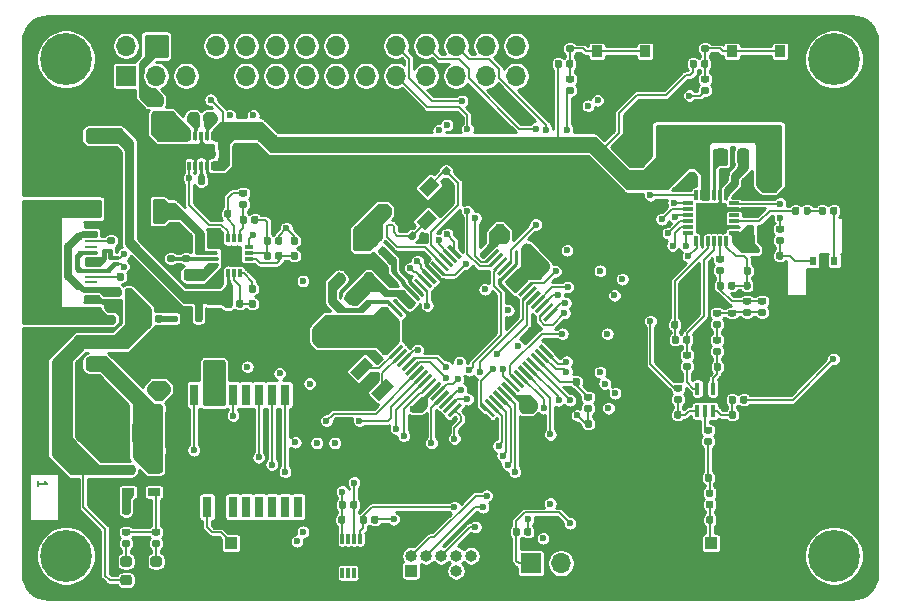
<source format=gbr>
%TF.GenerationSoftware,KiCad,Pcbnew,5.1.5+dfsg1-2build2*%
%TF.CreationDate,2020-11-12T16:10:00+01:00*%
%TF.ProjectId,tardigrade,74617264-6967-4726-9164-652e6b696361,V1.1*%
%TF.SameCoordinates,Original*%
%TF.FileFunction,Copper,L1,Top*%
%TF.FilePolarity,Positive*%
%FSLAX46Y46*%
G04 Gerber Fmt 4.6, Leading zero omitted, Abs format (unit mm)*
G04 Created by KiCad (PCBNEW 5.1.5+dfsg1-2build2) date 2020-11-12 16:10:00*
%MOMM*%
%LPD*%
G04 APERTURE LIST*
%TA.AperFunction,NonConductor*%
%ADD10C,0.150000*%
%TD*%
%TA.AperFunction,SMDPad,CuDef*%
%ADD11C,0.100000*%
%TD*%
%TA.AperFunction,SMDPad,CuDef*%
%ADD12R,0.300000X0.800000*%
%TD*%
%TA.AperFunction,SMDPad,CuDef*%
%ADD13R,2.100000X1.300000*%
%TD*%
%TA.AperFunction,ComponentPad*%
%ADD14O,1.700000X1.700000*%
%TD*%
%TA.AperFunction,ComponentPad*%
%ADD15R,1.700000X1.700000*%
%TD*%
%TA.AperFunction,SMDPad,CuDef*%
%ADD16R,0.600000X0.800000*%
%TD*%
%TA.AperFunction,SMDPad,CuDef*%
%ADD17R,0.700000X1.800000*%
%TD*%
%TA.AperFunction,SMDPad,CuDef*%
%ADD18R,0.800000X1.800000*%
%TD*%
%TA.AperFunction,SMDPad,CuDef*%
%ADD19R,0.400000X1.050000*%
%TD*%
%TA.AperFunction,SMDPad,CuDef*%
%ADD20R,0.850000X0.300000*%
%TD*%
%TA.AperFunction,SMDPad,CuDef*%
%ADD21R,0.300000X0.850000*%
%TD*%
%TA.AperFunction,SMDPad,CuDef*%
%ADD22R,2.650000X2.650000*%
%TD*%
%TA.AperFunction,SMDPad,CuDef*%
%ADD23R,0.800000X0.300000*%
%TD*%
%TA.AperFunction,SMDPad,CuDef*%
%ADD24R,1.750000X1.750000*%
%TD*%
%TA.AperFunction,SMDPad,CuDef*%
%ADD25R,1.060000X0.650000*%
%TD*%
%TA.AperFunction,SMDPad,CuDef*%
%ADD26R,0.900000X1.000000*%
%TD*%
%TA.AperFunction,ComponentPad*%
%ADD27O,1.000000X1.000000*%
%TD*%
%TA.AperFunction,ComponentPad*%
%ADD28R,1.000000X1.000000*%
%TD*%
%TA.AperFunction,SMDPad,CuDef*%
%ADD29R,1.000000X0.520000*%
%TD*%
%TA.AperFunction,SMDPad,CuDef*%
%ADD30R,1.000000X0.270000*%
%TD*%
%TA.AperFunction,ComponentPad*%
%ADD31O,2.000000X1.000000*%
%TD*%
%TA.AperFunction,ComponentPad*%
%ADD32O,2.300000X1.000000*%
%TD*%
%TA.AperFunction,SMDPad,CuDef*%
%ADD33R,2.000000X1.000000*%
%TD*%
%TA.AperFunction,SMDPad,CuDef*%
%ADD34R,1.050000X2.200000*%
%TD*%
%TA.AperFunction,SMDPad,CuDef*%
%ADD35R,1.000000X1.050000*%
%TD*%
%TA.AperFunction,SMDPad,CuDef*%
%ADD36R,4.550000X1.000000*%
%TD*%
%TA.AperFunction,SMDPad,CuDef*%
%ADD37R,3.800000X1.000000*%
%TD*%
%TA.AperFunction,SMDPad,CuDef*%
%ADD38R,1.000000X3.980000*%
%TD*%
%TA.AperFunction,SMDPad,CuDef*%
%ADD39R,1.000000X3.800000*%
%TD*%
%TA.AperFunction,SMDPad,CuDef*%
%ADD40R,1.000000X1.000000*%
%TD*%
%TA.AperFunction,ComponentPad*%
%ADD41O,1.750000X1.200000*%
%TD*%
%TA.AperFunction,ComponentPad*%
%ADD42C,0.100000*%
%TD*%
%TA.AperFunction,SMDPad,CuDef*%
%ADD43R,1.600000X1.400000*%
%TD*%
%TA.AperFunction,ComponentPad*%
%ADD44C,4.400000*%
%TD*%
%TA.AperFunction,SMDPad,CuDef*%
%ADD45R,0.600000X0.450000*%
%TD*%
%TA.AperFunction,ViaPad*%
%ADD46C,0.600000*%
%TD*%
%TA.AperFunction,Conductor*%
%ADD47C,0.177800*%
%TD*%
%TA.AperFunction,Conductor*%
%ADD48C,0.146812*%
%TD*%
%TA.AperFunction,Conductor*%
%ADD49C,0.200000*%
%TD*%
%TA.AperFunction,Conductor*%
%ADD50C,0.254000*%
%TD*%
G04 APERTURE END LIST*
D10*
X109188795Y-60096371D02*
X109188795Y-59639228D01*
X109188795Y-59867800D02*
X109988795Y-59867800D01*
X109874509Y-59791609D01*
X109798319Y-59715419D01*
X109760223Y-59639228D01*
%TA.AperFunction,SMDPad,CuDef*%
D11*
%TO.P,R13,2*%
%TO.N,Net-(R11-Pad2)*%
G36*
X127723658Y-37196510D02*
G01*
X127737976Y-37198634D01*
X127752017Y-37202151D01*
X127765646Y-37207028D01*
X127778731Y-37213217D01*
X127791147Y-37220658D01*
X127802773Y-37229281D01*
X127813498Y-37239002D01*
X127823219Y-37249727D01*
X127831842Y-37261353D01*
X127839283Y-37273769D01*
X127845472Y-37286854D01*
X127850349Y-37300483D01*
X127853866Y-37314524D01*
X127855990Y-37328842D01*
X127856700Y-37343300D01*
X127856700Y-37688300D01*
X127855990Y-37702758D01*
X127853866Y-37717076D01*
X127850349Y-37731117D01*
X127845472Y-37744746D01*
X127839283Y-37757831D01*
X127831842Y-37770247D01*
X127823219Y-37781873D01*
X127813498Y-37792598D01*
X127802773Y-37802319D01*
X127791147Y-37810942D01*
X127778731Y-37818383D01*
X127765646Y-37824572D01*
X127752017Y-37829449D01*
X127737976Y-37832966D01*
X127723658Y-37835090D01*
X127709200Y-37835800D01*
X127414200Y-37835800D01*
X127399742Y-37835090D01*
X127385424Y-37832966D01*
X127371383Y-37829449D01*
X127357754Y-37824572D01*
X127344669Y-37818383D01*
X127332253Y-37810942D01*
X127320627Y-37802319D01*
X127309902Y-37792598D01*
X127300181Y-37781873D01*
X127291558Y-37770247D01*
X127284117Y-37757831D01*
X127277928Y-37744746D01*
X127273051Y-37731117D01*
X127269534Y-37717076D01*
X127267410Y-37702758D01*
X127266700Y-37688300D01*
X127266700Y-37343300D01*
X127267410Y-37328842D01*
X127269534Y-37314524D01*
X127273051Y-37300483D01*
X127277928Y-37286854D01*
X127284117Y-37273769D01*
X127291558Y-37261353D01*
X127300181Y-37249727D01*
X127309902Y-37239002D01*
X127320627Y-37229281D01*
X127332253Y-37220658D01*
X127344669Y-37213217D01*
X127357754Y-37207028D01*
X127371383Y-37202151D01*
X127385424Y-37198634D01*
X127399742Y-37196510D01*
X127414200Y-37195800D01*
X127709200Y-37195800D01*
X127723658Y-37196510D01*
G37*
%TD.AperFunction*%
%TA.AperFunction,SMDPad,CuDef*%
%TO.P,R13,1*%
%TO.N,Net-(R13-Pad1)*%
G36*
X126753658Y-37196510D02*
G01*
X126767976Y-37198634D01*
X126782017Y-37202151D01*
X126795646Y-37207028D01*
X126808731Y-37213217D01*
X126821147Y-37220658D01*
X126832773Y-37229281D01*
X126843498Y-37239002D01*
X126853219Y-37249727D01*
X126861842Y-37261353D01*
X126869283Y-37273769D01*
X126875472Y-37286854D01*
X126880349Y-37300483D01*
X126883866Y-37314524D01*
X126885990Y-37328842D01*
X126886700Y-37343300D01*
X126886700Y-37688300D01*
X126885990Y-37702758D01*
X126883866Y-37717076D01*
X126880349Y-37731117D01*
X126875472Y-37744746D01*
X126869283Y-37757831D01*
X126861842Y-37770247D01*
X126853219Y-37781873D01*
X126843498Y-37792598D01*
X126832773Y-37802319D01*
X126821147Y-37810942D01*
X126808731Y-37818383D01*
X126795646Y-37824572D01*
X126782017Y-37829449D01*
X126767976Y-37832966D01*
X126753658Y-37835090D01*
X126739200Y-37835800D01*
X126444200Y-37835800D01*
X126429742Y-37835090D01*
X126415424Y-37832966D01*
X126401383Y-37829449D01*
X126387754Y-37824572D01*
X126374669Y-37818383D01*
X126362253Y-37810942D01*
X126350627Y-37802319D01*
X126339902Y-37792598D01*
X126330181Y-37781873D01*
X126321558Y-37770247D01*
X126314117Y-37757831D01*
X126307928Y-37744746D01*
X126303051Y-37731117D01*
X126299534Y-37717076D01*
X126297410Y-37702758D01*
X126296700Y-37688300D01*
X126296700Y-37343300D01*
X126297410Y-37328842D01*
X126299534Y-37314524D01*
X126303051Y-37300483D01*
X126307928Y-37286854D01*
X126314117Y-37273769D01*
X126321558Y-37261353D01*
X126330181Y-37249727D01*
X126339902Y-37239002D01*
X126350627Y-37229281D01*
X126362253Y-37220658D01*
X126374669Y-37213217D01*
X126387754Y-37207028D01*
X126401383Y-37202151D01*
X126415424Y-37198634D01*
X126429742Y-37196510D01*
X126444200Y-37195800D01*
X126739200Y-37195800D01*
X126753658Y-37196510D01*
G37*
%TD.AperFunction*%
%TD*%
D12*
%TO.P,U3,1*%
%TO.N,MCU_VBAT_PMU*%
X124012700Y-30423800D03*
%TO.P,U3,2*%
%TO.N,Net-(L2-Pad2)*%
X123512700Y-30423800D03*
%TO.P,U3,3*%
%TO.N,BQ_AVSS*%
X123012700Y-30423800D03*
%TO.P,U3,4*%
%TO.N,Net-(L2-Pad1)*%
X122512700Y-30423800D03*
%TO.P,U3,5*%
%TO.N,Net-(C8-Pad1)*%
X122012700Y-30423800D03*
%TO.P,U3,6*%
%TO.N,VBAT_OK*%
X122012700Y-32923800D03*
%TO.P,U3,7*%
%TO.N,BQ_AVSS*%
X122512700Y-32923800D03*
%TO.P,U3,8*%
%TO.N,Net-(C9-Pad1)*%
X123012700Y-32923800D03*
%TO.P,U3,9*%
%TO.N,BQ_AVSS*%
X123512700Y-32923800D03*
%TO.P,U3,10*%
%TO.N,MCU_VBAT_PMU*%
X124012700Y-32923800D03*
D13*
%TO.P,U3,11*%
%TO.N,BQ_AVSS*%
X123012700Y-31673800D03*
%TD*%
%TA.AperFunction,SMDPad,CuDef*%
D11*
%TO.P,U8,1*%
%TO.N,SX1262_SCK*%
G36*
X151954172Y-45923497D02*
G01*
X152997154Y-44880515D01*
X153209286Y-45092647D01*
X152166304Y-46135629D01*
X151954172Y-45923497D01*
G37*
%TD.AperFunction*%
%TA.AperFunction,SMDPad,CuDef*%
%TO.P,U8,2*%
%TO.N,SX1262_NSS*%
G36*
X151600619Y-45569943D02*
G01*
X152643601Y-44526961D01*
X152855733Y-44739093D01*
X151812751Y-45782075D01*
X151600619Y-45569943D01*
G37*
%TD.AperFunction*%
%TA.AperFunction,SMDPad,CuDef*%
%TO.P,U8,3*%
%TO.N,SX1262_NRESET*%
G36*
X151247065Y-45216390D02*
G01*
X152290047Y-44173408D01*
X152502179Y-44385540D01*
X151459197Y-45428522D01*
X151247065Y-45216390D01*
G37*
%TD.AperFunction*%
%TA.AperFunction,SMDPad,CuDef*%
%TO.P,U8,4*%
%TO.N,SX1262_BUSY*%
G36*
X150893512Y-44862837D02*
G01*
X151936494Y-43819855D01*
X152148626Y-44031987D01*
X151105644Y-45074969D01*
X150893512Y-44862837D01*
G37*
%TD.AperFunction*%
%TA.AperFunction,SMDPad,CuDef*%
%TO.P,U8,5*%
%TO.N,MCU_SWDIO*%
G36*
X150539959Y-44509283D02*
G01*
X151582941Y-43466301D01*
X151795073Y-43678433D01*
X150752091Y-44721415D01*
X150539959Y-44509283D01*
G37*
%TD.AperFunction*%
%TA.AperFunction,SMDPad,CuDef*%
%TO.P,U8,6*%
%TO.N,MCU_SWDCLK*%
G36*
X150186405Y-44155730D02*
G01*
X151229387Y-43112748D01*
X151441519Y-43324880D01*
X150398537Y-44367862D01*
X150186405Y-44155730D01*
G37*
%TD.AperFunction*%
%TA.AperFunction,SMDPad,CuDef*%
%TO.P,U8,7*%
%TO.N,MCU_PIO0_16*%
G36*
X149832852Y-43802176D02*
G01*
X150875834Y-42759194D01*
X151087966Y-42971326D01*
X150044984Y-44014308D01*
X149832852Y-43802176D01*
G37*
%TD.AperFunction*%
%TA.AperFunction,SMDPad,CuDef*%
%TO.P,U8,8*%
%TO.N,MCU_VBAT_PMU*%
G36*
X149479298Y-43448623D02*
G01*
X150522280Y-42405641D01*
X150734412Y-42617773D01*
X149691430Y-43660755D01*
X149479298Y-43448623D01*
G37*
%TD.AperFunction*%
%TA.AperFunction,SMDPad,CuDef*%
%TO.P,U8,9*%
G36*
X149125745Y-43095070D02*
G01*
X150168727Y-42052088D01*
X150380859Y-42264220D01*
X149337877Y-43307202D01*
X149125745Y-43095070D01*
G37*
%TD.AperFunction*%
%TA.AperFunction,SMDPad,CuDef*%
%TO.P,U8,10*%
G36*
X148772192Y-42741516D02*
G01*
X149815174Y-41698534D01*
X150027306Y-41910666D01*
X148984324Y-42953648D01*
X148772192Y-42741516D01*
G37*
%TD.AperFunction*%
%TA.AperFunction,SMDPad,CuDef*%
%TO.P,U8,11*%
%TO.N,BQ_AVSS*%
G36*
X148418638Y-42387963D02*
G01*
X149461620Y-41344981D01*
X149673752Y-41557113D01*
X148630770Y-42600095D01*
X148418638Y-42387963D01*
G37*
%TD.AperFunction*%
%TA.AperFunction,SMDPad,CuDef*%
%TO.P,U8,12*%
%TO.N,MCU_PIO0_23*%
G36*
X148065085Y-42034409D02*
G01*
X149108067Y-40991427D01*
X149320199Y-41203559D01*
X148277217Y-42246541D01*
X148065085Y-42034409D01*
G37*
%TD.AperFunction*%
%TA.AperFunction,SMDPad,CuDef*%
%TO.P,U8,13*%
%TO.N,MCU_SWO*%
G36*
X147711531Y-41680856D02*
G01*
X148754513Y-40637874D01*
X148966645Y-40850006D01*
X147923663Y-41892988D01*
X147711531Y-41680856D01*
G37*
%TD.AperFunction*%
%TA.AperFunction,SMDPad,CuDef*%
%TO.P,U8,14*%
%TO.N,MCU_PIO0_15*%
G36*
X147357978Y-41327303D02*
G01*
X148400960Y-40284321D01*
X148613092Y-40496453D01*
X147570110Y-41539435D01*
X147357978Y-41327303D01*
G37*
%TD.AperFunction*%
%TA.AperFunction,SMDPad,CuDef*%
%TO.P,U8,15*%
%TO.N,MCU_PIO0_31*%
G36*
X147004425Y-40973749D02*
G01*
X148047407Y-39930767D01*
X148259539Y-40142899D01*
X147216557Y-41185881D01*
X147004425Y-40973749D01*
G37*
%TD.AperFunction*%
%TA.AperFunction,SMDPad,CuDef*%
%TO.P,U8,16*%
%TO.N,MCU_VBAT_PMU*%
G36*
X146650871Y-40620196D02*
G01*
X147693853Y-39577214D01*
X147905985Y-39789346D01*
X146863003Y-40832328D01*
X146650871Y-40620196D01*
G37*
%TD.AperFunction*%
%TA.AperFunction,SMDPad,CuDef*%
%TO.P,U8,17*%
%TO.N,MCU_PIO0_8*%
G36*
X144051547Y-39577214D02*
G01*
X145094529Y-40620196D01*
X144882397Y-40832328D01*
X143839415Y-39789346D01*
X144051547Y-39577214D01*
G37*
%TD.AperFunction*%
%TA.AperFunction,SMDPad,CuDef*%
%TO.P,U8,18*%
%TO.N,MCU_PIO0_27*%
G36*
X143697993Y-39930767D02*
G01*
X144740975Y-40973749D01*
X144528843Y-41185881D01*
X143485861Y-40142899D01*
X143697993Y-39930767D01*
G37*
%TD.AperFunction*%
%TA.AperFunction,SMDPad,CuDef*%
%TO.P,U8,19*%
%TO.N,Net-(C16-Pad1)*%
G36*
X143344440Y-40284321D02*
G01*
X144387422Y-41327303D01*
X144175290Y-41539435D01*
X143132308Y-40496453D01*
X143344440Y-40284321D01*
G37*
%TD.AperFunction*%
%TA.AperFunction,SMDPad,CuDef*%
%TO.P,U8,20*%
%TO.N,Net-(C21-Pad1)*%
G36*
X142990887Y-40637874D02*
G01*
X144033869Y-41680856D01*
X143821737Y-41892988D01*
X142778755Y-40850006D01*
X142990887Y-40637874D01*
G37*
%TD.AperFunction*%
%TA.AperFunction,SMDPad,CuDef*%
%TO.P,U8,21*%
%TO.N,MCU_RESET*%
G36*
X142637333Y-40991427D02*
G01*
X143680315Y-42034409D01*
X143468183Y-42246541D01*
X142425201Y-41203559D01*
X142637333Y-40991427D01*
G37*
%TD.AperFunction*%
%TA.AperFunction,SMDPad,CuDef*%
%TO.P,U8,22*%
%TO.N,BQ_AVSS*%
G36*
X142283780Y-41344981D02*
G01*
X143326762Y-42387963D01*
X143114630Y-42600095D01*
X142071648Y-41557113D01*
X142283780Y-41344981D01*
G37*
%TD.AperFunction*%
%TA.AperFunction,SMDPad,CuDef*%
%TO.P,U8,23*%
%TO.N,MCU_USB1_DP*%
G36*
X141930226Y-41698534D02*
G01*
X142973208Y-42741516D01*
X142761076Y-42953648D01*
X141718094Y-41910666D01*
X141930226Y-41698534D01*
G37*
%TD.AperFunction*%
%TA.AperFunction,SMDPad,CuDef*%
%TO.P,U8,24*%
%TO.N,MCU_USB1_DN*%
G36*
X141576673Y-42052088D02*
G01*
X142619655Y-43095070D01*
X142407523Y-43307202D01*
X141364541Y-42264220D01*
X141576673Y-42052088D01*
G37*
%TD.AperFunction*%
%TA.AperFunction,SMDPad,CuDef*%
%TO.P,U8,25*%
%TO.N,VBUS*%
G36*
X141223120Y-42405641D02*
G01*
X142266102Y-43448623D01*
X142053970Y-43660755D01*
X141010988Y-42617773D01*
X141223120Y-42405641D01*
G37*
%TD.AperFunction*%
%TA.AperFunction,SMDPad,CuDef*%
%TO.P,U8,26*%
%TO.N,BQ_AVSS*%
G36*
X140869566Y-42759194D02*
G01*
X141912548Y-43802176D01*
X141700416Y-44014308D01*
X140657434Y-42971326D01*
X140869566Y-42759194D01*
G37*
%TD.AperFunction*%
%TA.AperFunction,SMDPad,CuDef*%
%TO.P,U8,27*%
%TO.N,Net-(C22-Pad1)*%
G36*
X140516013Y-43112748D02*
G01*
X141558995Y-44155730D01*
X141346863Y-44367862D01*
X140303881Y-43324880D01*
X140516013Y-43112748D01*
G37*
%TD.AperFunction*%
%TA.AperFunction,SMDPad,CuDef*%
%TO.P,U8,28*%
%TO.N,Net-(C23-Pad1)*%
G36*
X140162459Y-43466301D02*
G01*
X141205441Y-44509283D01*
X140993309Y-44721415D01*
X139950327Y-43678433D01*
X140162459Y-43466301D01*
G37*
%TD.AperFunction*%
%TA.AperFunction,SMDPad,CuDef*%
%TO.P,U8,29*%
G36*
X139808906Y-43819855D02*
G01*
X140851888Y-44862837D01*
X140639756Y-45074969D01*
X139596774Y-44031987D01*
X139808906Y-43819855D01*
G37*
%TD.AperFunction*%
%TA.AperFunction,SMDPad,CuDef*%
%TO.P,U8,30*%
%TO.N,BQ_AVSS*%
G36*
X139455353Y-44173408D02*
G01*
X140498335Y-45216390D01*
X140286203Y-45428522D01*
X139243221Y-44385540D01*
X139455353Y-44173408D01*
G37*
%TD.AperFunction*%
%TA.AperFunction,SMDPad,CuDef*%
%TO.P,U8,31*%
%TO.N,Net-(L3-Pad2)*%
G36*
X139101799Y-44526961D02*
G01*
X140144781Y-45569943D01*
X139932649Y-45782075D01*
X138889667Y-44739093D01*
X139101799Y-44526961D01*
G37*
%TD.AperFunction*%
%TA.AperFunction,SMDPad,CuDef*%
%TO.P,U8,32*%
%TO.N,MCU_VBAT_PMU*%
G36*
X138748246Y-44880515D02*
G01*
X139791228Y-45923497D01*
X139579096Y-46135629D01*
X138536114Y-45092647D01*
X138748246Y-44880515D01*
G37*
%TD.AperFunction*%
%TA.AperFunction,SMDPad,CuDef*%
%TO.P,U8,33*%
G36*
X138536114Y-48734953D02*
G01*
X139579096Y-47691971D01*
X139791228Y-47904103D01*
X138748246Y-48947085D01*
X138536114Y-48734953D01*
G37*
%TD.AperFunction*%
%TA.AperFunction,SMDPad,CuDef*%
%TO.P,U8,34*%
%TO.N,Net-(U8-Pad34)*%
G36*
X138889667Y-49088507D02*
G01*
X139932649Y-48045525D01*
X140144781Y-48257657D01*
X139101799Y-49300639D01*
X138889667Y-49088507D01*
G37*
%TD.AperFunction*%
%TA.AperFunction,SMDPad,CuDef*%
%TO.P,U8,35*%
%TO.N,Net-(U8-Pad35)*%
G36*
X139243221Y-49442060D02*
G01*
X140286203Y-48399078D01*
X140498335Y-48611210D01*
X139455353Y-49654192D01*
X139243221Y-49442060D01*
G37*
%TD.AperFunction*%
%TA.AperFunction,SMDPad,CuDef*%
%TO.P,U8,36*%
%TO.N,MCU_PIO0_0*%
G36*
X139596774Y-49795613D02*
G01*
X140639756Y-48752631D01*
X140851888Y-48964763D01*
X139808906Y-50007745D01*
X139596774Y-49795613D01*
G37*
%TD.AperFunction*%
%TA.AperFunction,SMDPad,CuDef*%
%TO.P,U8,37*%
%TO.N,MCU_PIO0_9*%
G36*
X139950327Y-50149167D02*
G01*
X140993309Y-49106185D01*
X141205441Y-49318317D01*
X140162459Y-50361299D01*
X139950327Y-50149167D01*
G37*
%TD.AperFunction*%
%TA.AperFunction,SMDPad,CuDef*%
%TO.P,U8,38*%
%TO.N,MCU_PIO0_18*%
G36*
X140303881Y-50502720D02*
G01*
X141346863Y-49459738D01*
X141558995Y-49671870D01*
X140516013Y-50714852D01*
X140303881Y-50502720D01*
G37*
%TD.AperFunction*%
%TA.AperFunction,SMDPad,CuDef*%
%TO.P,U8,39*%
%TO.N,MCU_PIO1_1*%
G36*
X140657434Y-50856274D02*
G01*
X141700416Y-49813292D01*
X141912548Y-50025424D01*
X140869566Y-51068406D01*
X140657434Y-50856274D01*
G37*
%TD.AperFunction*%
%TA.AperFunction,SMDPad,CuDef*%
%TO.P,U8,40*%
%TO.N,MCU_PIO0_26*%
G36*
X141010988Y-51209827D02*
G01*
X142053970Y-50166845D01*
X142266102Y-50378977D01*
X141223120Y-51421959D01*
X141010988Y-51209827D01*
G37*
%TD.AperFunction*%
%TA.AperFunction,SMDPad,CuDef*%
%TO.P,U8,41*%
%TO.N,MCU_PIO1_2*%
G36*
X141364541Y-51563380D02*
G01*
X142407523Y-50520398D01*
X142619655Y-50732530D01*
X141576673Y-51775512D01*
X141364541Y-51563380D01*
G37*
%TD.AperFunction*%
%TA.AperFunction,SMDPad,CuDef*%
%TO.P,U8,42*%
%TO.N,MCU_PIO1_3*%
G36*
X141718094Y-51916934D02*
G01*
X142761076Y-50873952D01*
X142973208Y-51086084D01*
X141930226Y-52129066D01*
X141718094Y-51916934D01*
G37*
%TD.AperFunction*%
%TA.AperFunction,SMDPad,CuDef*%
%TO.P,U8,43*%
%TO.N,MCU_VBAT_PMU*%
G36*
X142071648Y-52270487D02*
G01*
X143114630Y-51227505D01*
X143326762Y-51439637D01*
X142283780Y-52482619D01*
X142071648Y-52270487D01*
G37*
%TD.AperFunction*%
%TA.AperFunction,SMDPad,CuDef*%
%TO.P,U8,44*%
%TO.N,SX1262_DIO1*%
G36*
X142425201Y-52624041D02*
G01*
X143468183Y-51581059D01*
X143680315Y-51793191D01*
X142637333Y-52836173D01*
X142425201Y-52624041D01*
G37*
%TD.AperFunction*%
%TA.AperFunction,SMDPad,CuDef*%
%TO.P,U8,45*%
%TO.N,MCU_PIO0_24*%
G36*
X142778755Y-52977594D02*
G01*
X143821737Y-51934612D01*
X144033869Y-52146744D01*
X142990887Y-53189726D01*
X142778755Y-52977594D01*
G37*
%TD.AperFunction*%
%TA.AperFunction,SMDPad,CuDef*%
%TO.P,U8,46*%
%TO.N,SX1262_MOSI*%
G36*
X143132308Y-53331147D02*
G01*
X144175290Y-52288165D01*
X144387422Y-52500297D01*
X143344440Y-53543279D01*
X143132308Y-53331147D01*
G37*
%TD.AperFunction*%
%TA.AperFunction,SMDPad,CuDef*%
%TO.P,U8,47*%
%TO.N,SX1262_MISO*%
G36*
X143485861Y-53684701D02*
G01*
X144528843Y-52641719D01*
X144740975Y-52853851D01*
X143697993Y-53896833D01*
X143485861Y-53684701D01*
G37*
%TD.AperFunction*%
%TA.AperFunction,SMDPad,CuDef*%
%TO.P,U8,48*%
%TO.N,SE_SDA*%
G36*
X143839415Y-54038254D02*
G01*
X144882397Y-52995272D01*
X145094529Y-53207404D01*
X144051547Y-54250386D01*
X143839415Y-54038254D01*
G37*
%TD.AperFunction*%
%TA.AperFunction,SMDPad,CuDef*%
%TO.P,U8,49*%
%TO.N,MCU_PIO0_21*%
G36*
X146863003Y-52995272D02*
G01*
X147905985Y-54038254D01*
X147693853Y-54250386D01*
X146650871Y-53207404D01*
X146863003Y-52995272D01*
G37*
%TD.AperFunction*%
%TA.AperFunction,SMDPad,CuDef*%
%TO.P,U8,50*%
%TO.N,GNSS_NRESET*%
G36*
X147216557Y-52641719D02*
G01*
X148259539Y-53684701D01*
X148047407Y-53896833D01*
X147004425Y-52853851D01*
X147216557Y-52641719D01*
G37*
%TD.AperFunction*%
%TA.AperFunction,SMDPad,CuDef*%
%TO.P,U8,51*%
%TO.N,GNSS_PPS*%
G36*
X147570110Y-52288165D02*
G01*
X148613092Y-53331147D01*
X148400960Y-53543279D01*
X147357978Y-52500297D01*
X147570110Y-52288165D01*
G37*
%TD.AperFunction*%
%TA.AperFunction,SMDPad,CuDef*%
%TO.P,U8,52*%
%TO.N,GNSS_RX*%
G36*
X147923663Y-51934612D02*
G01*
X148966645Y-52977594D01*
X148754513Y-53189726D01*
X147711531Y-52146744D01*
X147923663Y-51934612D01*
G37*
%TD.AperFunction*%
%TA.AperFunction,SMDPad,CuDef*%
%TO.P,U8,53*%
%TO.N,GNSS_TX*%
G36*
X148277217Y-51581059D02*
G01*
X149320199Y-52624041D01*
X149108067Y-52836173D01*
X148065085Y-51793191D01*
X148277217Y-51581059D01*
G37*
%TD.AperFunction*%
%TA.AperFunction,SMDPad,CuDef*%
%TO.P,U8,54*%
%TO.N,MCU_VBAT_PMU*%
G36*
X148630770Y-51227505D02*
G01*
X149673752Y-52270487D01*
X149461620Y-52482619D01*
X148418638Y-51439637D01*
X148630770Y-51227505D01*
G37*
%TD.AperFunction*%
%TA.AperFunction,SMDPad,CuDef*%
%TO.P,U8,55*%
%TO.N,MCU_PIO0_4*%
G36*
X148984324Y-50873952D02*
G01*
X150027306Y-51916934D01*
X149815174Y-52129066D01*
X148772192Y-51086084D01*
X148984324Y-50873952D01*
G37*
%TD.AperFunction*%
%TA.AperFunction,SMDPad,CuDef*%
%TO.P,U8,56*%
%TO.N,MCU_ISP_MODE*%
G36*
X149337877Y-50520398D02*
G01*
X150380859Y-51563380D01*
X150168727Y-51775512D01*
X149125745Y-50732530D01*
X149337877Y-50520398D01*
G37*
%TD.AperFunction*%
%TA.AperFunction,SMDPad,CuDef*%
%TO.P,U8,57*%
%TO.N,LORA_ANT_SW*%
G36*
X149691430Y-50166845D02*
G01*
X150734412Y-51209827D01*
X150522280Y-51421959D01*
X149479298Y-50378977D01*
X149691430Y-50166845D01*
G37*
%TD.AperFunction*%
%TA.AperFunction,SMDPad,CuDef*%
%TO.P,U8,58*%
%TO.N,SE_SCL*%
G36*
X150044984Y-49813292D02*
G01*
X151087966Y-50856274D01*
X150875834Y-51068406D01*
X149832852Y-50025424D01*
X150044984Y-49813292D01*
G37*
%TD.AperFunction*%
%TA.AperFunction,SMDPad,CuDef*%
%TO.P,U8,59*%
%TO.N,MCU_UART_RX*%
G36*
X150398537Y-49459738D02*
G01*
X151441519Y-50502720D01*
X151229387Y-50714852D01*
X150186405Y-49671870D01*
X150398537Y-49459738D01*
G37*
%TD.AperFunction*%
%TA.AperFunction,SMDPad,CuDef*%
%TO.P,U8,60*%
%TO.N,MCU_UART_TX*%
G36*
X150752091Y-49106185D02*
G01*
X151795073Y-50149167D01*
X151582941Y-50361299D01*
X150539959Y-49318317D01*
X150752091Y-49106185D01*
G37*
%TD.AperFunction*%
%TA.AperFunction,SMDPad,CuDef*%
%TO.P,U8,61*%
%TO.N,Net-(C20-Pad1)*%
G36*
X151105644Y-48752631D02*
G01*
X152148626Y-49795613D01*
X151936494Y-50007745D01*
X150893512Y-48964763D01*
X151105644Y-48752631D01*
G37*
%TD.AperFunction*%
%TA.AperFunction,SMDPad,CuDef*%
%TO.P,U8,62*%
%TO.N,MCU_USB0_DP*%
G36*
X151459197Y-48399078D02*
G01*
X152502179Y-49442060D01*
X152290047Y-49654192D01*
X151247065Y-48611210D01*
X151459197Y-48399078D01*
G37*
%TD.AperFunction*%
%TA.AperFunction,SMDPad,CuDef*%
%TO.P,U8,63*%
%TO.N,MCU_USB0_DN*%
G36*
X151812751Y-48045525D02*
G01*
X152855733Y-49088507D01*
X152643601Y-49300639D01*
X151600619Y-48257657D01*
X151812751Y-48045525D01*
G37*
%TD.AperFunction*%
%TA.AperFunction,SMDPad,CuDef*%
%TO.P,U8,64*%
%TO.N,BQ_AVSS*%
G36*
X152166304Y-47691971D02*
G01*
X153209286Y-48734953D01*
X152997154Y-48947085D01*
X151954172Y-47904103D01*
X152166304Y-47691971D01*
G37*
%TD.AperFunction*%
%TA.AperFunction,SMDPad,CuDef*%
%TO.P,U8,65*%
G36*
X145872700Y-44643987D02*
G01*
X148142513Y-46913800D01*
X145872700Y-49183613D01*
X143602887Y-46913800D01*
X145872700Y-44643987D01*
G37*
%TD.AperFunction*%
%TD*%
D14*
%TO.P,J9,28*%
%TO.N,MCU_USB0_DP*%
X149682700Y-22783800D03*
%TO.P,J9,27*%
%TO.N,MCU_USB0_DN*%
X149682700Y-25323800D03*
%TO.P,J9,26*%
%TO.N,MCU_UART_TX*%
X147142700Y-22783800D03*
%TO.P,J9,25*%
%TO.N,MCU_UART_RX*%
X147142700Y-25323800D03*
%TO.P,J9,24*%
%TO.N,MCU_PIO0_16*%
X144602700Y-22783800D03*
%TO.P,J9,23*%
%TO.N,MCU_PIO0_4*%
X144602700Y-25323800D03*
%TO.P,J9,22*%
%TO.N,MCU_PIO0_23*%
X142062700Y-22783800D03*
%TO.P,J9,21*%
%TO.N,MCU_PIO0_21*%
X142062700Y-25323800D03*
%TO.P,J9,20*%
%TO.N,MCU_PIO0_31*%
X139522700Y-22783800D03*
%TO.P,J9,19*%
%TO.N,MCU_PIO0_15*%
X139522700Y-25323800D03*
%TO.P,J9,18*%
%TO.N,BQ_AVSS*%
X136982700Y-22783800D03*
%TO.P,J9,17*%
%TO.N,MCU_PIO0_26*%
X136982700Y-25323800D03*
%TO.P,J9,16*%
%TO.N,MCU_PIO0_24*%
X134442700Y-22783800D03*
%TO.P,J9,15*%
%TO.N,MCU_PIO1_1*%
X134442700Y-25323800D03*
%TO.P,J9,14*%
%TO.N,MCU_PIO1_3*%
X131902700Y-22783800D03*
%TO.P,J9,13*%
%TO.N,MCU_PIO0_18*%
X131902700Y-25323800D03*
%TO.P,J9,12*%
%TO.N,MCU_PIO1_2*%
X129362700Y-22783800D03*
%TO.P,J9,11*%
%TO.N,MCU_PIO0_9*%
X129362700Y-25323800D03*
%TO.P,J9,10*%
%TO.N,MCU_PIO0_8*%
X126822700Y-22783800D03*
%TO.P,J9,9*%
%TO.N,MCU_PIO0_0*%
X126822700Y-25323800D03*
%TO.P,J9,8*%
%TO.N,MCU_PIO0_27*%
X124282700Y-22783800D03*
%TO.P,J9,7*%
%TO.N,BQ_AVSS*%
X124282700Y-25323800D03*
%TO.P,J9,6*%
X121742700Y-22783800D03*
%TO.P,J9,5*%
%TO.N,VBAT_OK*%
X121742700Y-25323800D03*
%TO.P,J9,4*%
%TO.N,EXT_VBAT*%
X119202700Y-22783800D03*
%TO.P,J9,3*%
%TO.N,EXT_VIN*%
X119202700Y-25323800D03*
%TO.P,J9,2*%
%TO.N,MCU_VBAT_PMU*%
X116662700Y-22783800D03*
D15*
%TO.P,J9,1*%
%TO.N,VBUS*%
X116662700Y-25323800D03*
%TD*%
%TA.AperFunction,SMDPad,CuDef*%
D11*
%TO.P,Y1,1*%
%TO.N,Net-(C16-Pad1)*%
G36*
X141429097Y-34846007D02*
G01*
X142454401Y-33820703D01*
X143196863Y-34563165D01*
X142171559Y-35588469D01*
X141429097Y-34846007D01*
G37*
%TD.AperFunction*%
%TA.AperFunction,SMDPad,CuDef*%
%TO.P,Y1,2*%
%TO.N,BQ_AVSS*%
G36*
X139908817Y-36366287D02*
G01*
X140934121Y-35340983D01*
X141676583Y-36083445D01*
X140651279Y-37108749D01*
X139908817Y-36366287D01*
G37*
%TD.AperFunction*%
%TA.AperFunction,SMDPad,CuDef*%
%TO.P,Y1,3*%
%TO.N,Net-(C21-Pad1)*%
G36*
X141216965Y-37674435D02*
G01*
X142242269Y-36649131D01*
X142984731Y-37391593D01*
X141959427Y-38416897D01*
X141216965Y-37674435D01*
G37*
%TD.AperFunction*%
%TA.AperFunction,SMDPad,CuDef*%
%TO.P,Y1,4*%
%TO.N,BQ_AVSS*%
G36*
X142737245Y-36154155D02*
G01*
X143762549Y-35128851D01*
X144505011Y-35871313D01*
X143479707Y-36896617D01*
X142737245Y-36154155D01*
G37*
%TD.AperFunction*%
%TD*%
%TA.AperFunction,SMDPad,CuDef*%
%TO.P,R9,2*%
%TO.N,Net-(R8-Pad1)*%
G36*
X131071658Y-40244510D02*
G01*
X131085976Y-40246634D01*
X131100017Y-40250151D01*
X131113646Y-40255028D01*
X131126731Y-40261217D01*
X131139147Y-40268658D01*
X131150773Y-40277281D01*
X131161498Y-40287002D01*
X131171219Y-40297727D01*
X131179842Y-40309353D01*
X131187283Y-40321769D01*
X131193472Y-40334854D01*
X131198349Y-40348483D01*
X131201866Y-40362524D01*
X131203990Y-40376842D01*
X131204700Y-40391300D01*
X131204700Y-40736300D01*
X131203990Y-40750758D01*
X131201866Y-40765076D01*
X131198349Y-40779117D01*
X131193472Y-40792746D01*
X131187283Y-40805831D01*
X131179842Y-40818247D01*
X131171219Y-40829873D01*
X131161498Y-40840598D01*
X131150773Y-40850319D01*
X131139147Y-40858942D01*
X131126731Y-40866383D01*
X131113646Y-40872572D01*
X131100017Y-40877449D01*
X131085976Y-40880966D01*
X131071658Y-40883090D01*
X131057200Y-40883800D01*
X130762200Y-40883800D01*
X130747742Y-40883090D01*
X130733424Y-40880966D01*
X130719383Y-40877449D01*
X130705754Y-40872572D01*
X130692669Y-40866383D01*
X130680253Y-40858942D01*
X130668627Y-40850319D01*
X130657902Y-40840598D01*
X130648181Y-40829873D01*
X130639558Y-40818247D01*
X130632117Y-40805831D01*
X130625928Y-40792746D01*
X130621051Y-40779117D01*
X130617534Y-40765076D01*
X130615410Y-40750758D01*
X130614700Y-40736300D01*
X130614700Y-40391300D01*
X130615410Y-40376842D01*
X130617534Y-40362524D01*
X130621051Y-40348483D01*
X130625928Y-40334854D01*
X130632117Y-40321769D01*
X130639558Y-40309353D01*
X130648181Y-40297727D01*
X130657902Y-40287002D01*
X130668627Y-40277281D01*
X130680253Y-40268658D01*
X130692669Y-40261217D01*
X130705754Y-40255028D01*
X130719383Y-40250151D01*
X130733424Y-40246634D01*
X130747742Y-40244510D01*
X130762200Y-40243800D01*
X131057200Y-40243800D01*
X131071658Y-40244510D01*
G37*
%TD.AperFunction*%
%TA.AperFunction,SMDPad,CuDef*%
%TO.P,R9,1*%
%TO.N,BQ_AVSS*%
G36*
X132041658Y-40244510D02*
G01*
X132055976Y-40246634D01*
X132070017Y-40250151D01*
X132083646Y-40255028D01*
X132096731Y-40261217D01*
X132109147Y-40268658D01*
X132120773Y-40277281D01*
X132131498Y-40287002D01*
X132141219Y-40297727D01*
X132149842Y-40309353D01*
X132157283Y-40321769D01*
X132163472Y-40334854D01*
X132168349Y-40348483D01*
X132171866Y-40362524D01*
X132173990Y-40376842D01*
X132174700Y-40391300D01*
X132174700Y-40736300D01*
X132173990Y-40750758D01*
X132171866Y-40765076D01*
X132168349Y-40779117D01*
X132163472Y-40792746D01*
X132157283Y-40805831D01*
X132149842Y-40818247D01*
X132141219Y-40829873D01*
X132131498Y-40840598D01*
X132120773Y-40850319D01*
X132109147Y-40858942D01*
X132096731Y-40866383D01*
X132083646Y-40872572D01*
X132070017Y-40877449D01*
X132055976Y-40880966D01*
X132041658Y-40883090D01*
X132027200Y-40883800D01*
X131732200Y-40883800D01*
X131717742Y-40883090D01*
X131703424Y-40880966D01*
X131689383Y-40877449D01*
X131675754Y-40872572D01*
X131662669Y-40866383D01*
X131650253Y-40858942D01*
X131638627Y-40850319D01*
X131627902Y-40840598D01*
X131618181Y-40829873D01*
X131609558Y-40818247D01*
X131602117Y-40805831D01*
X131595928Y-40792746D01*
X131591051Y-40779117D01*
X131587534Y-40765076D01*
X131585410Y-40750758D01*
X131584700Y-40736300D01*
X131584700Y-40391300D01*
X131585410Y-40376842D01*
X131587534Y-40362524D01*
X131591051Y-40348483D01*
X131595928Y-40334854D01*
X131602117Y-40321769D01*
X131609558Y-40309353D01*
X131618181Y-40297727D01*
X131627902Y-40287002D01*
X131638627Y-40277281D01*
X131650253Y-40268658D01*
X131662669Y-40261217D01*
X131675754Y-40255028D01*
X131689383Y-40250151D01*
X131703424Y-40246634D01*
X131717742Y-40244510D01*
X131732200Y-40243800D01*
X132027200Y-40243800D01*
X132041658Y-40244510D01*
G37*
%TD.AperFunction*%
%TD*%
D16*
%TO.P,Y3,1*%
%TO.N,BQ_AVSS*%
X174828700Y-42179800D03*
%TO.P,Y3,2*%
X176628700Y-42179800D03*
%TO.P,Y3,3*%
%TO.N,Net-(C32-Pad2)*%
X176628700Y-40979800D03*
%TO.P,Y3,4*%
%TO.N,Net-(C29-Pad2)*%
X174828700Y-40979800D03*
%TD*%
%TA.AperFunction,SMDPad,CuDef*%
D11*
%TO.P,Y2,1*%
%TO.N,Net-(U8-Pad35)*%
G36*
X139364532Y-51578840D02*
G01*
X138091740Y-52851632D01*
X137384634Y-52144526D01*
X138657426Y-50871734D01*
X139364532Y-51578840D01*
G37*
%TD.AperFunction*%
%TA.AperFunction,SMDPad,CuDef*%
%TO.P,Y2,2*%
%TO.N,Net-(U8-Pad34)*%
G36*
X137596766Y-49811074D02*
G01*
X136323974Y-51083866D01*
X135616868Y-50376760D01*
X136889660Y-49103968D01*
X137596766Y-49811074D01*
G37*
%TD.AperFunction*%
%TD*%
D17*
%TO.P,U6,18*%
%TO.N,Net-(U6-Pad18)*%
X131222700Y-61823800D03*
D18*
%TO.P,U6,17*%
%TO.N,Net-(U6-Pad17)*%
X130122700Y-61823800D03*
%TO.P,U6,16*%
%TO.N,Net-(U6-Pad16)*%
X129022700Y-61823800D03*
%TO.P,U6,15*%
%TO.N,Net-(U6-Pad15)*%
X127922700Y-61823800D03*
%TO.P,U6,14*%
%TO.N,Net-(U6-Pad14)*%
X126822700Y-61823800D03*
%TO.P,U6,13*%
%TO.N,Net-(U6-Pad13)*%
X125722700Y-61823800D03*
%TO.P,U6,12*%
%TO.N,BQ_AVSS*%
X124622700Y-61823800D03*
%TO.P,U6,11*%
%TO.N,Net-(J5-Pad1)*%
X123522700Y-61823800D03*
D17*
%TO.P,U6,10*%
%TO.N,BQ_AVSS*%
X122422700Y-61823800D03*
%TO.P,U6,9*%
%TO.N,GNSS_NRESET*%
X122422700Y-52323800D03*
D18*
%TO.P,U6,8*%
%TO.N,MCU_VBAT_PMU*%
X123522700Y-52323800D03*
%TO.P,U6,7*%
X124622700Y-52323800D03*
%TO.P,U6,6*%
%TO.N,Net-(U6-Pad6)*%
X125722700Y-52323800D03*
%TO.P,U6,5*%
%TO.N,Net-(U6-Pad5)*%
X126822700Y-52323800D03*
%TO.P,U6,4*%
%TO.N,GNSS_PPS*%
X127922700Y-52323800D03*
%TO.P,U6,3*%
%TO.N,GNSS_RX*%
X129022700Y-52323800D03*
%TO.P,U6,2*%
%TO.N,GNSS_TX*%
X130122700Y-52323800D03*
D17*
%TO.P,U6,1*%
%TO.N,BQ_AVSS*%
X131222700Y-52323800D03*
%TD*%
D19*
%TO.P,U5,6*%
%TO.N,Net-(C42-Pad2)*%
X166334700Y-53705800D03*
%TO.P,U5,5*%
%TO.N,Net-(C44-Pad2)*%
X165684700Y-53705800D03*
%TO.P,U5,4*%
%TO.N,Net-(C43-Pad2)*%
X165034700Y-53705800D03*
%TO.P,U5,3*%
%TO.N,Net-(C38-Pad1)*%
X165034700Y-51805800D03*
%TO.P,U5,2*%
%TO.N,BQ_AVSS*%
X165684700Y-51805800D03*
%TO.P,U5,1*%
%TO.N,Net-(C41-Pad2)*%
X166334700Y-51805800D03*
%TD*%
D20*
%TO.P,U4,1*%
%TO.N,MCU_VBAT_PMU*%
X168142700Y-38638800D03*
%TO.P,U4,2*%
%TO.N,BQ_AVSS*%
X168142700Y-38138800D03*
%TO.P,U4,3*%
%TO.N,Net-(R18-Pad1)*%
X168142700Y-37638800D03*
%TO.P,U4,4*%
%TO.N,Net-(U4-Pad4)*%
X168142700Y-37138800D03*
%TO.P,U4,5*%
%TO.N,BQ_AVSS*%
X168142700Y-36638800D03*
%TO.P,U4,6*%
%TO.N,SX1262_DIO3*%
X168142700Y-36138800D03*
D21*
%TO.P,U4,7*%
%TO.N,Net-(C30-Pad2)*%
X167442700Y-35438800D03*
%TO.P,U4,8*%
%TO.N,BQ_AVSS*%
X166942700Y-35438800D03*
%TO.P,U4,9*%
%TO.N,Net-(L4-Pad1)*%
X166442700Y-35438800D03*
%TO.P,U4,10*%
%TO.N,MCU_VBAT_PMU*%
X165942700Y-35438800D03*
%TO.P,U4,11*%
X165442700Y-35438800D03*
%TO.P,U4,12*%
%TO.N,SX1262_DIO2*%
X164942700Y-35438800D03*
D20*
%TO.P,U4,13*%
%TO.N,SX1262_DIO1*%
X164242700Y-36138800D03*
%TO.P,U4,14*%
%TO.N,SX1262_BUSY*%
X164242700Y-36638800D03*
%TO.P,U4,15*%
%TO.N,SX1262_NRESET*%
X164242700Y-37138800D03*
%TO.P,U4,16*%
%TO.N,SX1262_MISO*%
X164242700Y-37638800D03*
%TO.P,U4,17*%
%TO.N,SX1262_MOSI*%
X164242700Y-38138800D03*
%TO.P,U4,18*%
%TO.N,SX1262_SCK*%
X164242700Y-38638800D03*
D21*
%TO.P,U4,19*%
%TO.N,SX1262_NSS*%
X164942700Y-39338800D03*
%TO.P,U4,20*%
%TO.N,BQ_AVSS*%
X165442700Y-39338800D03*
%TO.P,U4,21*%
%TO.N,Net-(C36-Pad2)*%
X165942700Y-39338800D03*
%TO.P,U4,22*%
%TO.N,Net-(C38-Pad2)*%
X166442700Y-39338800D03*
%TO.P,U4,23*%
%TO.N,Net-(L5-Pad1)*%
X166942700Y-39338800D03*
%TO.P,U4,24*%
%TO.N,Net-(C34-Pad2)*%
X167442700Y-39338800D03*
D22*
%TO.P,U4,25*%
%TO.N,BQ_AVSS*%
X166192700Y-37388800D03*
%TD*%
D12*
%TO.P,U2,1*%
%TO.N,BQ_AVSS*%
X124802700Y-42063800D03*
%TO.P,U2,2*%
%TO.N,EXT_VIN*%
X125302700Y-42063800D03*
%TO.P,U2,3*%
%TO.N,Net-(R5-Pad2)*%
X125802700Y-42063800D03*
%TO.P,U2,4*%
%TO.N,Net-(C5-Pad1)*%
X126302700Y-42063800D03*
D23*
%TO.P,U2,5*%
%TO.N,BQ_AVSS*%
X127052700Y-41313800D03*
%TO.P,U2,6*%
%TO.N,Net-(R8-Pad1)*%
X127052700Y-40813800D03*
%TO.P,U2,7*%
%TO.N,Net-(R11-Pad2)*%
X127052700Y-40313800D03*
%TO.P,U2,8*%
%TO.N,Net-(R11-Pad1)*%
X127052700Y-39813800D03*
D12*
%TO.P,U2,9*%
%TO.N,Net-(R13-Pad1)*%
X126302700Y-39063800D03*
%TO.P,U2,10*%
%TO.N,Net-(R14-Pad2)*%
X125802700Y-39063800D03*
%TO.P,U2,11*%
%TO.N,VBAT_OK*%
X125302700Y-39063800D03*
%TO.P,U2,12*%
%TO.N,BQ_AVSS*%
X124802700Y-39063800D03*
D23*
%TO.P,U2,13*%
X124052700Y-39813800D03*
%TO.P,U2,14*%
%TO.N,Net-(C8-Pad1)*%
X124052700Y-40313800D03*
%TO.P,U2,15*%
%TO.N,Net-(C6-Pad1)*%
X124052700Y-40813800D03*
%TO.P,U2,16*%
%TO.N,Net-(L1-Pad2)*%
X124052700Y-41313800D03*
D24*
%TO.P,U2,17*%
%TO.N,BQ_AVSS*%
X125552700Y-40563800D03*
%TD*%
D25*
%TO.P,U1,5*%
%TO.N,Net-(R1-Pad2)*%
X116832700Y-60563800D03*
%TO.P,U1,4*%
%TO.N,VBUS*%
X116832700Y-58663800D03*
%TO.P,U1,3*%
%TO.N,Net-(C3-Pad1)*%
X119032700Y-58663800D03*
%TO.P,U1,2*%
%TO.N,BQ_AVSS*%
X119032700Y-59613800D03*
%TO.P,U1,1*%
%TO.N,Net-(R3-Pad2)*%
X119032700Y-60563800D03*
%TD*%
D26*
%TO.P,SW2,1*%
%TO.N,Net-(C50-Pad1)*%
X172052700Y-23253800D03*
%TO.P,SW2,2*%
X167952700Y-23253800D03*
%TO.P,SW2,3*%
%TO.N,BQ_AVSS*%
X167952700Y-24853800D03*
%TO.P,SW2,4*%
X172052700Y-24853800D03*
%TD*%
%TO.P,SW1,1*%
%TO.N,Net-(C48-Pad1)*%
X160622700Y-23253800D03*
%TO.P,SW1,2*%
X156522700Y-23253800D03*
%TO.P,SW1,3*%
%TO.N,BQ_AVSS*%
X156522700Y-24853800D03*
%TO.P,SW1,4*%
X160622700Y-24853800D03*
%TD*%
%TA.AperFunction,SMDPad,CuDef*%
D11*
%TO.P,R29,2*%
%TO.N,MCU_VBAT_PMU*%
G36*
X150837658Y-63612510D02*
G01*
X150851976Y-63614634D01*
X150866017Y-63618151D01*
X150879646Y-63623028D01*
X150892731Y-63629217D01*
X150905147Y-63636658D01*
X150916773Y-63645281D01*
X150927498Y-63655002D01*
X150937219Y-63665727D01*
X150945842Y-63677353D01*
X150953283Y-63689769D01*
X150959472Y-63702854D01*
X150964349Y-63716483D01*
X150967866Y-63730524D01*
X150969990Y-63744842D01*
X150970700Y-63759300D01*
X150970700Y-64104300D01*
X150969990Y-64118758D01*
X150967866Y-64133076D01*
X150964349Y-64147117D01*
X150959472Y-64160746D01*
X150953283Y-64173831D01*
X150945842Y-64186247D01*
X150937219Y-64197873D01*
X150927498Y-64208598D01*
X150916773Y-64218319D01*
X150905147Y-64226942D01*
X150892731Y-64234383D01*
X150879646Y-64240572D01*
X150866017Y-64245449D01*
X150851976Y-64248966D01*
X150837658Y-64251090D01*
X150823200Y-64251800D01*
X150528200Y-64251800D01*
X150513742Y-64251090D01*
X150499424Y-64248966D01*
X150485383Y-64245449D01*
X150471754Y-64240572D01*
X150458669Y-64234383D01*
X150446253Y-64226942D01*
X150434627Y-64218319D01*
X150423902Y-64208598D01*
X150414181Y-64197873D01*
X150405558Y-64186247D01*
X150398117Y-64173831D01*
X150391928Y-64160746D01*
X150387051Y-64147117D01*
X150383534Y-64133076D01*
X150381410Y-64118758D01*
X150380700Y-64104300D01*
X150380700Y-63759300D01*
X150381410Y-63744842D01*
X150383534Y-63730524D01*
X150387051Y-63716483D01*
X150391928Y-63702854D01*
X150398117Y-63689769D01*
X150405558Y-63677353D01*
X150414181Y-63665727D01*
X150423902Y-63655002D01*
X150434627Y-63645281D01*
X150446253Y-63636658D01*
X150458669Y-63629217D01*
X150471754Y-63623028D01*
X150485383Y-63618151D01*
X150499424Y-63614634D01*
X150513742Y-63612510D01*
X150528200Y-63611800D01*
X150823200Y-63611800D01*
X150837658Y-63612510D01*
G37*
%TD.AperFunction*%
%TA.AperFunction,SMDPad,CuDef*%
%TO.P,R29,1*%
%TO.N,MCU_UART_TX*%
G36*
X149867658Y-63612510D02*
G01*
X149881976Y-63614634D01*
X149896017Y-63618151D01*
X149909646Y-63623028D01*
X149922731Y-63629217D01*
X149935147Y-63636658D01*
X149946773Y-63645281D01*
X149957498Y-63655002D01*
X149967219Y-63665727D01*
X149975842Y-63677353D01*
X149983283Y-63689769D01*
X149989472Y-63702854D01*
X149994349Y-63716483D01*
X149997866Y-63730524D01*
X149999990Y-63744842D01*
X150000700Y-63759300D01*
X150000700Y-64104300D01*
X149999990Y-64118758D01*
X149997866Y-64133076D01*
X149994349Y-64147117D01*
X149989472Y-64160746D01*
X149983283Y-64173831D01*
X149975842Y-64186247D01*
X149967219Y-64197873D01*
X149957498Y-64208598D01*
X149946773Y-64218319D01*
X149935147Y-64226942D01*
X149922731Y-64234383D01*
X149909646Y-64240572D01*
X149896017Y-64245449D01*
X149881976Y-64248966D01*
X149867658Y-64251090D01*
X149853200Y-64251800D01*
X149558200Y-64251800D01*
X149543742Y-64251090D01*
X149529424Y-64248966D01*
X149515383Y-64245449D01*
X149501754Y-64240572D01*
X149488669Y-64234383D01*
X149476253Y-64226942D01*
X149464627Y-64218319D01*
X149453902Y-64208598D01*
X149444181Y-64197873D01*
X149435558Y-64186247D01*
X149428117Y-64173831D01*
X149421928Y-64160746D01*
X149417051Y-64147117D01*
X149413534Y-64133076D01*
X149411410Y-64118758D01*
X149410700Y-64104300D01*
X149410700Y-63759300D01*
X149411410Y-63744842D01*
X149413534Y-63730524D01*
X149417051Y-63716483D01*
X149421928Y-63702854D01*
X149428117Y-63689769D01*
X149435558Y-63677353D01*
X149444181Y-63665727D01*
X149453902Y-63655002D01*
X149464627Y-63645281D01*
X149476253Y-63636658D01*
X149488669Y-63629217D01*
X149501754Y-63623028D01*
X149515383Y-63618151D01*
X149529424Y-63614634D01*
X149543742Y-63612510D01*
X149558200Y-63611800D01*
X149853200Y-63611800D01*
X149867658Y-63612510D01*
G37*
%TD.AperFunction*%
%TD*%
%TA.AperFunction,SMDPad,CuDef*%
%TO.P,R28,1*%
%TO.N,BQ_AVSS*%
G36*
X117309658Y-42022510D02*
G01*
X117323976Y-42024634D01*
X117338017Y-42028151D01*
X117351646Y-42033028D01*
X117364731Y-42039217D01*
X117377147Y-42046658D01*
X117388773Y-42055281D01*
X117399498Y-42065002D01*
X117409219Y-42075727D01*
X117417842Y-42087353D01*
X117425283Y-42099769D01*
X117431472Y-42112854D01*
X117436349Y-42126483D01*
X117439866Y-42140524D01*
X117441990Y-42154842D01*
X117442700Y-42169300D01*
X117442700Y-42514300D01*
X117441990Y-42528758D01*
X117439866Y-42543076D01*
X117436349Y-42557117D01*
X117431472Y-42570746D01*
X117425283Y-42583831D01*
X117417842Y-42596247D01*
X117409219Y-42607873D01*
X117399498Y-42618598D01*
X117388773Y-42628319D01*
X117377147Y-42636942D01*
X117364731Y-42644383D01*
X117351646Y-42650572D01*
X117338017Y-42655449D01*
X117323976Y-42658966D01*
X117309658Y-42661090D01*
X117295200Y-42661800D01*
X117000200Y-42661800D01*
X116985742Y-42661090D01*
X116971424Y-42658966D01*
X116957383Y-42655449D01*
X116943754Y-42650572D01*
X116930669Y-42644383D01*
X116918253Y-42636942D01*
X116906627Y-42628319D01*
X116895902Y-42618598D01*
X116886181Y-42607873D01*
X116877558Y-42596247D01*
X116870117Y-42583831D01*
X116863928Y-42570746D01*
X116859051Y-42557117D01*
X116855534Y-42543076D01*
X116853410Y-42528758D01*
X116852700Y-42514300D01*
X116852700Y-42169300D01*
X116853410Y-42154842D01*
X116855534Y-42140524D01*
X116859051Y-42126483D01*
X116863928Y-42112854D01*
X116870117Y-42099769D01*
X116877558Y-42087353D01*
X116886181Y-42075727D01*
X116895902Y-42065002D01*
X116906627Y-42055281D01*
X116918253Y-42046658D01*
X116930669Y-42039217D01*
X116943754Y-42033028D01*
X116957383Y-42028151D01*
X116971424Y-42024634D01*
X116985742Y-42022510D01*
X117000200Y-42021800D01*
X117295200Y-42021800D01*
X117309658Y-42022510D01*
G37*
%TD.AperFunction*%
%TA.AperFunction,SMDPad,CuDef*%
%TO.P,R28,2*%
%TO.N,Net-(J6-PadB5)*%
G36*
X116339658Y-42022510D02*
G01*
X116353976Y-42024634D01*
X116368017Y-42028151D01*
X116381646Y-42033028D01*
X116394731Y-42039217D01*
X116407147Y-42046658D01*
X116418773Y-42055281D01*
X116429498Y-42065002D01*
X116439219Y-42075727D01*
X116447842Y-42087353D01*
X116455283Y-42099769D01*
X116461472Y-42112854D01*
X116466349Y-42126483D01*
X116469866Y-42140524D01*
X116471990Y-42154842D01*
X116472700Y-42169300D01*
X116472700Y-42514300D01*
X116471990Y-42528758D01*
X116469866Y-42543076D01*
X116466349Y-42557117D01*
X116461472Y-42570746D01*
X116455283Y-42583831D01*
X116447842Y-42596247D01*
X116439219Y-42607873D01*
X116429498Y-42618598D01*
X116418773Y-42628319D01*
X116407147Y-42636942D01*
X116394731Y-42644383D01*
X116381646Y-42650572D01*
X116368017Y-42655449D01*
X116353976Y-42658966D01*
X116339658Y-42661090D01*
X116325200Y-42661800D01*
X116030200Y-42661800D01*
X116015742Y-42661090D01*
X116001424Y-42658966D01*
X115987383Y-42655449D01*
X115973754Y-42650572D01*
X115960669Y-42644383D01*
X115948253Y-42636942D01*
X115936627Y-42628319D01*
X115925902Y-42618598D01*
X115916181Y-42607873D01*
X115907558Y-42596247D01*
X115900117Y-42583831D01*
X115893928Y-42570746D01*
X115889051Y-42557117D01*
X115885534Y-42543076D01*
X115883410Y-42528758D01*
X115882700Y-42514300D01*
X115882700Y-42169300D01*
X115883410Y-42154842D01*
X115885534Y-42140524D01*
X115889051Y-42126483D01*
X115893928Y-42112854D01*
X115900117Y-42099769D01*
X115907558Y-42087353D01*
X115916181Y-42075727D01*
X115925902Y-42065002D01*
X115936627Y-42055281D01*
X115948253Y-42046658D01*
X115960669Y-42039217D01*
X115973754Y-42033028D01*
X115987383Y-42028151D01*
X116001424Y-42024634D01*
X116015742Y-42022510D01*
X116030200Y-42021800D01*
X116325200Y-42021800D01*
X116339658Y-42022510D01*
G37*
%TD.AperFunction*%
%TD*%
%TA.AperFunction,SMDPad,CuDef*%
%TO.P,R27,2*%
%TO.N,Net-(J6-PadA5)*%
G36*
X115579658Y-38976510D02*
G01*
X115593976Y-38978634D01*
X115608017Y-38982151D01*
X115621646Y-38987028D01*
X115634731Y-38993217D01*
X115647147Y-39000658D01*
X115658773Y-39009281D01*
X115669498Y-39019002D01*
X115679219Y-39029727D01*
X115687842Y-39041353D01*
X115695283Y-39053769D01*
X115701472Y-39066854D01*
X115706349Y-39080483D01*
X115709866Y-39094524D01*
X115711990Y-39108842D01*
X115712700Y-39123300D01*
X115712700Y-39418300D01*
X115711990Y-39432758D01*
X115709866Y-39447076D01*
X115706349Y-39461117D01*
X115701472Y-39474746D01*
X115695283Y-39487831D01*
X115687842Y-39500247D01*
X115679219Y-39511873D01*
X115669498Y-39522598D01*
X115658773Y-39532319D01*
X115647147Y-39540942D01*
X115634731Y-39548383D01*
X115621646Y-39554572D01*
X115608017Y-39559449D01*
X115593976Y-39562966D01*
X115579658Y-39565090D01*
X115565200Y-39565800D01*
X115220200Y-39565800D01*
X115205742Y-39565090D01*
X115191424Y-39562966D01*
X115177383Y-39559449D01*
X115163754Y-39554572D01*
X115150669Y-39548383D01*
X115138253Y-39540942D01*
X115126627Y-39532319D01*
X115115902Y-39522598D01*
X115106181Y-39511873D01*
X115097558Y-39500247D01*
X115090117Y-39487831D01*
X115083928Y-39474746D01*
X115079051Y-39461117D01*
X115075534Y-39447076D01*
X115073410Y-39432758D01*
X115072700Y-39418300D01*
X115072700Y-39123300D01*
X115073410Y-39108842D01*
X115075534Y-39094524D01*
X115079051Y-39080483D01*
X115083928Y-39066854D01*
X115090117Y-39053769D01*
X115097558Y-39041353D01*
X115106181Y-39029727D01*
X115115902Y-39019002D01*
X115126627Y-39009281D01*
X115138253Y-39000658D01*
X115150669Y-38993217D01*
X115163754Y-38987028D01*
X115177383Y-38982151D01*
X115191424Y-38978634D01*
X115205742Y-38976510D01*
X115220200Y-38975800D01*
X115565200Y-38975800D01*
X115579658Y-38976510D01*
G37*
%TD.AperFunction*%
%TA.AperFunction,SMDPad,CuDef*%
%TO.P,R27,1*%
%TO.N,BQ_AVSS*%
G36*
X115579658Y-38006510D02*
G01*
X115593976Y-38008634D01*
X115608017Y-38012151D01*
X115621646Y-38017028D01*
X115634731Y-38023217D01*
X115647147Y-38030658D01*
X115658773Y-38039281D01*
X115669498Y-38049002D01*
X115679219Y-38059727D01*
X115687842Y-38071353D01*
X115695283Y-38083769D01*
X115701472Y-38096854D01*
X115706349Y-38110483D01*
X115709866Y-38124524D01*
X115711990Y-38138842D01*
X115712700Y-38153300D01*
X115712700Y-38448300D01*
X115711990Y-38462758D01*
X115709866Y-38477076D01*
X115706349Y-38491117D01*
X115701472Y-38504746D01*
X115695283Y-38517831D01*
X115687842Y-38530247D01*
X115679219Y-38541873D01*
X115669498Y-38552598D01*
X115658773Y-38562319D01*
X115647147Y-38570942D01*
X115634731Y-38578383D01*
X115621646Y-38584572D01*
X115608017Y-38589449D01*
X115593976Y-38592966D01*
X115579658Y-38595090D01*
X115565200Y-38595800D01*
X115220200Y-38595800D01*
X115205742Y-38595090D01*
X115191424Y-38592966D01*
X115177383Y-38589449D01*
X115163754Y-38584572D01*
X115150669Y-38578383D01*
X115138253Y-38570942D01*
X115126627Y-38562319D01*
X115115902Y-38552598D01*
X115106181Y-38541873D01*
X115097558Y-38530247D01*
X115090117Y-38517831D01*
X115083928Y-38504746D01*
X115079051Y-38491117D01*
X115075534Y-38477076D01*
X115073410Y-38462758D01*
X115072700Y-38448300D01*
X115072700Y-38153300D01*
X115073410Y-38138842D01*
X115075534Y-38124524D01*
X115079051Y-38110483D01*
X115083928Y-38096854D01*
X115090117Y-38083769D01*
X115097558Y-38071353D01*
X115106181Y-38059727D01*
X115115902Y-38049002D01*
X115126627Y-38039281D01*
X115138253Y-38030658D01*
X115150669Y-38023217D01*
X115163754Y-38017028D01*
X115177383Y-38012151D01*
X115191424Y-38008634D01*
X115205742Y-38006510D01*
X115220200Y-38005800D01*
X115565200Y-38005800D01*
X115579658Y-38006510D01*
G37*
%TD.AperFunction*%
%TD*%
%TA.AperFunction,SMDPad,CuDef*%
%TO.P,R26,2*%
%TO.N,Net-(C50-Pad1)*%
G36*
X165871658Y-25306510D02*
G01*
X165885976Y-25308634D01*
X165900017Y-25312151D01*
X165913646Y-25317028D01*
X165926731Y-25323217D01*
X165939147Y-25330658D01*
X165950773Y-25339281D01*
X165961498Y-25349002D01*
X165971219Y-25359727D01*
X165979842Y-25371353D01*
X165987283Y-25383769D01*
X165993472Y-25396854D01*
X165998349Y-25410483D01*
X166001866Y-25424524D01*
X166003990Y-25438842D01*
X166004700Y-25453300D01*
X166004700Y-25748300D01*
X166003990Y-25762758D01*
X166001866Y-25777076D01*
X165998349Y-25791117D01*
X165993472Y-25804746D01*
X165987283Y-25817831D01*
X165979842Y-25830247D01*
X165971219Y-25841873D01*
X165961498Y-25852598D01*
X165950773Y-25862319D01*
X165939147Y-25870942D01*
X165926731Y-25878383D01*
X165913646Y-25884572D01*
X165900017Y-25889449D01*
X165885976Y-25892966D01*
X165871658Y-25895090D01*
X165857200Y-25895800D01*
X165512200Y-25895800D01*
X165497742Y-25895090D01*
X165483424Y-25892966D01*
X165469383Y-25889449D01*
X165455754Y-25884572D01*
X165442669Y-25878383D01*
X165430253Y-25870942D01*
X165418627Y-25862319D01*
X165407902Y-25852598D01*
X165398181Y-25841873D01*
X165389558Y-25830247D01*
X165382117Y-25817831D01*
X165375928Y-25804746D01*
X165371051Y-25791117D01*
X165367534Y-25777076D01*
X165365410Y-25762758D01*
X165364700Y-25748300D01*
X165364700Y-25453300D01*
X165365410Y-25438842D01*
X165367534Y-25424524D01*
X165371051Y-25410483D01*
X165375928Y-25396854D01*
X165382117Y-25383769D01*
X165389558Y-25371353D01*
X165398181Y-25359727D01*
X165407902Y-25349002D01*
X165418627Y-25339281D01*
X165430253Y-25330658D01*
X165442669Y-25323217D01*
X165455754Y-25317028D01*
X165469383Y-25312151D01*
X165483424Y-25308634D01*
X165497742Y-25306510D01*
X165512200Y-25305800D01*
X165857200Y-25305800D01*
X165871658Y-25306510D01*
G37*
%TD.AperFunction*%
%TA.AperFunction,SMDPad,CuDef*%
%TO.P,R26,1*%
%TO.N,MCU_ISP_MODE*%
G36*
X165871658Y-26276510D02*
G01*
X165885976Y-26278634D01*
X165900017Y-26282151D01*
X165913646Y-26287028D01*
X165926731Y-26293217D01*
X165939147Y-26300658D01*
X165950773Y-26309281D01*
X165961498Y-26319002D01*
X165971219Y-26329727D01*
X165979842Y-26341353D01*
X165987283Y-26353769D01*
X165993472Y-26366854D01*
X165998349Y-26380483D01*
X166001866Y-26394524D01*
X166003990Y-26408842D01*
X166004700Y-26423300D01*
X166004700Y-26718300D01*
X166003990Y-26732758D01*
X166001866Y-26747076D01*
X165998349Y-26761117D01*
X165993472Y-26774746D01*
X165987283Y-26787831D01*
X165979842Y-26800247D01*
X165971219Y-26811873D01*
X165961498Y-26822598D01*
X165950773Y-26832319D01*
X165939147Y-26840942D01*
X165926731Y-26848383D01*
X165913646Y-26854572D01*
X165900017Y-26859449D01*
X165885976Y-26862966D01*
X165871658Y-26865090D01*
X165857200Y-26865800D01*
X165512200Y-26865800D01*
X165497742Y-26865090D01*
X165483424Y-26862966D01*
X165469383Y-26859449D01*
X165455754Y-26854572D01*
X165442669Y-26848383D01*
X165430253Y-26840942D01*
X165418627Y-26832319D01*
X165407902Y-26822598D01*
X165398181Y-26811873D01*
X165389558Y-26800247D01*
X165382117Y-26787831D01*
X165375928Y-26774746D01*
X165371051Y-26761117D01*
X165367534Y-26747076D01*
X165365410Y-26732758D01*
X165364700Y-26718300D01*
X165364700Y-26423300D01*
X165365410Y-26408842D01*
X165367534Y-26394524D01*
X165371051Y-26380483D01*
X165375928Y-26366854D01*
X165382117Y-26353769D01*
X165389558Y-26341353D01*
X165398181Y-26329727D01*
X165407902Y-26319002D01*
X165418627Y-26309281D01*
X165430253Y-26300658D01*
X165442669Y-26293217D01*
X165455754Y-26287028D01*
X165469383Y-26282151D01*
X165483424Y-26278634D01*
X165497742Y-26276510D01*
X165512200Y-26275800D01*
X165857200Y-26275800D01*
X165871658Y-26276510D01*
G37*
%TD.AperFunction*%
%TD*%
%TA.AperFunction,SMDPad,CuDef*%
%TO.P,R25,2*%
%TO.N,MCU_VBAT_PMU*%
G36*
X164853658Y-23988510D02*
G01*
X164867976Y-23990634D01*
X164882017Y-23994151D01*
X164895646Y-23999028D01*
X164908731Y-24005217D01*
X164921147Y-24012658D01*
X164932773Y-24021281D01*
X164943498Y-24031002D01*
X164953219Y-24041727D01*
X164961842Y-24053353D01*
X164969283Y-24065769D01*
X164975472Y-24078854D01*
X164980349Y-24092483D01*
X164983866Y-24106524D01*
X164985990Y-24120842D01*
X164986700Y-24135300D01*
X164986700Y-24480300D01*
X164985990Y-24494758D01*
X164983866Y-24509076D01*
X164980349Y-24523117D01*
X164975472Y-24536746D01*
X164969283Y-24549831D01*
X164961842Y-24562247D01*
X164953219Y-24573873D01*
X164943498Y-24584598D01*
X164932773Y-24594319D01*
X164921147Y-24602942D01*
X164908731Y-24610383D01*
X164895646Y-24616572D01*
X164882017Y-24621449D01*
X164867976Y-24624966D01*
X164853658Y-24627090D01*
X164839200Y-24627800D01*
X164544200Y-24627800D01*
X164529742Y-24627090D01*
X164515424Y-24624966D01*
X164501383Y-24621449D01*
X164487754Y-24616572D01*
X164474669Y-24610383D01*
X164462253Y-24602942D01*
X164450627Y-24594319D01*
X164439902Y-24584598D01*
X164430181Y-24573873D01*
X164421558Y-24562247D01*
X164414117Y-24549831D01*
X164407928Y-24536746D01*
X164403051Y-24523117D01*
X164399534Y-24509076D01*
X164397410Y-24494758D01*
X164396700Y-24480300D01*
X164396700Y-24135300D01*
X164397410Y-24120842D01*
X164399534Y-24106524D01*
X164403051Y-24092483D01*
X164407928Y-24078854D01*
X164414117Y-24065769D01*
X164421558Y-24053353D01*
X164430181Y-24041727D01*
X164439902Y-24031002D01*
X164450627Y-24021281D01*
X164462253Y-24012658D01*
X164474669Y-24005217D01*
X164487754Y-23999028D01*
X164501383Y-23994151D01*
X164515424Y-23990634D01*
X164529742Y-23988510D01*
X164544200Y-23987800D01*
X164839200Y-23987800D01*
X164853658Y-23988510D01*
G37*
%TD.AperFunction*%
%TA.AperFunction,SMDPad,CuDef*%
%TO.P,R25,1*%
%TO.N,Net-(C50-Pad1)*%
G36*
X165823658Y-23988510D02*
G01*
X165837976Y-23990634D01*
X165852017Y-23994151D01*
X165865646Y-23999028D01*
X165878731Y-24005217D01*
X165891147Y-24012658D01*
X165902773Y-24021281D01*
X165913498Y-24031002D01*
X165923219Y-24041727D01*
X165931842Y-24053353D01*
X165939283Y-24065769D01*
X165945472Y-24078854D01*
X165950349Y-24092483D01*
X165953866Y-24106524D01*
X165955990Y-24120842D01*
X165956700Y-24135300D01*
X165956700Y-24480300D01*
X165955990Y-24494758D01*
X165953866Y-24509076D01*
X165950349Y-24523117D01*
X165945472Y-24536746D01*
X165939283Y-24549831D01*
X165931842Y-24562247D01*
X165923219Y-24573873D01*
X165913498Y-24584598D01*
X165902773Y-24594319D01*
X165891147Y-24602942D01*
X165878731Y-24610383D01*
X165865646Y-24616572D01*
X165852017Y-24621449D01*
X165837976Y-24624966D01*
X165823658Y-24627090D01*
X165809200Y-24627800D01*
X165514200Y-24627800D01*
X165499742Y-24627090D01*
X165485424Y-24624966D01*
X165471383Y-24621449D01*
X165457754Y-24616572D01*
X165444669Y-24610383D01*
X165432253Y-24602942D01*
X165420627Y-24594319D01*
X165409902Y-24584598D01*
X165400181Y-24573873D01*
X165391558Y-24562247D01*
X165384117Y-24549831D01*
X165377928Y-24536746D01*
X165373051Y-24523117D01*
X165369534Y-24509076D01*
X165367410Y-24494758D01*
X165366700Y-24480300D01*
X165366700Y-24135300D01*
X165367410Y-24120842D01*
X165369534Y-24106524D01*
X165373051Y-24092483D01*
X165377928Y-24078854D01*
X165384117Y-24065769D01*
X165391558Y-24053353D01*
X165400181Y-24041727D01*
X165409902Y-24031002D01*
X165420627Y-24021281D01*
X165432253Y-24012658D01*
X165444669Y-24005217D01*
X165457754Y-23999028D01*
X165471383Y-23994151D01*
X165485424Y-23990634D01*
X165499742Y-23988510D01*
X165514200Y-23987800D01*
X165809200Y-23987800D01*
X165823658Y-23988510D01*
G37*
%TD.AperFunction*%
%TD*%
%TA.AperFunction,SMDPad,CuDef*%
%TO.P,R24,2*%
%TO.N,Net-(C48-Pad1)*%
G36*
X154441658Y-25306510D02*
G01*
X154455976Y-25308634D01*
X154470017Y-25312151D01*
X154483646Y-25317028D01*
X154496731Y-25323217D01*
X154509147Y-25330658D01*
X154520773Y-25339281D01*
X154531498Y-25349002D01*
X154541219Y-25359727D01*
X154549842Y-25371353D01*
X154557283Y-25383769D01*
X154563472Y-25396854D01*
X154568349Y-25410483D01*
X154571866Y-25424524D01*
X154573990Y-25438842D01*
X154574700Y-25453300D01*
X154574700Y-25748300D01*
X154573990Y-25762758D01*
X154571866Y-25777076D01*
X154568349Y-25791117D01*
X154563472Y-25804746D01*
X154557283Y-25817831D01*
X154549842Y-25830247D01*
X154541219Y-25841873D01*
X154531498Y-25852598D01*
X154520773Y-25862319D01*
X154509147Y-25870942D01*
X154496731Y-25878383D01*
X154483646Y-25884572D01*
X154470017Y-25889449D01*
X154455976Y-25892966D01*
X154441658Y-25895090D01*
X154427200Y-25895800D01*
X154082200Y-25895800D01*
X154067742Y-25895090D01*
X154053424Y-25892966D01*
X154039383Y-25889449D01*
X154025754Y-25884572D01*
X154012669Y-25878383D01*
X154000253Y-25870942D01*
X153988627Y-25862319D01*
X153977902Y-25852598D01*
X153968181Y-25841873D01*
X153959558Y-25830247D01*
X153952117Y-25817831D01*
X153945928Y-25804746D01*
X153941051Y-25791117D01*
X153937534Y-25777076D01*
X153935410Y-25762758D01*
X153934700Y-25748300D01*
X153934700Y-25453300D01*
X153935410Y-25438842D01*
X153937534Y-25424524D01*
X153941051Y-25410483D01*
X153945928Y-25396854D01*
X153952117Y-25383769D01*
X153959558Y-25371353D01*
X153968181Y-25359727D01*
X153977902Y-25349002D01*
X153988627Y-25339281D01*
X154000253Y-25330658D01*
X154012669Y-25323217D01*
X154025754Y-25317028D01*
X154039383Y-25312151D01*
X154053424Y-25308634D01*
X154067742Y-25306510D01*
X154082200Y-25305800D01*
X154427200Y-25305800D01*
X154441658Y-25306510D01*
G37*
%TD.AperFunction*%
%TA.AperFunction,SMDPad,CuDef*%
%TO.P,R24,1*%
%TO.N,MCU_RESET*%
G36*
X154441658Y-26276510D02*
G01*
X154455976Y-26278634D01*
X154470017Y-26282151D01*
X154483646Y-26287028D01*
X154496731Y-26293217D01*
X154509147Y-26300658D01*
X154520773Y-26309281D01*
X154531498Y-26319002D01*
X154541219Y-26329727D01*
X154549842Y-26341353D01*
X154557283Y-26353769D01*
X154563472Y-26366854D01*
X154568349Y-26380483D01*
X154571866Y-26394524D01*
X154573990Y-26408842D01*
X154574700Y-26423300D01*
X154574700Y-26718300D01*
X154573990Y-26732758D01*
X154571866Y-26747076D01*
X154568349Y-26761117D01*
X154563472Y-26774746D01*
X154557283Y-26787831D01*
X154549842Y-26800247D01*
X154541219Y-26811873D01*
X154531498Y-26822598D01*
X154520773Y-26832319D01*
X154509147Y-26840942D01*
X154496731Y-26848383D01*
X154483646Y-26854572D01*
X154470017Y-26859449D01*
X154455976Y-26862966D01*
X154441658Y-26865090D01*
X154427200Y-26865800D01*
X154082200Y-26865800D01*
X154067742Y-26865090D01*
X154053424Y-26862966D01*
X154039383Y-26859449D01*
X154025754Y-26854572D01*
X154012669Y-26848383D01*
X154000253Y-26840942D01*
X153988627Y-26832319D01*
X153977902Y-26822598D01*
X153968181Y-26811873D01*
X153959558Y-26800247D01*
X153952117Y-26787831D01*
X153945928Y-26774746D01*
X153941051Y-26761117D01*
X153937534Y-26747076D01*
X153935410Y-26732758D01*
X153934700Y-26718300D01*
X153934700Y-26423300D01*
X153935410Y-26408842D01*
X153937534Y-26394524D01*
X153941051Y-26380483D01*
X153945928Y-26366854D01*
X153952117Y-26353769D01*
X153959558Y-26341353D01*
X153968181Y-26329727D01*
X153977902Y-26319002D01*
X153988627Y-26309281D01*
X154000253Y-26300658D01*
X154012669Y-26293217D01*
X154025754Y-26287028D01*
X154039383Y-26282151D01*
X154053424Y-26278634D01*
X154067742Y-26276510D01*
X154082200Y-26275800D01*
X154427200Y-26275800D01*
X154441658Y-26276510D01*
G37*
%TD.AperFunction*%
%TD*%
%TA.AperFunction,SMDPad,CuDef*%
%TO.P,R23,2*%
%TO.N,MCU_VBAT_PMU*%
G36*
X153423658Y-23988510D02*
G01*
X153437976Y-23990634D01*
X153452017Y-23994151D01*
X153465646Y-23999028D01*
X153478731Y-24005217D01*
X153491147Y-24012658D01*
X153502773Y-24021281D01*
X153513498Y-24031002D01*
X153523219Y-24041727D01*
X153531842Y-24053353D01*
X153539283Y-24065769D01*
X153545472Y-24078854D01*
X153550349Y-24092483D01*
X153553866Y-24106524D01*
X153555990Y-24120842D01*
X153556700Y-24135300D01*
X153556700Y-24480300D01*
X153555990Y-24494758D01*
X153553866Y-24509076D01*
X153550349Y-24523117D01*
X153545472Y-24536746D01*
X153539283Y-24549831D01*
X153531842Y-24562247D01*
X153523219Y-24573873D01*
X153513498Y-24584598D01*
X153502773Y-24594319D01*
X153491147Y-24602942D01*
X153478731Y-24610383D01*
X153465646Y-24616572D01*
X153452017Y-24621449D01*
X153437976Y-24624966D01*
X153423658Y-24627090D01*
X153409200Y-24627800D01*
X153114200Y-24627800D01*
X153099742Y-24627090D01*
X153085424Y-24624966D01*
X153071383Y-24621449D01*
X153057754Y-24616572D01*
X153044669Y-24610383D01*
X153032253Y-24602942D01*
X153020627Y-24594319D01*
X153009902Y-24584598D01*
X153000181Y-24573873D01*
X152991558Y-24562247D01*
X152984117Y-24549831D01*
X152977928Y-24536746D01*
X152973051Y-24523117D01*
X152969534Y-24509076D01*
X152967410Y-24494758D01*
X152966700Y-24480300D01*
X152966700Y-24135300D01*
X152967410Y-24120842D01*
X152969534Y-24106524D01*
X152973051Y-24092483D01*
X152977928Y-24078854D01*
X152984117Y-24065769D01*
X152991558Y-24053353D01*
X153000181Y-24041727D01*
X153009902Y-24031002D01*
X153020627Y-24021281D01*
X153032253Y-24012658D01*
X153044669Y-24005217D01*
X153057754Y-23999028D01*
X153071383Y-23994151D01*
X153085424Y-23990634D01*
X153099742Y-23988510D01*
X153114200Y-23987800D01*
X153409200Y-23987800D01*
X153423658Y-23988510D01*
G37*
%TD.AperFunction*%
%TA.AperFunction,SMDPad,CuDef*%
%TO.P,R23,1*%
%TO.N,Net-(C48-Pad1)*%
G36*
X154393658Y-23988510D02*
G01*
X154407976Y-23990634D01*
X154422017Y-23994151D01*
X154435646Y-23999028D01*
X154448731Y-24005217D01*
X154461147Y-24012658D01*
X154472773Y-24021281D01*
X154483498Y-24031002D01*
X154493219Y-24041727D01*
X154501842Y-24053353D01*
X154509283Y-24065769D01*
X154515472Y-24078854D01*
X154520349Y-24092483D01*
X154523866Y-24106524D01*
X154525990Y-24120842D01*
X154526700Y-24135300D01*
X154526700Y-24480300D01*
X154525990Y-24494758D01*
X154523866Y-24509076D01*
X154520349Y-24523117D01*
X154515472Y-24536746D01*
X154509283Y-24549831D01*
X154501842Y-24562247D01*
X154493219Y-24573873D01*
X154483498Y-24584598D01*
X154472773Y-24594319D01*
X154461147Y-24602942D01*
X154448731Y-24610383D01*
X154435646Y-24616572D01*
X154422017Y-24621449D01*
X154407976Y-24624966D01*
X154393658Y-24627090D01*
X154379200Y-24627800D01*
X154084200Y-24627800D01*
X154069742Y-24627090D01*
X154055424Y-24624966D01*
X154041383Y-24621449D01*
X154027754Y-24616572D01*
X154014669Y-24610383D01*
X154002253Y-24602942D01*
X153990627Y-24594319D01*
X153979902Y-24584598D01*
X153970181Y-24573873D01*
X153961558Y-24562247D01*
X153954117Y-24549831D01*
X153947928Y-24536746D01*
X153943051Y-24523117D01*
X153939534Y-24509076D01*
X153937410Y-24494758D01*
X153936700Y-24480300D01*
X153936700Y-24135300D01*
X153937410Y-24120842D01*
X153939534Y-24106524D01*
X153943051Y-24092483D01*
X153947928Y-24078854D01*
X153954117Y-24065769D01*
X153961558Y-24053353D01*
X153970181Y-24041727D01*
X153979902Y-24031002D01*
X153990627Y-24021281D01*
X154002253Y-24012658D01*
X154014669Y-24005217D01*
X154027754Y-23999028D01*
X154041383Y-23994151D01*
X154055424Y-23990634D01*
X154069742Y-23988510D01*
X154084200Y-23987800D01*
X154379200Y-23987800D01*
X154393658Y-23988510D01*
G37*
%TD.AperFunction*%
%TD*%
%TA.AperFunction,SMDPad,CuDef*%
%TO.P,R22,2*%
%TO.N,SE_SDA*%
G36*
X136913658Y-62596510D02*
G01*
X136927976Y-62598634D01*
X136942017Y-62602151D01*
X136955646Y-62607028D01*
X136968731Y-62613217D01*
X136981147Y-62620658D01*
X136992773Y-62629281D01*
X137003498Y-62639002D01*
X137013219Y-62649727D01*
X137021842Y-62661353D01*
X137029283Y-62673769D01*
X137035472Y-62686854D01*
X137040349Y-62700483D01*
X137043866Y-62714524D01*
X137045990Y-62728842D01*
X137046700Y-62743300D01*
X137046700Y-63088300D01*
X137045990Y-63102758D01*
X137043866Y-63117076D01*
X137040349Y-63131117D01*
X137035472Y-63144746D01*
X137029283Y-63157831D01*
X137021842Y-63170247D01*
X137013219Y-63181873D01*
X137003498Y-63192598D01*
X136992773Y-63202319D01*
X136981147Y-63210942D01*
X136968731Y-63218383D01*
X136955646Y-63224572D01*
X136942017Y-63229449D01*
X136927976Y-63232966D01*
X136913658Y-63235090D01*
X136899200Y-63235800D01*
X136604200Y-63235800D01*
X136589742Y-63235090D01*
X136575424Y-63232966D01*
X136561383Y-63229449D01*
X136547754Y-63224572D01*
X136534669Y-63218383D01*
X136522253Y-63210942D01*
X136510627Y-63202319D01*
X136499902Y-63192598D01*
X136490181Y-63181873D01*
X136481558Y-63170247D01*
X136474117Y-63157831D01*
X136467928Y-63144746D01*
X136463051Y-63131117D01*
X136459534Y-63117076D01*
X136457410Y-63102758D01*
X136456700Y-63088300D01*
X136456700Y-62743300D01*
X136457410Y-62728842D01*
X136459534Y-62714524D01*
X136463051Y-62700483D01*
X136467928Y-62686854D01*
X136474117Y-62673769D01*
X136481558Y-62661353D01*
X136490181Y-62649727D01*
X136499902Y-62639002D01*
X136510627Y-62629281D01*
X136522253Y-62620658D01*
X136534669Y-62613217D01*
X136547754Y-62607028D01*
X136561383Y-62602151D01*
X136575424Y-62598634D01*
X136589742Y-62596510D01*
X136604200Y-62595800D01*
X136899200Y-62595800D01*
X136913658Y-62596510D01*
G37*
%TD.AperFunction*%
%TA.AperFunction,SMDPad,CuDef*%
%TO.P,R22,1*%
%TO.N,MCU_VBAT_PMU*%
G36*
X137883658Y-62596510D02*
G01*
X137897976Y-62598634D01*
X137912017Y-62602151D01*
X137925646Y-62607028D01*
X137938731Y-62613217D01*
X137951147Y-62620658D01*
X137962773Y-62629281D01*
X137973498Y-62639002D01*
X137983219Y-62649727D01*
X137991842Y-62661353D01*
X137999283Y-62673769D01*
X138005472Y-62686854D01*
X138010349Y-62700483D01*
X138013866Y-62714524D01*
X138015990Y-62728842D01*
X138016700Y-62743300D01*
X138016700Y-63088300D01*
X138015990Y-63102758D01*
X138013866Y-63117076D01*
X138010349Y-63131117D01*
X138005472Y-63144746D01*
X137999283Y-63157831D01*
X137991842Y-63170247D01*
X137983219Y-63181873D01*
X137973498Y-63192598D01*
X137962773Y-63202319D01*
X137951147Y-63210942D01*
X137938731Y-63218383D01*
X137925646Y-63224572D01*
X137912017Y-63229449D01*
X137897976Y-63232966D01*
X137883658Y-63235090D01*
X137869200Y-63235800D01*
X137574200Y-63235800D01*
X137559742Y-63235090D01*
X137545424Y-63232966D01*
X137531383Y-63229449D01*
X137517754Y-63224572D01*
X137504669Y-63218383D01*
X137492253Y-63210942D01*
X137480627Y-63202319D01*
X137469902Y-63192598D01*
X137460181Y-63181873D01*
X137451558Y-63170247D01*
X137444117Y-63157831D01*
X137437928Y-63144746D01*
X137433051Y-63131117D01*
X137429534Y-63117076D01*
X137427410Y-63102758D01*
X137426700Y-63088300D01*
X137426700Y-62743300D01*
X137427410Y-62728842D01*
X137429534Y-62714524D01*
X137433051Y-62700483D01*
X137437928Y-62686854D01*
X137444117Y-62673769D01*
X137451558Y-62661353D01*
X137460181Y-62649727D01*
X137469902Y-62639002D01*
X137480627Y-62629281D01*
X137492253Y-62620658D01*
X137504669Y-62613217D01*
X137517754Y-62607028D01*
X137531383Y-62602151D01*
X137545424Y-62598634D01*
X137559742Y-62596510D01*
X137574200Y-62595800D01*
X137869200Y-62595800D01*
X137883658Y-62596510D01*
G37*
%TD.AperFunction*%
%TD*%
%TA.AperFunction,SMDPad,CuDef*%
%TO.P,R21,2*%
%TO.N,SE_SCL*%
G36*
X136105658Y-61326510D02*
G01*
X136119976Y-61328634D01*
X136134017Y-61332151D01*
X136147646Y-61337028D01*
X136160731Y-61343217D01*
X136173147Y-61350658D01*
X136184773Y-61359281D01*
X136195498Y-61369002D01*
X136205219Y-61379727D01*
X136213842Y-61391353D01*
X136221283Y-61403769D01*
X136227472Y-61416854D01*
X136232349Y-61430483D01*
X136235866Y-61444524D01*
X136237990Y-61458842D01*
X136238700Y-61473300D01*
X136238700Y-61818300D01*
X136237990Y-61832758D01*
X136235866Y-61847076D01*
X136232349Y-61861117D01*
X136227472Y-61874746D01*
X136221283Y-61887831D01*
X136213842Y-61900247D01*
X136205219Y-61911873D01*
X136195498Y-61922598D01*
X136184773Y-61932319D01*
X136173147Y-61940942D01*
X136160731Y-61948383D01*
X136147646Y-61954572D01*
X136134017Y-61959449D01*
X136119976Y-61962966D01*
X136105658Y-61965090D01*
X136091200Y-61965800D01*
X135796200Y-61965800D01*
X135781742Y-61965090D01*
X135767424Y-61962966D01*
X135753383Y-61959449D01*
X135739754Y-61954572D01*
X135726669Y-61948383D01*
X135714253Y-61940942D01*
X135702627Y-61932319D01*
X135691902Y-61922598D01*
X135682181Y-61911873D01*
X135673558Y-61900247D01*
X135666117Y-61887831D01*
X135659928Y-61874746D01*
X135655051Y-61861117D01*
X135651534Y-61847076D01*
X135649410Y-61832758D01*
X135648700Y-61818300D01*
X135648700Y-61473300D01*
X135649410Y-61458842D01*
X135651534Y-61444524D01*
X135655051Y-61430483D01*
X135659928Y-61416854D01*
X135666117Y-61403769D01*
X135673558Y-61391353D01*
X135682181Y-61379727D01*
X135691902Y-61369002D01*
X135702627Y-61359281D01*
X135714253Y-61350658D01*
X135726669Y-61343217D01*
X135739754Y-61337028D01*
X135753383Y-61332151D01*
X135767424Y-61328634D01*
X135781742Y-61326510D01*
X135796200Y-61325800D01*
X136091200Y-61325800D01*
X136105658Y-61326510D01*
G37*
%TD.AperFunction*%
%TA.AperFunction,SMDPad,CuDef*%
%TO.P,R21,1*%
%TO.N,MCU_VBAT_PMU*%
G36*
X135135658Y-61326510D02*
G01*
X135149976Y-61328634D01*
X135164017Y-61332151D01*
X135177646Y-61337028D01*
X135190731Y-61343217D01*
X135203147Y-61350658D01*
X135214773Y-61359281D01*
X135225498Y-61369002D01*
X135235219Y-61379727D01*
X135243842Y-61391353D01*
X135251283Y-61403769D01*
X135257472Y-61416854D01*
X135262349Y-61430483D01*
X135265866Y-61444524D01*
X135267990Y-61458842D01*
X135268700Y-61473300D01*
X135268700Y-61818300D01*
X135267990Y-61832758D01*
X135265866Y-61847076D01*
X135262349Y-61861117D01*
X135257472Y-61874746D01*
X135251283Y-61887831D01*
X135243842Y-61900247D01*
X135235219Y-61911873D01*
X135225498Y-61922598D01*
X135214773Y-61932319D01*
X135203147Y-61940942D01*
X135190731Y-61948383D01*
X135177646Y-61954572D01*
X135164017Y-61959449D01*
X135149976Y-61962966D01*
X135135658Y-61965090D01*
X135121200Y-61965800D01*
X134826200Y-61965800D01*
X134811742Y-61965090D01*
X134797424Y-61962966D01*
X134783383Y-61959449D01*
X134769754Y-61954572D01*
X134756669Y-61948383D01*
X134744253Y-61940942D01*
X134732627Y-61932319D01*
X134721902Y-61922598D01*
X134712181Y-61911873D01*
X134703558Y-61900247D01*
X134696117Y-61887831D01*
X134689928Y-61874746D01*
X134685051Y-61861117D01*
X134681534Y-61847076D01*
X134679410Y-61832758D01*
X134678700Y-61818300D01*
X134678700Y-61473300D01*
X134679410Y-61458842D01*
X134681534Y-61444524D01*
X134685051Y-61430483D01*
X134689928Y-61416854D01*
X134696117Y-61403769D01*
X134703558Y-61391353D01*
X134712181Y-61379727D01*
X134721902Y-61369002D01*
X134732627Y-61359281D01*
X134744253Y-61350658D01*
X134756669Y-61343217D01*
X134769754Y-61337028D01*
X134783383Y-61332151D01*
X134797424Y-61328634D01*
X134811742Y-61326510D01*
X134826200Y-61325800D01*
X135121200Y-61325800D01*
X135135658Y-61326510D01*
G37*
%TD.AperFunction*%
%TD*%
%TA.AperFunction,SMDPad,CuDef*%
%TO.P,R20,2*%
%TO.N,SX1262_DIO2*%
G36*
X163585658Y-51468510D02*
G01*
X163599976Y-51470634D01*
X163614017Y-51474151D01*
X163627646Y-51479028D01*
X163640731Y-51485217D01*
X163653147Y-51492658D01*
X163664773Y-51501281D01*
X163675498Y-51511002D01*
X163685219Y-51521727D01*
X163693842Y-51533353D01*
X163701283Y-51545769D01*
X163707472Y-51558854D01*
X163712349Y-51572483D01*
X163715866Y-51586524D01*
X163717990Y-51600842D01*
X163718700Y-51615300D01*
X163718700Y-51910300D01*
X163717990Y-51924758D01*
X163715866Y-51939076D01*
X163712349Y-51953117D01*
X163707472Y-51966746D01*
X163701283Y-51979831D01*
X163693842Y-51992247D01*
X163685219Y-52003873D01*
X163675498Y-52014598D01*
X163664773Y-52024319D01*
X163653147Y-52032942D01*
X163640731Y-52040383D01*
X163627646Y-52046572D01*
X163614017Y-52051449D01*
X163599976Y-52054966D01*
X163585658Y-52057090D01*
X163571200Y-52057800D01*
X163226200Y-52057800D01*
X163211742Y-52057090D01*
X163197424Y-52054966D01*
X163183383Y-52051449D01*
X163169754Y-52046572D01*
X163156669Y-52040383D01*
X163144253Y-52032942D01*
X163132627Y-52024319D01*
X163121902Y-52014598D01*
X163112181Y-52003873D01*
X163103558Y-51992247D01*
X163096117Y-51979831D01*
X163089928Y-51966746D01*
X163085051Y-51953117D01*
X163081534Y-51939076D01*
X163079410Y-51924758D01*
X163078700Y-51910300D01*
X163078700Y-51615300D01*
X163079410Y-51600842D01*
X163081534Y-51586524D01*
X163085051Y-51572483D01*
X163089928Y-51558854D01*
X163096117Y-51545769D01*
X163103558Y-51533353D01*
X163112181Y-51521727D01*
X163121902Y-51511002D01*
X163132627Y-51501281D01*
X163144253Y-51492658D01*
X163156669Y-51485217D01*
X163169754Y-51479028D01*
X163183383Y-51474151D01*
X163197424Y-51470634D01*
X163211742Y-51468510D01*
X163226200Y-51467800D01*
X163571200Y-51467800D01*
X163585658Y-51468510D01*
G37*
%TD.AperFunction*%
%TA.AperFunction,SMDPad,CuDef*%
%TO.P,R20,1*%
%TO.N,Net-(C43-Pad2)*%
G36*
X163585658Y-52438510D02*
G01*
X163599976Y-52440634D01*
X163614017Y-52444151D01*
X163627646Y-52449028D01*
X163640731Y-52455217D01*
X163653147Y-52462658D01*
X163664773Y-52471281D01*
X163675498Y-52481002D01*
X163685219Y-52491727D01*
X163693842Y-52503353D01*
X163701283Y-52515769D01*
X163707472Y-52528854D01*
X163712349Y-52542483D01*
X163715866Y-52556524D01*
X163717990Y-52570842D01*
X163718700Y-52585300D01*
X163718700Y-52880300D01*
X163717990Y-52894758D01*
X163715866Y-52909076D01*
X163712349Y-52923117D01*
X163707472Y-52936746D01*
X163701283Y-52949831D01*
X163693842Y-52962247D01*
X163685219Y-52973873D01*
X163675498Y-52984598D01*
X163664773Y-52994319D01*
X163653147Y-53002942D01*
X163640731Y-53010383D01*
X163627646Y-53016572D01*
X163614017Y-53021449D01*
X163599976Y-53024966D01*
X163585658Y-53027090D01*
X163571200Y-53027800D01*
X163226200Y-53027800D01*
X163211742Y-53027090D01*
X163197424Y-53024966D01*
X163183383Y-53021449D01*
X163169754Y-53016572D01*
X163156669Y-53010383D01*
X163144253Y-53002942D01*
X163132627Y-52994319D01*
X163121902Y-52984598D01*
X163112181Y-52973873D01*
X163103558Y-52962247D01*
X163096117Y-52949831D01*
X163089928Y-52936746D01*
X163085051Y-52923117D01*
X163081534Y-52909076D01*
X163079410Y-52894758D01*
X163078700Y-52880300D01*
X163078700Y-52585300D01*
X163079410Y-52570842D01*
X163081534Y-52556524D01*
X163085051Y-52542483D01*
X163089928Y-52528854D01*
X163096117Y-52515769D01*
X163103558Y-52503353D01*
X163112181Y-52491727D01*
X163121902Y-52481002D01*
X163132627Y-52471281D01*
X163144253Y-52462658D01*
X163156669Y-52455217D01*
X163169754Y-52449028D01*
X163183383Y-52444151D01*
X163197424Y-52440634D01*
X163211742Y-52438510D01*
X163226200Y-52437800D01*
X163571200Y-52437800D01*
X163585658Y-52438510D01*
G37*
%TD.AperFunction*%
%TD*%
%TA.AperFunction,SMDPad,CuDef*%
%TO.P,R19,2*%
%TO.N,LORA_ANT_SW*%
G36*
X169125658Y-52436510D02*
G01*
X169139976Y-52438634D01*
X169154017Y-52442151D01*
X169167646Y-52447028D01*
X169180731Y-52453217D01*
X169193147Y-52460658D01*
X169204773Y-52469281D01*
X169215498Y-52479002D01*
X169225219Y-52489727D01*
X169233842Y-52501353D01*
X169241283Y-52513769D01*
X169247472Y-52526854D01*
X169252349Y-52540483D01*
X169255866Y-52554524D01*
X169257990Y-52568842D01*
X169258700Y-52583300D01*
X169258700Y-52928300D01*
X169257990Y-52942758D01*
X169255866Y-52957076D01*
X169252349Y-52971117D01*
X169247472Y-52984746D01*
X169241283Y-52997831D01*
X169233842Y-53010247D01*
X169225219Y-53021873D01*
X169215498Y-53032598D01*
X169204773Y-53042319D01*
X169193147Y-53050942D01*
X169180731Y-53058383D01*
X169167646Y-53064572D01*
X169154017Y-53069449D01*
X169139976Y-53072966D01*
X169125658Y-53075090D01*
X169111200Y-53075800D01*
X168816200Y-53075800D01*
X168801742Y-53075090D01*
X168787424Y-53072966D01*
X168773383Y-53069449D01*
X168759754Y-53064572D01*
X168746669Y-53058383D01*
X168734253Y-53050942D01*
X168722627Y-53042319D01*
X168711902Y-53032598D01*
X168702181Y-53021873D01*
X168693558Y-53010247D01*
X168686117Y-52997831D01*
X168679928Y-52984746D01*
X168675051Y-52971117D01*
X168671534Y-52957076D01*
X168669410Y-52942758D01*
X168668700Y-52928300D01*
X168668700Y-52583300D01*
X168669410Y-52568842D01*
X168671534Y-52554524D01*
X168675051Y-52540483D01*
X168679928Y-52526854D01*
X168686117Y-52513769D01*
X168693558Y-52501353D01*
X168702181Y-52489727D01*
X168711902Y-52479002D01*
X168722627Y-52469281D01*
X168734253Y-52460658D01*
X168746669Y-52453217D01*
X168759754Y-52447028D01*
X168773383Y-52442151D01*
X168787424Y-52438634D01*
X168801742Y-52436510D01*
X168816200Y-52435800D01*
X169111200Y-52435800D01*
X169125658Y-52436510D01*
G37*
%TD.AperFunction*%
%TA.AperFunction,SMDPad,CuDef*%
%TO.P,R19,1*%
%TO.N,Net-(C42-Pad2)*%
G36*
X168155658Y-52436510D02*
G01*
X168169976Y-52438634D01*
X168184017Y-52442151D01*
X168197646Y-52447028D01*
X168210731Y-52453217D01*
X168223147Y-52460658D01*
X168234773Y-52469281D01*
X168245498Y-52479002D01*
X168255219Y-52489727D01*
X168263842Y-52501353D01*
X168271283Y-52513769D01*
X168277472Y-52526854D01*
X168282349Y-52540483D01*
X168285866Y-52554524D01*
X168287990Y-52568842D01*
X168288700Y-52583300D01*
X168288700Y-52928300D01*
X168287990Y-52942758D01*
X168285866Y-52957076D01*
X168282349Y-52971117D01*
X168277472Y-52984746D01*
X168271283Y-52997831D01*
X168263842Y-53010247D01*
X168255219Y-53021873D01*
X168245498Y-53032598D01*
X168234773Y-53042319D01*
X168223147Y-53050942D01*
X168210731Y-53058383D01*
X168197646Y-53064572D01*
X168184017Y-53069449D01*
X168169976Y-53072966D01*
X168155658Y-53075090D01*
X168141200Y-53075800D01*
X167846200Y-53075800D01*
X167831742Y-53075090D01*
X167817424Y-53072966D01*
X167803383Y-53069449D01*
X167789754Y-53064572D01*
X167776669Y-53058383D01*
X167764253Y-53050942D01*
X167752627Y-53042319D01*
X167741902Y-53032598D01*
X167732181Y-53021873D01*
X167723558Y-53010247D01*
X167716117Y-52997831D01*
X167709928Y-52984746D01*
X167705051Y-52971117D01*
X167701534Y-52957076D01*
X167699410Y-52942758D01*
X167698700Y-52928300D01*
X167698700Y-52583300D01*
X167699410Y-52568842D01*
X167701534Y-52554524D01*
X167705051Y-52540483D01*
X167709928Y-52526854D01*
X167716117Y-52513769D01*
X167723558Y-52501353D01*
X167732181Y-52489727D01*
X167741902Y-52479002D01*
X167752627Y-52469281D01*
X167764253Y-52460658D01*
X167776669Y-52453217D01*
X167789754Y-52447028D01*
X167803383Y-52442151D01*
X167817424Y-52438634D01*
X167831742Y-52436510D01*
X167846200Y-52435800D01*
X168141200Y-52435800D01*
X168155658Y-52436510D01*
G37*
%TD.AperFunction*%
%TD*%
%TA.AperFunction,SMDPad,CuDef*%
%TO.P,R18,2*%
%TO.N,Net-(C32-Pad1)*%
G36*
X174482658Y-36434510D02*
G01*
X174496976Y-36436634D01*
X174511017Y-36440151D01*
X174524646Y-36445028D01*
X174537731Y-36451217D01*
X174550147Y-36458658D01*
X174561773Y-36467281D01*
X174572498Y-36477002D01*
X174582219Y-36487727D01*
X174590842Y-36499353D01*
X174598283Y-36511769D01*
X174604472Y-36524854D01*
X174609349Y-36538483D01*
X174612866Y-36552524D01*
X174614990Y-36566842D01*
X174615700Y-36581300D01*
X174615700Y-36926300D01*
X174614990Y-36940758D01*
X174612866Y-36955076D01*
X174609349Y-36969117D01*
X174604472Y-36982746D01*
X174598283Y-36995831D01*
X174590842Y-37008247D01*
X174582219Y-37019873D01*
X174572498Y-37030598D01*
X174561773Y-37040319D01*
X174550147Y-37048942D01*
X174537731Y-37056383D01*
X174524646Y-37062572D01*
X174511017Y-37067449D01*
X174496976Y-37070966D01*
X174482658Y-37073090D01*
X174468200Y-37073800D01*
X174173200Y-37073800D01*
X174158742Y-37073090D01*
X174144424Y-37070966D01*
X174130383Y-37067449D01*
X174116754Y-37062572D01*
X174103669Y-37056383D01*
X174091253Y-37048942D01*
X174079627Y-37040319D01*
X174068902Y-37030598D01*
X174059181Y-37019873D01*
X174050558Y-37008247D01*
X174043117Y-36995831D01*
X174036928Y-36982746D01*
X174032051Y-36969117D01*
X174028534Y-36955076D01*
X174026410Y-36940758D01*
X174025700Y-36926300D01*
X174025700Y-36581300D01*
X174026410Y-36566842D01*
X174028534Y-36552524D01*
X174032051Y-36538483D01*
X174036928Y-36524854D01*
X174043117Y-36511769D01*
X174050558Y-36499353D01*
X174059181Y-36487727D01*
X174068902Y-36477002D01*
X174079627Y-36467281D01*
X174091253Y-36458658D01*
X174103669Y-36451217D01*
X174116754Y-36445028D01*
X174130383Y-36440151D01*
X174144424Y-36436634D01*
X174158742Y-36434510D01*
X174173200Y-36433800D01*
X174468200Y-36433800D01*
X174482658Y-36434510D01*
G37*
%TD.AperFunction*%
%TA.AperFunction,SMDPad,CuDef*%
%TO.P,R18,1*%
%TO.N,Net-(R18-Pad1)*%
G36*
X173512658Y-36434510D02*
G01*
X173526976Y-36436634D01*
X173541017Y-36440151D01*
X173554646Y-36445028D01*
X173567731Y-36451217D01*
X173580147Y-36458658D01*
X173591773Y-36467281D01*
X173602498Y-36477002D01*
X173612219Y-36487727D01*
X173620842Y-36499353D01*
X173628283Y-36511769D01*
X173634472Y-36524854D01*
X173639349Y-36538483D01*
X173642866Y-36552524D01*
X173644990Y-36566842D01*
X173645700Y-36581300D01*
X173645700Y-36926300D01*
X173644990Y-36940758D01*
X173642866Y-36955076D01*
X173639349Y-36969117D01*
X173634472Y-36982746D01*
X173628283Y-36995831D01*
X173620842Y-37008247D01*
X173612219Y-37019873D01*
X173602498Y-37030598D01*
X173591773Y-37040319D01*
X173580147Y-37048942D01*
X173567731Y-37056383D01*
X173554646Y-37062572D01*
X173541017Y-37067449D01*
X173526976Y-37070966D01*
X173512658Y-37073090D01*
X173498200Y-37073800D01*
X173203200Y-37073800D01*
X173188742Y-37073090D01*
X173174424Y-37070966D01*
X173160383Y-37067449D01*
X173146754Y-37062572D01*
X173133669Y-37056383D01*
X173121253Y-37048942D01*
X173109627Y-37040319D01*
X173098902Y-37030598D01*
X173089181Y-37019873D01*
X173080558Y-37008247D01*
X173073117Y-36995831D01*
X173066928Y-36982746D01*
X173062051Y-36969117D01*
X173058534Y-36955076D01*
X173056410Y-36940758D01*
X173055700Y-36926300D01*
X173055700Y-36581300D01*
X173056410Y-36566842D01*
X173058534Y-36552524D01*
X173062051Y-36538483D01*
X173066928Y-36524854D01*
X173073117Y-36511769D01*
X173080558Y-36499353D01*
X173089181Y-36487727D01*
X173098902Y-36477002D01*
X173109627Y-36467281D01*
X173121253Y-36458658D01*
X173133669Y-36451217D01*
X173146754Y-36445028D01*
X173160383Y-36440151D01*
X173174424Y-36436634D01*
X173188742Y-36434510D01*
X173203200Y-36433800D01*
X173498200Y-36433800D01*
X173512658Y-36434510D01*
G37*
%TD.AperFunction*%
%TD*%
%TA.AperFunction,SMDPad,CuDef*%
%TO.P,R17,2*%
%TO.N,Net-(C22-Pad1)*%
G36*
X138373783Y-39771683D02*
G01*
X138388101Y-39773807D01*
X138402142Y-39777324D01*
X138415771Y-39782201D01*
X138428856Y-39788390D01*
X138441272Y-39795831D01*
X138452898Y-39804454D01*
X138463623Y-39814175D01*
X138672219Y-40022771D01*
X138681940Y-40033496D01*
X138690563Y-40045122D01*
X138698004Y-40057538D01*
X138704193Y-40070623D01*
X138709070Y-40084252D01*
X138712587Y-40098293D01*
X138714711Y-40112611D01*
X138715421Y-40127069D01*
X138714711Y-40141527D01*
X138712587Y-40155845D01*
X138709070Y-40169886D01*
X138704193Y-40183515D01*
X138698004Y-40196600D01*
X138690563Y-40209016D01*
X138681940Y-40220642D01*
X138672219Y-40231367D01*
X138428267Y-40475319D01*
X138417542Y-40485040D01*
X138405916Y-40493663D01*
X138393500Y-40501104D01*
X138380415Y-40507293D01*
X138366786Y-40512170D01*
X138352745Y-40515687D01*
X138338427Y-40517811D01*
X138323969Y-40518521D01*
X138309511Y-40517811D01*
X138295193Y-40515687D01*
X138281152Y-40512170D01*
X138267523Y-40507293D01*
X138254438Y-40501104D01*
X138242022Y-40493663D01*
X138230396Y-40485040D01*
X138219671Y-40475319D01*
X138011075Y-40266723D01*
X138001354Y-40255998D01*
X137992731Y-40244372D01*
X137985290Y-40231956D01*
X137979101Y-40218871D01*
X137974224Y-40205242D01*
X137970707Y-40191201D01*
X137968583Y-40176883D01*
X137967873Y-40162425D01*
X137968583Y-40147967D01*
X137970707Y-40133649D01*
X137974224Y-40119608D01*
X137979101Y-40105979D01*
X137985290Y-40092894D01*
X137992731Y-40080478D01*
X138001354Y-40068852D01*
X138011075Y-40058127D01*
X138255027Y-39814175D01*
X138265752Y-39804454D01*
X138277378Y-39795831D01*
X138289794Y-39788390D01*
X138302879Y-39782201D01*
X138316508Y-39777324D01*
X138330549Y-39773807D01*
X138344867Y-39771683D01*
X138359325Y-39770973D01*
X138373783Y-39771683D01*
G37*
%TD.AperFunction*%
%TA.AperFunction,SMDPad,CuDef*%
%TO.P,R17,1*%
%TO.N,MCU_VBAT_PMU*%
G36*
X137687889Y-39085789D02*
G01*
X137702207Y-39087913D01*
X137716248Y-39091430D01*
X137729877Y-39096307D01*
X137742962Y-39102496D01*
X137755378Y-39109937D01*
X137767004Y-39118560D01*
X137777729Y-39128281D01*
X137986325Y-39336877D01*
X137996046Y-39347602D01*
X138004669Y-39359228D01*
X138012110Y-39371644D01*
X138018299Y-39384729D01*
X138023176Y-39398358D01*
X138026693Y-39412399D01*
X138028817Y-39426717D01*
X138029527Y-39441175D01*
X138028817Y-39455633D01*
X138026693Y-39469951D01*
X138023176Y-39483992D01*
X138018299Y-39497621D01*
X138012110Y-39510706D01*
X138004669Y-39523122D01*
X137996046Y-39534748D01*
X137986325Y-39545473D01*
X137742373Y-39789425D01*
X137731648Y-39799146D01*
X137720022Y-39807769D01*
X137707606Y-39815210D01*
X137694521Y-39821399D01*
X137680892Y-39826276D01*
X137666851Y-39829793D01*
X137652533Y-39831917D01*
X137638075Y-39832627D01*
X137623617Y-39831917D01*
X137609299Y-39829793D01*
X137595258Y-39826276D01*
X137581629Y-39821399D01*
X137568544Y-39815210D01*
X137556128Y-39807769D01*
X137544502Y-39799146D01*
X137533777Y-39789425D01*
X137325181Y-39580829D01*
X137315460Y-39570104D01*
X137306837Y-39558478D01*
X137299396Y-39546062D01*
X137293207Y-39532977D01*
X137288330Y-39519348D01*
X137284813Y-39505307D01*
X137282689Y-39490989D01*
X137281979Y-39476531D01*
X137282689Y-39462073D01*
X137284813Y-39447755D01*
X137288330Y-39433714D01*
X137293207Y-39420085D01*
X137299396Y-39407000D01*
X137306837Y-39394584D01*
X137315460Y-39382958D01*
X137325181Y-39372233D01*
X137569133Y-39128281D01*
X137579858Y-39118560D01*
X137591484Y-39109937D01*
X137603900Y-39102496D01*
X137616985Y-39096307D01*
X137630614Y-39091430D01*
X137644655Y-39087913D01*
X137658973Y-39085789D01*
X137673431Y-39085079D01*
X137687889Y-39085789D01*
G37*
%TD.AperFunction*%
%TD*%
%TA.AperFunction,SMDPad,CuDef*%
%TO.P,R16,2*%
%TO.N,MCU_VBAT_PMU*%
G36*
X155965658Y-53200510D02*
G01*
X155979976Y-53202634D01*
X155994017Y-53206151D01*
X156007646Y-53211028D01*
X156020731Y-53217217D01*
X156033147Y-53224658D01*
X156044773Y-53233281D01*
X156055498Y-53243002D01*
X156065219Y-53253727D01*
X156073842Y-53265353D01*
X156081283Y-53277769D01*
X156087472Y-53290854D01*
X156092349Y-53304483D01*
X156095866Y-53318524D01*
X156097990Y-53332842D01*
X156098700Y-53347300D01*
X156098700Y-53642300D01*
X156097990Y-53656758D01*
X156095866Y-53671076D01*
X156092349Y-53685117D01*
X156087472Y-53698746D01*
X156081283Y-53711831D01*
X156073842Y-53724247D01*
X156065219Y-53735873D01*
X156055498Y-53746598D01*
X156044773Y-53756319D01*
X156033147Y-53764942D01*
X156020731Y-53772383D01*
X156007646Y-53778572D01*
X155994017Y-53783449D01*
X155979976Y-53786966D01*
X155965658Y-53789090D01*
X155951200Y-53789800D01*
X155606200Y-53789800D01*
X155591742Y-53789090D01*
X155577424Y-53786966D01*
X155563383Y-53783449D01*
X155549754Y-53778572D01*
X155536669Y-53772383D01*
X155524253Y-53764942D01*
X155512627Y-53756319D01*
X155501902Y-53746598D01*
X155492181Y-53735873D01*
X155483558Y-53724247D01*
X155476117Y-53711831D01*
X155469928Y-53698746D01*
X155465051Y-53685117D01*
X155461534Y-53671076D01*
X155459410Y-53656758D01*
X155458700Y-53642300D01*
X155458700Y-53347300D01*
X155459410Y-53332842D01*
X155461534Y-53318524D01*
X155465051Y-53304483D01*
X155469928Y-53290854D01*
X155476117Y-53277769D01*
X155483558Y-53265353D01*
X155492181Y-53253727D01*
X155501902Y-53243002D01*
X155512627Y-53233281D01*
X155524253Y-53224658D01*
X155536669Y-53217217D01*
X155549754Y-53211028D01*
X155563383Y-53206151D01*
X155577424Y-53202634D01*
X155591742Y-53200510D01*
X155606200Y-53199800D01*
X155951200Y-53199800D01*
X155965658Y-53200510D01*
G37*
%TD.AperFunction*%
%TA.AperFunction,SMDPad,CuDef*%
%TO.P,R16,1*%
%TO.N,Net-(C20-Pad1)*%
G36*
X155965658Y-52230510D02*
G01*
X155979976Y-52232634D01*
X155994017Y-52236151D01*
X156007646Y-52241028D01*
X156020731Y-52247217D01*
X156033147Y-52254658D01*
X156044773Y-52263281D01*
X156055498Y-52273002D01*
X156065219Y-52283727D01*
X156073842Y-52295353D01*
X156081283Y-52307769D01*
X156087472Y-52320854D01*
X156092349Y-52334483D01*
X156095866Y-52348524D01*
X156097990Y-52362842D01*
X156098700Y-52377300D01*
X156098700Y-52672300D01*
X156097990Y-52686758D01*
X156095866Y-52701076D01*
X156092349Y-52715117D01*
X156087472Y-52728746D01*
X156081283Y-52741831D01*
X156073842Y-52754247D01*
X156065219Y-52765873D01*
X156055498Y-52776598D01*
X156044773Y-52786319D01*
X156033147Y-52794942D01*
X156020731Y-52802383D01*
X156007646Y-52808572D01*
X155994017Y-52813449D01*
X155979976Y-52816966D01*
X155965658Y-52819090D01*
X155951200Y-52819800D01*
X155606200Y-52819800D01*
X155591742Y-52819090D01*
X155577424Y-52816966D01*
X155563383Y-52813449D01*
X155549754Y-52808572D01*
X155536669Y-52802383D01*
X155524253Y-52794942D01*
X155512627Y-52786319D01*
X155501902Y-52776598D01*
X155492181Y-52765873D01*
X155483558Y-52754247D01*
X155476117Y-52741831D01*
X155469928Y-52728746D01*
X155465051Y-52715117D01*
X155461534Y-52701076D01*
X155459410Y-52686758D01*
X155458700Y-52672300D01*
X155458700Y-52377300D01*
X155459410Y-52362842D01*
X155461534Y-52348524D01*
X155465051Y-52334483D01*
X155469928Y-52320854D01*
X155476117Y-52307769D01*
X155483558Y-52295353D01*
X155492181Y-52283727D01*
X155501902Y-52273002D01*
X155512627Y-52263281D01*
X155524253Y-52254658D01*
X155536669Y-52247217D01*
X155549754Y-52241028D01*
X155563383Y-52236151D01*
X155577424Y-52232634D01*
X155591742Y-52230510D01*
X155606200Y-52229800D01*
X155951200Y-52229800D01*
X155965658Y-52230510D01*
G37*
%TD.AperFunction*%
%TD*%
%TA.AperFunction,SMDPad,CuDef*%
%TO.P,R15,2*%
%TO.N,BQ_AVSS*%
G36*
X124467658Y-36688510D02*
G01*
X124481976Y-36690634D01*
X124496017Y-36694151D01*
X124509646Y-36699028D01*
X124522731Y-36705217D01*
X124535147Y-36712658D01*
X124546773Y-36721281D01*
X124557498Y-36731002D01*
X124567219Y-36741727D01*
X124575842Y-36753353D01*
X124583283Y-36765769D01*
X124589472Y-36778854D01*
X124594349Y-36792483D01*
X124597866Y-36806524D01*
X124599990Y-36820842D01*
X124600700Y-36835300D01*
X124600700Y-37180300D01*
X124599990Y-37194758D01*
X124597866Y-37209076D01*
X124594349Y-37223117D01*
X124589472Y-37236746D01*
X124583283Y-37249831D01*
X124575842Y-37262247D01*
X124567219Y-37273873D01*
X124557498Y-37284598D01*
X124546773Y-37294319D01*
X124535147Y-37302942D01*
X124522731Y-37310383D01*
X124509646Y-37316572D01*
X124496017Y-37321449D01*
X124481976Y-37324966D01*
X124467658Y-37327090D01*
X124453200Y-37327800D01*
X124158200Y-37327800D01*
X124143742Y-37327090D01*
X124129424Y-37324966D01*
X124115383Y-37321449D01*
X124101754Y-37316572D01*
X124088669Y-37310383D01*
X124076253Y-37302942D01*
X124064627Y-37294319D01*
X124053902Y-37284598D01*
X124044181Y-37273873D01*
X124035558Y-37262247D01*
X124028117Y-37249831D01*
X124021928Y-37236746D01*
X124017051Y-37223117D01*
X124013534Y-37209076D01*
X124011410Y-37194758D01*
X124010700Y-37180300D01*
X124010700Y-36835300D01*
X124011410Y-36820842D01*
X124013534Y-36806524D01*
X124017051Y-36792483D01*
X124021928Y-36778854D01*
X124028117Y-36765769D01*
X124035558Y-36753353D01*
X124044181Y-36741727D01*
X124053902Y-36731002D01*
X124064627Y-36721281D01*
X124076253Y-36712658D01*
X124088669Y-36705217D01*
X124101754Y-36699028D01*
X124115383Y-36694151D01*
X124129424Y-36690634D01*
X124143742Y-36688510D01*
X124158200Y-36687800D01*
X124453200Y-36687800D01*
X124467658Y-36688510D01*
G37*
%TD.AperFunction*%
%TA.AperFunction,SMDPad,CuDef*%
%TO.P,R15,1*%
%TO.N,Net-(R14-Pad2)*%
G36*
X125437658Y-36688510D02*
G01*
X125451976Y-36690634D01*
X125466017Y-36694151D01*
X125479646Y-36699028D01*
X125492731Y-36705217D01*
X125505147Y-36712658D01*
X125516773Y-36721281D01*
X125527498Y-36731002D01*
X125537219Y-36741727D01*
X125545842Y-36753353D01*
X125553283Y-36765769D01*
X125559472Y-36778854D01*
X125564349Y-36792483D01*
X125567866Y-36806524D01*
X125569990Y-36820842D01*
X125570700Y-36835300D01*
X125570700Y-37180300D01*
X125569990Y-37194758D01*
X125567866Y-37209076D01*
X125564349Y-37223117D01*
X125559472Y-37236746D01*
X125553283Y-37249831D01*
X125545842Y-37262247D01*
X125537219Y-37273873D01*
X125527498Y-37284598D01*
X125516773Y-37294319D01*
X125505147Y-37302942D01*
X125492731Y-37310383D01*
X125479646Y-37316572D01*
X125466017Y-37321449D01*
X125451976Y-37324966D01*
X125437658Y-37327090D01*
X125423200Y-37327800D01*
X125128200Y-37327800D01*
X125113742Y-37327090D01*
X125099424Y-37324966D01*
X125085383Y-37321449D01*
X125071754Y-37316572D01*
X125058669Y-37310383D01*
X125046253Y-37302942D01*
X125034627Y-37294319D01*
X125023902Y-37284598D01*
X125014181Y-37273873D01*
X125005558Y-37262247D01*
X124998117Y-37249831D01*
X124991928Y-37236746D01*
X124987051Y-37223117D01*
X124983534Y-37209076D01*
X124981410Y-37194758D01*
X124980700Y-37180300D01*
X124980700Y-36835300D01*
X124981410Y-36820842D01*
X124983534Y-36806524D01*
X124987051Y-36792483D01*
X124991928Y-36778854D01*
X124998117Y-36765769D01*
X125005558Y-36753353D01*
X125014181Y-36741727D01*
X125023902Y-36731002D01*
X125034627Y-36721281D01*
X125046253Y-36712658D01*
X125058669Y-36705217D01*
X125071754Y-36699028D01*
X125085383Y-36694151D01*
X125099424Y-36690634D01*
X125113742Y-36688510D01*
X125128200Y-36687800D01*
X125423200Y-36687800D01*
X125437658Y-36688510D01*
G37*
%TD.AperFunction*%
%TD*%
%TA.AperFunction,SMDPad,CuDef*%
%TO.P,R14,2*%
%TO.N,Net-(R14-Pad2)*%
G36*
X126755658Y-34958510D02*
G01*
X126769976Y-34960634D01*
X126784017Y-34964151D01*
X126797646Y-34969028D01*
X126810731Y-34975217D01*
X126823147Y-34982658D01*
X126834773Y-34991281D01*
X126845498Y-35001002D01*
X126855219Y-35011727D01*
X126863842Y-35023353D01*
X126871283Y-35035769D01*
X126877472Y-35048854D01*
X126882349Y-35062483D01*
X126885866Y-35076524D01*
X126887990Y-35090842D01*
X126888700Y-35105300D01*
X126888700Y-35400300D01*
X126887990Y-35414758D01*
X126885866Y-35429076D01*
X126882349Y-35443117D01*
X126877472Y-35456746D01*
X126871283Y-35469831D01*
X126863842Y-35482247D01*
X126855219Y-35493873D01*
X126845498Y-35504598D01*
X126834773Y-35514319D01*
X126823147Y-35522942D01*
X126810731Y-35530383D01*
X126797646Y-35536572D01*
X126784017Y-35541449D01*
X126769976Y-35544966D01*
X126755658Y-35547090D01*
X126741200Y-35547800D01*
X126396200Y-35547800D01*
X126381742Y-35547090D01*
X126367424Y-35544966D01*
X126353383Y-35541449D01*
X126339754Y-35536572D01*
X126326669Y-35530383D01*
X126314253Y-35522942D01*
X126302627Y-35514319D01*
X126291902Y-35504598D01*
X126282181Y-35493873D01*
X126273558Y-35482247D01*
X126266117Y-35469831D01*
X126259928Y-35456746D01*
X126255051Y-35443117D01*
X126251534Y-35429076D01*
X126249410Y-35414758D01*
X126248700Y-35400300D01*
X126248700Y-35105300D01*
X126249410Y-35090842D01*
X126251534Y-35076524D01*
X126255051Y-35062483D01*
X126259928Y-35048854D01*
X126266117Y-35035769D01*
X126273558Y-35023353D01*
X126282181Y-35011727D01*
X126291902Y-35001002D01*
X126302627Y-34991281D01*
X126314253Y-34982658D01*
X126326669Y-34975217D01*
X126339754Y-34969028D01*
X126353383Y-34964151D01*
X126367424Y-34960634D01*
X126381742Y-34958510D01*
X126396200Y-34957800D01*
X126741200Y-34957800D01*
X126755658Y-34958510D01*
G37*
%TD.AperFunction*%
%TA.AperFunction,SMDPad,CuDef*%
%TO.P,R14,1*%
%TO.N,Net-(R13-Pad1)*%
G36*
X126755658Y-35928510D02*
G01*
X126769976Y-35930634D01*
X126784017Y-35934151D01*
X126797646Y-35939028D01*
X126810731Y-35945217D01*
X126823147Y-35952658D01*
X126834773Y-35961281D01*
X126845498Y-35971002D01*
X126855219Y-35981727D01*
X126863842Y-35993353D01*
X126871283Y-36005769D01*
X126877472Y-36018854D01*
X126882349Y-36032483D01*
X126885866Y-36046524D01*
X126887990Y-36060842D01*
X126888700Y-36075300D01*
X126888700Y-36370300D01*
X126887990Y-36384758D01*
X126885866Y-36399076D01*
X126882349Y-36413117D01*
X126877472Y-36426746D01*
X126871283Y-36439831D01*
X126863842Y-36452247D01*
X126855219Y-36463873D01*
X126845498Y-36474598D01*
X126834773Y-36484319D01*
X126823147Y-36492942D01*
X126810731Y-36500383D01*
X126797646Y-36506572D01*
X126784017Y-36511449D01*
X126769976Y-36514966D01*
X126755658Y-36517090D01*
X126741200Y-36517800D01*
X126396200Y-36517800D01*
X126381742Y-36517090D01*
X126367424Y-36514966D01*
X126353383Y-36511449D01*
X126339754Y-36506572D01*
X126326669Y-36500383D01*
X126314253Y-36492942D01*
X126302627Y-36484319D01*
X126291902Y-36474598D01*
X126282181Y-36463873D01*
X126273558Y-36452247D01*
X126266117Y-36439831D01*
X126259928Y-36426746D01*
X126255051Y-36413117D01*
X126251534Y-36399076D01*
X126249410Y-36384758D01*
X126248700Y-36370300D01*
X126248700Y-36075300D01*
X126249410Y-36060842D01*
X126251534Y-36046524D01*
X126255051Y-36032483D01*
X126259928Y-36018854D01*
X126266117Y-36005769D01*
X126273558Y-35993353D01*
X126282181Y-35981727D01*
X126291902Y-35971002D01*
X126302627Y-35961281D01*
X126314253Y-35952658D01*
X126326669Y-35945217D01*
X126339754Y-35939028D01*
X126353383Y-35934151D01*
X126367424Y-35930634D01*
X126381742Y-35928510D01*
X126396200Y-35927800D01*
X126741200Y-35927800D01*
X126755658Y-35928510D01*
G37*
%TD.AperFunction*%
%TD*%
%TA.AperFunction,SMDPad,CuDef*%
%TO.P,R12,2*%
%TO.N,Net-(R11-Pad1)*%
G36*
X131071658Y-38974510D02*
G01*
X131085976Y-38976634D01*
X131100017Y-38980151D01*
X131113646Y-38985028D01*
X131126731Y-38991217D01*
X131139147Y-38998658D01*
X131150773Y-39007281D01*
X131161498Y-39017002D01*
X131171219Y-39027727D01*
X131179842Y-39039353D01*
X131187283Y-39051769D01*
X131193472Y-39064854D01*
X131198349Y-39078483D01*
X131201866Y-39092524D01*
X131203990Y-39106842D01*
X131204700Y-39121300D01*
X131204700Y-39466300D01*
X131203990Y-39480758D01*
X131201866Y-39495076D01*
X131198349Y-39509117D01*
X131193472Y-39522746D01*
X131187283Y-39535831D01*
X131179842Y-39548247D01*
X131171219Y-39559873D01*
X131161498Y-39570598D01*
X131150773Y-39580319D01*
X131139147Y-39588942D01*
X131126731Y-39596383D01*
X131113646Y-39602572D01*
X131100017Y-39607449D01*
X131085976Y-39610966D01*
X131071658Y-39613090D01*
X131057200Y-39613800D01*
X130762200Y-39613800D01*
X130747742Y-39613090D01*
X130733424Y-39610966D01*
X130719383Y-39607449D01*
X130705754Y-39602572D01*
X130692669Y-39596383D01*
X130680253Y-39588942D01*
X130668627Y-39580319D01*
X130657902Y-39570598D01*
X130648181Y-39559873D01*
X130639558Y-39548247D01*
X130632117Y-39535831D01*
X130625928Y-39522746D01*
X130621051Y-39509117D01*
X130617534Y-39495076D01*
X130615410Y-39480758D01*
X130614700Y-39466300D01*
X130614700Y-39121300D01*
X130615410Y-39106842D01*
X130617534Y-39092524D01*
X130621051Y-39078483D01*
X130625928Y-39064854D01*
X130632117Y-39051769D01*
X130639558Y-39039353D01*
X130648181Y-39027727D01*
X130657902Y-39017002D01*
X130668627Y-39007281D01*
X130680253Y-38998658D01*
X130692669Y-38991217D01*
X130705754Y-38985028D01*
X130719383Y-38980151D01*
X130733424Y-38976634D01*
X130747742Y-38974510D01*
X130762200Y-38973800D01*
X131057200Y-38973800D01*
X131071658Y-38974510D01*
G37*
%TD.AperFunction*%
%TA.AperFunction,SMDPad,CuDef*%
%TO.P,R12,1*%
%TO.N,BQ_AVSS*%
G36*
X132041658Y-38974510D02*
G01*
X132055976Y-38976634D01*
X132070017Y-38980151D01*
X132083646Y-38985028D01*
X132096731Y-38991217D01*
X132109147Y-38998658D01*
X132120773Y-39007281D01*
X132131498Y-39017002D01*
X132141219Y-39027727D01*
X132149842Y-39039353D01*
X132157283Y-39051769D01*
X132163472Y-39064854D01*
X132168349Y-39078483D01*
X132171866Y-39092524D01*
X132173990Y-39106842D01*
X132174700Y-39121300D01*
X132174700Y-39466300D01*
X132173990Y-39480758D01*
X132171866Y-39495076D01*
X132168349Y-39509117D01*
X132163472Y-39522746D01*
X132157283Y-39535831D01*
X132149842Y-39548247D01*
X132141219Y-39559873D01*
X132131498Y-39570598D01*
X132120773Y-39580319D01*
X132109147Y-39588942D01*
X132096731Y-39596383D01*
X132083646Y-39602572D01*
X132070017Y-39607449D01*
X132055976Y-39610966D01*
X132041658Y-39613090D01*
X132027200Y-39613800D01*
X131732200Y-39613800D01*
X131717742Y-39613090D01*
X131703424Y-39610966D01*
X131689383Y-39607449D01*
X131675754Y-39602572D01*
X131662669Y-39596383D01*
X131650253Y-39588942D01*
X131638627Y-39580319D01*
X131627902Y-39570598D01*
X131618181Y-39559873D01*
X131609558Y-39548247D01*
X131602117Y-39535831D01*
X131595928Y-39522746D01*
X131591051Y-39509117D01*
X131587534Y-39495076D01*
X131585410Y-39480758D01*
X131584700Y-39466300D01*
X131584700Y-39121300D01*
X131585410Y-39106842D01*
X131587534Y-39092524D01*
X131591051Y-39078483D01*
X131595928Y-39064854D01*
X131602117Y-39051769D01*
X131609558Y-39039353D01*
X131618181Y-39027727D01*
X131627902Y-39017002D01*
X131638627Y-39007281D01*
X131650253Y-38998658D01*
X131662669Y-38991217D01*
X131675754Y-38985028D01*
X131689383Y-38980151D01*
X131703424Y-38976634D01*
X131717742Y-38974510D01*
X131732200Y-38973800D01*
X132027200Y-38973800D01*
X132041658Y-38974510D01*
G37*
%TD.AperFunction*%
%TD*%
%TA.AperFunction,SMDPad,CuDef*%
%TO.P,R11,2*%
%TO.N,Net-(R11-Pad2)*%
G36*
X128785658Y-38974510D02*
G01*
X128799976Y-38976634D01*
X128814017Y-38980151D01*
X128827646Y-38985028D01*
X128840731Y-38991217D01*
X128853147Y-38998658D01*
X128864773Y-39007281D01*
X128875498Y-39017002D01*
X128885219Y-39027727D01*
X128893842Y-39039353D01*
X128901283Y-39051769D01*
X128907472Y-39064854D01*
X128912349Y-39078483D01*
X128915866Y-39092524D01*
X128917990Y-39106842D01*
X128918700Y-39121300D01*
X128918700Y-39466300D01*
X128917990Y-39480758D01*
X128915866Y-39495076D01*
X128912349Y-39509117D01*
X128907472Y-39522746D01*
X128901283Y-39535831D01*
X128893842Y-39548247D01*
X128885219Y-39559873D01*
X128875498Y-39570598D01*
X128864773Y-39580319D01*
X128853147Y-39588942D01*
X128840731Y-39596383D01*
X128827646Y-39602572D01*
X128814017Y-39607449D01*
X128799976Y-39610966D01*
X128785658Y-39613090D01*
X128771200Y-39613800D01*
X128476200Y-39613800D01*
X128461742Y-39613090D01*
X128447424Y-39610966D01*
X128433383Y-39607449D01*
X128419754Y-39602572D01*
X128406669Y-39596383D01*
X128394253Y-39588942D01*
X128382627Y-39580319D01*
X128371902Y-39570598D01*
X128362181Y-39559873D01*
X128353558Y-39548247D01*
X128346117Y-39535831D01*
X128339928Y-39522746D01*
X128335051Y-39509117D01*
X128331534Y-39495076D01*
X128329410Y-39480758D01*
X128328700Y-39466300D01*
X128328700Y-39121300D01*
X128329410Y-39106842D01*
X128331534Y-39092524D01*
X128335051Y-39078483D01*
X128339928Y-39064854D01*
X128346117Y-39051769D01*
X128353558Y-39039353D01*
X128362181Y-39027727D01*
X128371902Y-39017002D01*
X128382627Y-39007281D01*
X128394253Y-38998658D01*
X128406669Y-38991217D01*
X128419754Y-38985028D01*
X128433383Y-38980151D01*
X128447424Y-38976634D01*
X128461742Y-38974510D01*
X128476200Y-38973800D01*
X128771200Y-38973800D01*
X128785658Y-38974510D01*
G37*
%TD.AperFunction*%
%TA.AperFunction,SMDPad,CuDef*%
%TO.P,R11,1*%
%TO.N,Net-(R11-Pad1)*%
G36*
X129755658Y-38974510D02*
G01*
X129769976Y-38976634D01*
X129784017Y-38980151D01*
X129797646Y-38985028D01*
X129810731Y-38991217D01*
X129823147Y-38998658D01*
X129834773Y-39007281D01*
X129845498Y-39017002D01*
X129855219Y-39027727D01*
X129863842Y-39039353D01*
X129871283Y-39051769D01*
X129877472Y-39064854D01*
X129882349Y-39078483D01*
X129885866Y-39092524D01*
X129887990Y-39106842D01*
X129888700Y-39121300D01*
X129888700Y-39466300D01*
X129887990Y-39480758D01*
X129885866Y-39495076D01*
X129882349Y-39509117D01*
X129877472Y-39522746D01*
X129871283Y-39535831D01*
X129863842Y-39548247D01*
X129855219Y-39559873D01*
X129845498Y-39570598D01*
X129834773Y-39580319D01*
X129823147Y-39588942D01*
X129810731Y-39596383D01*
X129797646Y-39602572D01*
X129784017Y-39607449D01*
X129769976Y-39610966D01*
X129755658Y-39613090D01*
X129741200Y-39613800D01*
X129446200Y-39613800D01*
X129431742Y-39613090D01*
X129417424Y-39610966D01*
X129403383Y-39607449D01*
X129389754Y-39602572D01*
X129376669Y-39596383D01*
X129364253Y-39588942D01*
X129352627Y-39580319D01*
X129341902Y-39570598D01*
X129332181Y-39559873D01*
X129323558Y-39548247D01*
X129316117Y-39535831D01*
X129309928Y-39522746D01*
X129305051Y-39509117D01*
X129301534Y-39495076D01*
X129299410Y-39480758D01*
X129298700Y-39466300D01*
X129298700Y-39121300D01*
X129299410Y-39106842D01*
X129301534Y-39092524D01*
X129305051Y-39078483D01*
X129309928Y-39064854D01*
X129316117Y-39051769D01*
X129323558Y-39039353D01*
X129332181Y-39027727D01*
X129341902Y-39017002D01*
X129352627Y-39007281D01*
X129364253Y-38998658D01*
X129376669Y-38991217D01*
X129389754Y-38985028D01*
X129403383Y-38980151D01*
X129417424Y-38976634D01*
X129431742Y-38974510D01*
X129446200Y-38973800D01*
X129741200Y-38973800D01*
X129755658Y-38974510D01*
G37*
%TD.AperFunction*%
%TD*%
%TA.AperFunction,SMDPad,CuDef*%
%TO.P,R10,2*%
%TO.N,Net-(C8-Pad1)*%
G36*
X119389658Y-28308510D02*
G01*
X119403976Y-28310634D01*
X119418017Y-28314151D01*
X119431646Y-28319028D01*
X119444731Y-28325217D01*
X119457147Y-28332658D01*
X119468773Y-28341281D01*
X119479498Y-28351002D01*
X119489219Y-28361727D01*
X119497842Y-28373353D01*
X119505283Y-28385769D01*
X119511472Y-28398854D01*
X119516349Y-28412483D01*
X119519866Y-28426524D01*
X119521990Y-28440842D01*
X119522700Y-28455300D01*
X119522700Y-28750300D01*
X119521990Y-28764758D01*
X119519866Y-28779076D01*
X119516349Y-28793117D01*
X119511472Y-28806746D01*
X119505283Y-28819831D01*
X119497842Y-28832247D01*
X119489219Y-28843873D01*
X119479498Y-28854598D01*
X119468773Y-28864319D01*
X119457147Y-28872942D01*
X119444731Y-28880383D01*
X119431646Y-28886572D01*
X119418017Y-28891449D01*
X119403976Y-28894966D01*
X119389658Y-28897090D01*
X119375200Y-28897800D01*
X119030200Y-28897800D01*
X119015742Y-28897090D01*
X119001424Y-28894966D01*
X118987383Y-28891449D01*
X118973754Y-28886572D01*
X118960669Y-28880383D01*
X118948253Y-28872942D01*
X118936627Y-28864319D01*
X118925902Y-28854598D01*
X118916181Y-28843873D01*
X118907558Y-28832247D01*
X118900117Y-28819831D01*
X118893928Y-28806746D01*
X118889051Y-28793117D01*
X118885534Y-28779076D01*
X118883410Y-28764758D01*
X118882700Y-28750300D01*
X118882700Y-28455300D01*
X118883410Y-28440842D01*
X118885534Y-28426524D01*
X118889051Y-28412483D01*
X118893928Y-28398854D01*
X118900117Y-28385769D01*
X118907558Y-28373353D01*
X118916181Y-28361727D01*
X118925902Y-28351002D01*
X118936627Y-28341281D01*
X118948253Y-28332658D01*
X118960669Y-28325217D01*
X118973754Y-28319028D01*
X118987383Y-28314151D01*
X119001424Y-28310634D01*
X119015742Y-28308510D01*
X119030200Y-28307800D01*
X119375200Y-28307800D01*
X119389658Y-28308510D01*
G37*
%TD.AperFunction*%
%TA.AperFunction,SMDPad,CuDef*%
%TO.P,R10,1*%
%TO.N,EXT_VBAT*%
G36*
X119389658Y-27338510D02*
G01*
X119403976Y-27340634D01*
X119418017Y-27344151D01*
X119431646Y-27349028D01*
X119444731Y-27355217D01*
X119457147Y-27362658D01*
X119468773Y-27371281D01*
X119479498Y-27381002D01*
X119489219Y-27391727D01*
X119497842Y-27403353D01*
X119505283Y-27415769D01*
X119511472Y-27428854D01*
X119516349Y-27442483D01*
X119519866Y-27456524D01*
X119521990Y-27470842D01*
X119522700Y-27485300D01*
X119522700Y-27780300D01*
X119521990Y-27794758D01*
X119519866Y-27809076D01*
X119516349Y-27823117D01*
X119511472Y-27836746D01*
X119505283Y-27849831D01*
X119497842Y-27862247D01*
X119489219Y-27873873D01*
X119479498Y-27884598D01*
X119468773Y-27894319D01*
X119457147Y-27902942D01*
X119444731Y-27910383D01*
X119431646Y-27916572D01*
X119418017Y-27921449D01*
X119403976Y-27924966D01*
X119389658Y-27927090D01*
X119375200Y-27927800D01*
X119030200Y-27927800D01*
X119015742Y-27927090D01*
X119001424Y-27924966D01*
X118987383Y-27921449D01*
X118973754Y-27916572D01*
X118960669Y-27910383D01*
X118948253Y-27902942D01*
X118936627Y-27894319D01*
X118925902Y-27884598D01*
X118916181Y-27873873D01*
X118907558Y-27862247D01*
X118900117Y-27849831D01*
X118893928Y-27836746D01*
X118889051Y-27823117D01*
X118885534Y-27809076D01*
X118883410Y-27794758D01*
X118882700Y-27780300D01*
X118882700Y-27485300D01*
X118883410Y-27470842D01*
X118885534Y-27456524D01*
X118889051Y-27442483D01*
X118893928Y-27428854D01*
X118900117Y-27415769D01*
X118907558Y-27403353D01*
X118916181Y-27391727D01*
X118925902Y-27381002D01*
X118936627Y-27371281D01*
X118948253Y-27362658D01*
X118960669Y-27355217D01*
X118973754Y-27349028D01*
X118987383Y-27344151D01*
X119001424Y-27340634D01*
X119015742Y-27338510D01*
X119030200Y-27337800D01*
X119375200Y-27337800D01*
X119389658Y-27338510D01*
G37*
%TD.AperFunction*%
%TD*%
%TA.AperFunction,SMDPad,CuDef*%
%TO.P,R8,2*%
%TO.N,Net-(R11-Pad2)*%
G36*
X128785658Y-40244510D02*
G01*
X128799976Y-40246634D01*
X128814017Y-40250151D01*
X128827646Y-40255028D01*
X128840731Y-40261217D01*
X128853147Y-40268658D01*
X128864773Y-40277281D01*
X128875498Y-40287002D01*
X128885219Y-40297727D01*
X128893842Y-40309353D01*
X128901283Y-40321769D01*
X128907472Y-40334854D01*
X128912349Y-40348483D01*
X128915866Y-40362524D01*
X128917990Y-40376842D01*
X128918700Y-40391300D01*
X128918700Y-40736300D01*
X128917990Y-40750758D01*
X128915866Y-40765076D01*
X128912349Y-40779117D01*
X128907472Y-40792746D01*
X128901283Y-40805831D01*
X128893842Y-40818247D01*
X128885219Y-40829873D01*
X128875498Y-40840598D01*
X128864773Y-40850319D01*
X128853147Y-40858942D01*
X128840731Y-40866383D01*
X128827646Y-40872572D01*
X128814017Y-40877449D01*
X128799976Y-40880966D01*
X128785658Y-40883090D01*
X128771200Y-40883800D01*
X128476200Y-40883800D01*
X128461742Y-40883090D01*
X128447424Y-40880966D01*
X128433383Y-40877449D01*
X128419754Y-40872572D01*
X128406669Y-40866383D01*
X128394253Y-40858942D01*
X128382627Y-40850319D01*
X128371902Y-40840598D01*
X128362181Y-40829873D01*
X128353558Y-40818247D01*
X128346117Y-40805831D01*
X128339928Y-40792746D01*
X128335051Y-40779117D01*
X128331534Y-40765076D01*
X128329410Y-40750758D01*
X128328700Y-40736300D01*
X128328700Y-40391300D01*
X128329410Y-40376842D01*
X128331534Y-40362524D01*
X128335051Y-40348483D01*
X128339928Y-40334854D01*
X128346117Y-40321769D01*
X128353558Y-40309353D01*
X128362181Y-40297727D01*
X128371902Y-40287002D01*
X128382627Y-40277281D01*
X128394253Y-40268658D01*
X128406669Y-40261217D01*
X128419754Y-40255028D01*
X128433383Y-40250151D01*
X128447424Y-40246634D01*
X128461742Y-40244510D01*
X128476200Y-40243800D01*
X128771200Y-40243800D01*
X128785658Y-40244510D01*
G37*
%TD.AperFunction*%
%TA.AperFunction,SMDPad,CuDef*%
%TO.P,R8,1*%
%TO.N,Net-(R8-Pad1)*%
G36*
X129755658Y-40244510D02*
G01*
X129769976Y-40246634D01*
X129784017Y-40250151D01*
X129797646Y-40255028D01*
X129810731Y-40261217D01*
X129823147Y-40268658D01*
X129834773Y-40277281D01*
X129845498Y-40287002D01*
X129855219Y-40297727D01*
X129863842Y-40309353D01*
X129871283Y-40321769D01*
X129877472Y-40334854D01*
X129882349Y-40348483D01*
X129885866Y-40362524D01*
X129887990Y-40376842D01*
X129888700Y-40391300D01*
X129888700Y-40736300D01*
X129887990Y-40750758D01*
X129885866Y-40765076D01*
X129882349Y-40779117D01*
X129877472Y-40792746D01*
X129871283Y-40805831D01*
X129863842Y-40818247D01*
X129855219Y-40829873D01*
X129845498Y-40840598D01*
X129834773Y-40850319D01*
X129823147Y-40858942D01*
X129810731Y-40866383D01*
X129797646Y-40872572D01*
X129784017Y-40877449D01*
X129769976Y-40880966D01*
X129755658Y-40883090D01*
X129741200Y-40883800D01*
X129446200Y-40883800D01*
X129431742Y-40883090D01*
X129417424Y-40880966D01*
X129403383Y-40877449D01*
X129389754Y-40872572D01*
X129376669Y-40866383D01*
X129364253Y-40858942D01*
X129352627Y-40850319D01*
X129341902Y-40840598D01*
X129332181Y-40829873D01*
X129323558Y-40818247D01*
X129316117Y-40805831D01*
X129309928Y-40792746D01*
X129305051Y-40779117D01*
X129301534Y-40765076D01*
X129299410Y-40750758D01*
X129298700Y-40736300D01*
X129298700Y-40391300D01*
X129299410Y-40376842D01*
X129301534Y-40362524D01*
X129305051Y-40348483D01*
X129309928Y-40334854D01*
X129316117Y-40321769D01*
X129323558Y-40309353D01*
X129332181Y-40297727D01*
X129341902Y-40287002D01*
X129352627Y-40277281D01*
X129364253Y-40268658D01*
X129376669Y-40261217D01*
X129389754Y-40255028D01*
X129403383Y-40250151D01*
X129417424Y-40246634D01*
X129431742Y-40244510D01*
X129446200Y-40243800D01*
X129741200Y-40243800D01*
X129755658Y-40244510D01*
G37*
%TD.AperFunction*%
%TD*%
%TA.AperFunction,SMDPad,CuDef*%
%TO.P,R7,2*%
%TO.N,Net-(C8-Pad1)*%
G36*
X119643658Y-52230510D02*
G01*
X119657976Y-52232634D01*
X119672017Y-52236151D01*
X119685646Y-52241028D01*
X119698731Y-52247217D01*
X119711147Y-52254658D01*
X119722773Y-52263281D01*
X119733498Y-52273002D01*
X119743219Y-52283727D01*
X119751842Y-52295353D01*
X119759283Y-52307769D01*
X119765472Y-52320854D01*
X119770349Y-52334483D01*
X119773866Y-52348524D01*
X119775990Y-52362842D01*
X119776700Y-52377300D01*
X119776700Y-52672300D01*
X119775990Y-52686758D01*
X119773866Y-52701076D01*
X119770349Y-52715117D01*
X119765472Y-52728746D01*
X119759283Y-52741831D01*
X119751842Y-52754247D01*
X119743219Y-52765873D01*
X119733498Y-52776598D01*
X119722773Y-52786319D01*
X119711147Y-52794942D01*
X119698731Y-52802383D01*
X119685646Y-52808572D01*
X119672017Y-52813449D01*
X119657976Y-52816966D01*
X119643658Y-52819090D01*
X119629200Y-52819800D01*
X119284200Y-52819800D01*
X119269742Y-52819090D01*
X119255424Y-52816966D01*
X119241383Y-52813449D01*
X119227754Y-52808572D01*
X119214669Y-52802383D01*
X119202253Y-52794942D01*
X119190627Y-52786319D01*
X119179902Y-52776598D01*
X119170181Y-52765873D01*
X119161558Y-52754247D01*
X119154117Y-52741831D01*
X119147928Y-52728746D01*
X119143051Y-52715117D01*
X119139534Y-52701076D01*
X119137410Y-52686758D01*
X119136700Y-52672300D01*
X119136700Y-52377300D01*
X119137410Y-52362842D01*
X119139534Y-52348524D01*
X119143051Y-52334483D01*
X119147928Y-52320854D01*
X119154117Y-52307769D01*
X119161558Y-52295353D01*
X119170181Y-52283727D01*
X119179902Y-52273002D01*
X119190627Y-52263281D01*
X119202253Y-52254658D01*
X119214669Y-52247217D01*
X119227754Y-52241028D01*
X119241383Y-52236151D01*
X119255424Y-52232634D01*
X119269742Y-52230510D01*
X119284200Y-52229800D01*
X119629200Y-52229800D01*
X119643658Y-52230510D01*
G37*
%TD.AperFunction*%
%TA.AperFunction,SMDPad,CuDef*%
%TO.P,R7,1*%
%TO.N,Net-(C3-Pad1)*%
G36*
X119643658Y-53200510D02*
G01*
X119657976Y-53202634D01*
X119672017Y-53206151D01*
X119685646Y-53211028D01*
X119698731Y-53217217D01*
X119711147Y-53224658D01*
X119722773Y-53233281D01*
X119733498Y-53243002D01*
X119743219Y-53253727D01*
X119751842Y-53265353D01*
X119759283Y-53277769D01*
X119765472Y-53290854D01*
X119770349Y-53304483D01*
X119773866Y-53318524D01*
X119775990Y-53332842D01*
X119776700Y-53347300D01*
X119776700Y-53642300D01*
X119775990Y-53656758D01*
X119773866Y-53671076D01*
X119770349Y-53685117D01*
X119765472Y-53698746D01*
X119759283Y-53711831D01*
X119751842Y-53724247D01*
X119743219Y-53735873D01*
X119733498Y-53746598D01*
X119722773Y-53756319D01*
X119711147Y-53764942D01*
X119698731Y-53772383D01*
X119685646Y-53778572D01*
X119672017Y-53783449D01*
X119657976Y-53786966D01*
X119643658Y-53789090D01*
X119629200Y-53789800D01*
X119284200Y-53789800D01*
X119269742Y-53789090D01*
X119255424Y-53786966D01*
X119241383Y-53783449D01*
X119227754Y-53778572D01*
X119214669Y-53772383D01*
X119202253Y-53764942D01*
X119190627Y-53756319D01*
X119179902Y-53746598D01*
X119170181Y-53735873D01*
X119161558Y-53724247D01*
X119154117Y-53711831D01*
X119147928Y-53698746D01*
X119143051Y-53685117D01*
X119139534Y-53671076D01*
X119137410Y-53656758D01*
X119136700Y-53642300D01*
X119136700Y-53347300D01*
X119137410Y-53332842D01*
X119139534Y-53318524D01*
X119143051Y-53304483D01*
X119147928Y-53290854D01*
X119154117Y-53277769D01*
X119161558Y-53265353D01*
X119170181Y-53253727D01*
X119179902Y-53243002D01*
X119190627Y-53233281D01*
X119202253Y-53224658D01*
X119214669Y-53217217D01*
X119227754Y-53211028D01*
X119241383Y-53206151D01*
X119255424Y-53202634D01*
X119269742Y-53200510D01*
X119284200Y-53199800D01*
X119629200Y-53199800D01*
X119643658Y-53200510D01*
G37*
%TD.AperFunction*%
%TD*%
%TA.AperFunction,SMDPad,CuDef*%
%TO.P,R6,2*%
%TO.N,BQ_AVSS*%
G36*
X128485658Y-44308510D02*
G01*
X128499976Y-44310634D01*
X128514017Y-44314151D01*
X128527646Y-44319028D01*
X128540731Y-44325217D01*
X128553147Y-44332658D01*
X128564773Y-44341281D01*
X128575498Y-44351002D01*
X128585219Y-44361727D01*
X128593842Y-44373353D01*
X128601283Y-44385769D01*
X128607472Y-44398854D01*
X128612349Y-44412483D01*
X128615866Y-44426524D01*
X128617990Y-44440842D01*
X128618700Y-44455300D01*
X128618700Y-44800300D01*
X128617990Y-44814758D01*
X128615866Y-44829076D01*
X128612349Y-44843117D01*
X128607472Y-44856746D01*
X128601283Y-44869831D01*
X128593842Y-44882247D01*
X128585219Y-44893873D01*
X128575498Y-44904598D01*
X128564773Y-44914319D01*
X128553147Y-44922942D01*
X128540731Y-44930383D01*
X128527646Y-44936572D01*
X128514017Y-44941449D01*
X128499976Y-44944966D01*
X128485658Y-44947090D01*
X128471200Y-44947800D01*
X128176200Y-44947800D01*
X128161742Y-44947090D01*
X128147424Y-44944966D01*
X128133383Y-44941449D01*
X128119754Y-44936572D01*
X128106669Y-44930383D01*
X128094253Y-44922942D01*
X128082627Y-44914319D01*
X128071902Y-44904598D01*
X128062181Y-44893873D01*
X128053558Y-44882247D01*
X128046117Y-44869831D01*
X128039928Y-44856746D01*
X128035051Y-44843117D01*
X128031534Y-44829076D01*
X128029410Y-44814758D01*
X128028700Y-44800300D01*
X128028700Y-44455300D01*
X128029410Y-44440842D01*
X128031534Y-44426524D01*
X128035051Y-44412483D01*
X128039928Y-44398854D01*
X128046117Y-44385769D01*
X128053558Y-44373353D01*
X128062181Y-44361727D01*
X128071902Y-44351002D01*
X128082627Y-44341281D01*
X128094253Y-44332658D01*
X128106669Y-44325217D01*
X128119754Y-44319028D01*
X128133383Y-44314151D01*
X128147424Y-44310634D01*
X128161742Y-44308510D01*
X128176200Y-44307800D01*
X128471200Y-44307800D01*
X128485658Y-44308510D01*
G37*
%TD.AperFunction*%
%TA.AperFunction,SMDPad,CuDef*%
%TO.P,R6,1*%
%TO.N,Net-(R5-Pad2)*%
G36*
X127515658Y-44308510D02*
G01*
X127529976Y-44310634D01*
X127544017Y-44314151D01*
X127557646Y-44319028D01*
X127570731Y-44325217D01*
X127583147Y-44332658D01*
X127594773Y-44341281D01*
X127605498Y-44351002D01*
X127615219Y-44361727D01*
X127623842Y-44373353D01*
X127631283Y-44385769D01*
X127637472Y-44398854D01*
X127642349Y-44412483D01*
X127645866Y-44426524D01*
X127647990Y-44440842D01*
X127648700Y-44455300D01*
X127648700Y-44800300D01*
X127647990Y-44814758D01*
X127645866Y-44829076D01*
X127642349Y-44843117D01*
X127637472Y-44856746D01*
X127631283Y-44869831D01*
X127623842Y-44882247D01*
X127615219Y-44893873D01*
X127605498Y-44904598D01*
X127594773Y-44914319D01*
X127583147Y-44922942D01*
X127570731Y-44930383D01*
X127557646Y-44936572D01*
X127544017Y-44941449D01*
X127529976Y-44944966D01*
X127515658Y-44947090D01*
X127501200Y-44947800D01*
X127206200Y-44947800D01*
X127191742Y-44947090D01*
X127177424Y-44944966D01*
X127163383Y-44941449D01*
X127149754Y-44936572D01*
X127136669Y-44930383D01*
X127124253Y-44922942D01*
X127112627Y-44914319D01*
X127101902Y-44904598D01*
X127092181Y-44893873D01*
X127083558Y-44882247D01*
X127076117Y-44869831D01*
X127069928Y-44856746D01*
X127065051Y-44843117D01*
X127061534Y-44829076D01*
X127059410Y-44814758D01*
X127058700Y-44800300D01*
X127058700Y-44455300D01*
X127059410Y-44440842D01*
X127061534Y-44426524D01*
X127065051Y-44412483D01*
X127069928Y-44398854D01*
X127076117Y-44385769D01*
X127083558Y-44373353D01*
X127092181Y-44361727D01*
X127101902Y-44351002D01*
X127112627Y-44341281D01*
X127124253Y-44332658D01*
X127136669Y-44325217D01*
X127149754Y-44319028D01*
X127163383Y-44314151D01*
X127177424Y-44310634D01*
X127191742Y-44308510D01*
X127206200Y-44307800D01*
X127501200Y-44307800D01*
X127515658Y-44308510D01*
G37*
%TD.AperFunction*%
%TD*%
%TA.AperFunction,SMDPad,CuDef*%
%TO.P,R5,2*%
%TO.N,Net-(R5-Pad2)*%
G36*
X126453658Y-44308510D02*
G01*
X126467976Y-44310634D01*
X126482017Y-44314151D01*
X126495646Y-44319028D01*
X126508731Y-44325217D01*
X126521147Y-44332658D01*
X126532773Y-44341281D01*
X126543498Y-44351002D01*
X126553219Y-44361727D01*
X126561842Y-44373353D01*
X126569283Y-44385769D01*
X126575472Y-44398854D01*
X126580349Y-44412483D01*
X126583866Y-44426524D01*
X126585990Y-44440842D01*
X126586700Y-44455300D01*
X126586700Y-44800300D01*
X126585990Y-44814758D01*
X126583866Y-44829076D01*
X126580349Y-44843117D01*
X126575472Y-44856746D01*
X126569283Y-44869831D01*
X126561842Y-44882247D01*
X126553219Y-44893873D01*
X126543498Y-44904598D01*
X126532773Y-44914319D01*
X126521147Y-44922942D01*
X126508731Y-44930383D01*
X126495646Y-44936572D01*
X126482017Y-44941449D01*
X126467976Y-44944966D01*
X126453658Y-44947090D01*
X126439200Y-44947800D01*
X126144200Y-44947800D01*
X126129742Y-44947090D01*
X126115424Y-44944966D01*
X126101383Y-44941449D01*
X126087754Y-44936572D01*
X126074669Y-44930383D01*
X126062253Y-44922942D01*
X126050627Y-44914319D01*
X126039902Y-44904598D01*
X126030181Y-44893873D01*
X126021558Y-44882247D01*
X126014117Y-44869831D01*
X126007928Y-44856746D01*
X126003051Y-44843117D01*
X125999534Y-44829076D01*
X125997410Y-44814758D01*
X125996700Y-44800300D01*
X125996700Y-44455300D01*
X125997410Y-44440842D01*
X125999534Y-44426524D01*
X126003051Y-44412483D01*
X126007928Y-44398854D01*
X126014117Y-44385769D01*
X126021558Y-44373353D01*
X126030181Y-44361727D01*
X126039902Y-44351002D01*
X126050627Y-44341281D01*
X126062253Y-44332658D01*
X126074669Y-44325217D01*
X126087754Y-44319028D01*
X126101383Y-44314151D01*
X126115424Y-44310634D01*
X126129742Y-44308510D01*
X126144200Y-44307800D01*
X126439200Y-44307800D01*
X126453658Y-44308510D01*
G37*
%TD.AperFunction*%
%TA.AperFunction,SMDPad,CuDef*%
%TO.P,R5,1*%
%TO.N,EXT_VIN*%
G36*
X125483658Y-44308510D02*
G01*
X125497976Y-44310634D01*
X125512017Y-44314151D01*
X125525646Y-44319028D01*
X125538731Y-44325217D01*
X125551147Y-44332658D01*
X125562773Y-44341281D01*
X125573498Y-44351002D01*
X125583219Y-44361727D01*
X125591842Y-44373353D01*
X125599283Y-44385769D01*
X125605472Y-44398854D01*
X125610349Y-44412483D01*
X125613866Y-44426524D01*
X125615990Y-44440842D01*
X125616700Y-44455300D01*
X125616700Y-44800300D01*
X125615990Y-44814758D01*
X125613866Y-44829076D01*
X125610349Y-44843117D01*
X125605472Y-44856746D01*
X125599283Y-44869831D01*
X125591842Y-44882247D01*
X125583219Y-44893873D01*
X125573498Y-44904598D01*
X125562773Y-44914319D01*
X125551147Y-44922942D01*
X125538731Y-44930383D01*
X125525646Y-44936572D01*
X125512017Y-44941449D01*
X125497976Y-44944966D01*
X125483658Y-44947090D01*
X125469200Y-44947800D01*
X125174200Y-44947800D01*
X125159742Y-44947090D01*
X125145424Y-44944966D01*
X125131383Y-44941449D01*
X125117754Y-44936572D01*
X125104669Y-44930383D01*
X125092253Y-44922942D01*
X125080627Y-44914319D01*
X125069902Y-44904598D01*
X125060181Y-44893873D01*
X125051558Y-44882247D01*
X125044117Y-44869831D01*
X125037928Y-44856746D01*
X125033051Y-44843117D01*
X125029534Y-44829076D01*
X125027410Y-44814758D01*
X125026700Y-44800300D01*
X125026700Y-44455300D01*
X125027410Y-44440842D01*
X125029534Y-44426524D01*
X125033051Y-44412483D01*
X125037928Y-44398854D01*
X125044117Y-44385769D01*
X125051558Y-44373353D01*
X125060181Y-44361727D01*
X125069902Y-44351002D01*
X125080627Y-44341281D01*
X125092253Y-44332658D01*
X125104669Y-44325217D01*
X125117754Y-44319028D01*
X125131383Y-44314151D01*
X125145424Y-44310634D01*
X125159742Y-44308510D01*
X125174200Y-44307800D01*
X125469200Y-44307800D01*
X125483658Y-44308510D01*
G37*
%TD.AperFunction*%
%TD*%
%TA.AperFunction,SMDPad,CuDef*%
%TO.P,R4,2*%
%TO.N,Net-(R3-Pad2)*%
G36*
X119389658Y-63660510D02*
G01*
X119403976Y-63662634D01*
X119418017Y-63666151D01*
X119431646Y-63671028D01*
X119444731Y-63677217D01*
X119457147Y-63684658D01*
X119468773Y-63693281D01*
X119479498Y-63703002D01*
X119489219Y-63713727D01*
X119497842Y-63725353D01*
X119505283Y-63737769D01*
X119511472Y-63750854D01*
X119516349Y-63764483D01*
X119519866Y-63778524D01*
X119521990Y-63792842D01*
X119522700Y-63807300D01*
X119522700Y-64102300D01*
X119521990Y-64116758D01*
X119519866Y-64131076D01*
X119516349Y-64145117D01*
X119511472Y-64158746D01*
X119505283Y-64171831D01*
X119497842Y-64184247D01*
X119489219Y-64195873D01*
X119479498Y-64206598D01*
X119468773Y-64216319D01*
X119457147Y-64224942D01*
X119444731Y-64232383D01*
X119431646Y-64238572D01*
X119418017Y-64243449D01*
X119403976Y-64246966D01*
X119389658Y-64249090D01*
X119375200Y-64249800D01*
X119030200Y-64249800D01*
X119015742Y-64249090D01*
X119001424Y-64246966D01*
X118987383Y-64243449D01*
X118973754Y-64238572D01*
X118960669Y-64232383D01*
X118948253Y-64224942D01*
X118936627Y-64216319D01*
X118925902Y-64206598D01*
X118916181Y-64195873D01*
X118907558Y-64184247D01*
X118900117Y-64171831D01*
X118893928Y-64158746D01*
X118889051Y-64145117D01*
X118885534Y-64131076D01*
X118883410Y-64116758D01*
X118882700Y-64102300D01*
X118882700Y-63807300D01*
X118883410Y-63792842D01*
X118885534Y-63778524D01*
X118889051Y-63764483D01*
X118893928Y-63750854D01*
X118900117Y-63737769D01*
X118907558Y-63725353D01*
X118916181Y-63713727D01*
X118925902Y-63703002D01*
X118936627Y-63693281D01*
X118948253Y-63684658D01*
X118960669Y-63677217D01*
X118973754Y-63671028D01*
X118987383Y-63666151D01*
X119001424Y-63662634D01*
X119015742Y-63660510D01*
X119030200Y-63659800D01*
X119375200Y-63659800D01*
X119389658Y-63660510D01*
G37*
%TD.AperFunction*%
%TA.AperFunction,SMDPad,CuDef*%
%TO.P,R4,1*%
%TO.N,Net-(D3-Pad2)*%
G36*
X119389658Y-64630510D02*
G01*
X119403976Y-64632634D01*
X119418017Y-64636151D01*
X119431646Y-64641028D01*
X119444731Y-64647217D01*
X119457147Y-64654658D01*
X119468773Y-64663281D01*
X119479498Y-64673002D01*
X119489219Y-64683727D01*
X119497842Y-64695353D01*
X119505283Y-64707769D01*
X119511472Y-64720854D01*
X119516349Y-64734483D01*
X119519866Y-64748524D01*
X119521990Y-64762842D01*
X119522700Y-64777300D01*
X119522700Y-65072300D01*
X119521990Y-65086758D01*
X119519866Y-65101076D01*
X119516349Y-65115117D01*
X119511472Y-65128746D01*
X119505283Y-65141831D01*
X119497842Y-65154247D01*
X119489219Y-65165873D01*
X119479498Y-65176598D01*
X119468773Y-65186319D01*
X119457147Y-65194942D01*
X119444731Y-65202383D01*
X119431646Y-65208572D01*
X119418017Y-65213449D01*
X119403976Y-65216966D01*
X119389658Y-65219090D01*
X119375200Y-65219800D01*
X119030200Y-65219800D01*
X119015742Y-65219090D01*
X119001424Y-65216966D01*
X118987383Y-65213449D01*
X118973754Y-65208572D01*
X118960669Y-65202383D01*
X118948253Y-65194942D01*
X118936627Y-65186319D01*
X118925902Y-65176598D01*
X118916181Y-65165873D01*
X118907558Y-65154247D01*
X118900117Y-65141831D01*
X118893928Y-65128746D01*
X118889051Y-65115117D01*
X118885534Y-65101076D01*
X118883410Y-65086758D01*
X118882700Y-65072300D01*
X118882700Y-64777300D01*
X118883410Y-64762842D01*
X118885534Y-64748524D01*
X118889051Y-64734483D01*
X118893928Y-64720854D01*
X118900117Y-64707769D01*
X118907558Y-64695353D01*
X118916181Y-64683727D01*
X118925902Y-64673002D01*
X118936627Y-64663281D01*
X118948253Y-64654658D01*
X118960669Y-64647217D01*
X118973754Y-64641028D01*
X118987383Y-64636151D01*
X119001424Y-64632634D01*
X119015742Y-64630510D01*
X119030200Y-64629800D01*
X119375200Y-64629800D01*
X119389658Y-64630510D01*
G37*
%TD.AperFunction*%
%TD*%
%TA.AperFunction,SMDPad,CuDef*%
%TO.P,R3,2*%
%TO.N,Net-(R3-Pad2)*%
G36*
X116849658Y-63660510D02*
G01*
X116863976Y-63662634D01*
X116878017Y-63666151D01*
X116891646Y-63671028D01*
X116904731Y-63677217D01*
X116917147Y-63684658D01*
X116928773Y-63693281D01*
X116939498Y-63703002D01*
X116949219Y-63713727D01*
X116957842Y-63725353D01*
X116965283Y-63737769D01*
X116971472Y-63750854D01*
X116976349Y-63764483D01*
X116979866Y-63778524D01*
X116981990Y-63792842D01*
X116982700Y-63807300D01*
X116982700Y-64102300D01*
X116981990Y-64116758D01*
X116979866Y-64131076D01*
X116976349Y-64145117D01*
X116971472Y-64158746D01*
X116965283Y-64171831D01*
X116957842Y-64184247D01*
X116949219Y-64195873D01*
X116939498Y-64206598D01*
X116928773Y-64216319D01*
X116917147Y-64224942D01*
X116904731Y-64232383D01*
X116891646Y-64238572D01*
X116878017Y-64243449D01*
X116863976Y-64246966D01*
X116849658Y-64249090D01*
X116835200Y-64249800D01*
X116490200Y-64249800D01*
X116475742Y-64249090D01*
X116461424Y-64246966D01*
X116447383Y-64243449D01*
X116433754Y-64238572D01*
X116420669Y-64232383D01*
X116408253Y-64224942D01*
X116396627Y-64216319D01*
X116385902Y-64206598D01*
X116376181Y-64195873D01*
X116367558Y-64184247D01*
X116360117Y-64171831D01*
X116353928Y-64158746D01*
X116349051Y-64145117D01*
X116345534Y-64131076D01*
X116343410Y-64116758D01*
X116342700Y-64102300D01*
X116342700Y-63807300D01*
X116343410Y-63792842D01*
X116345534Y-63778524D01*
X116349051Y-63764483D01*
X116353928Y-63750854D01*
X116360117Y-63737769D01*
X116367558Y-63725353D01*
X116376181Y-63713727D01*
X116385902Y-63703002D01*
X116396627Y-63693281D01*
X116408253Y-63684658D01*
X116420669Y-63677217D01*
X116433754Y-63671028D01*
X116447383Y-63666151D01*
X116461424Y-63662634D01*
X116475742Y-63660510D01*
X116490200Y-63659800D01*
X116835200Y-63659800D01*
X116849658Y-63660510D01*
G37*
%TD.AperFunction*%
%TA.AperFunction,SMDPad,CuDef*%
%TO.P,R3,1*%
%TO.N,Net-(D2-Pad1)*%
G36*
X116849658Y-64630510D02*
G01*
X116863976Y-64632634D01*
X116878017Y-64636151D01*
X116891646Y-64641028D01*
X116904731Y-64647217D01*
X116917147Y-64654658D01*
X116928773Y-64663281D01*
X116939498Y-64673002D01*
X116949219Y-64683727D01*
X116957842Y-64695353D01*
X116965283Y-64707769D01*
X116971472Y-64720854D01*
X116976349Y-64734483D01*
X116979866Y-64748524D01*
X116981990Y-64762842D01*
X116982700Y-64777300D01*
X116982700Y-65072300D01*
X116981990Y-65086758D01*
X116979866Y-65101076D01*
X116976349Y-65115117D01*
X116971472Y-65128746D01*
X116965283Y-65141831D01*
X116957842Y-65154247D01*
X116949219Y-65165873D01*
X116939498Y-65176598D01*
X116928773Y-65186319D01*
X116917147Y-65194942D01*
X116904731Y-65202383D01*
X116891646Y-65208572D01*
X116878017Y-65213449D01*
X116863976Y-65216966D01*
X116849658Y-65219090D01*
X116835200Y-65219800D01*
X116490200Y-65219800D01*
X116475742Y-65219090D01*
X116461424Y-65216966D01*
X116447383Y-65213449D01*
X116433754Y-65208572D01*
X116420669Y-65202383D01*
X116408253Y-65194942D01*
X116396627Y-65186319D01*
X116385902Y-65176598D01*
X116376181Y-65165873D01*
X116367558Y-65154247D01*
X116360117Y-65141831D01*
X116353928Y-65128746D01*
X116349051Y-65115117D01*
X116345534Y-65101076D01*
X116343410Y-65086758D01*
X116342700Y-65072300D01*
X116342700Y-64777300D01*
X116343410Y-64762842D01*
X116345534Y-64748524D01*
X116349051Y-64734483D01*
X116353928Y-64720854D01*
X116360117Y-64707769D01*
X116367558Y-64695353D01*
X116376181Y-64683727D01*
X116385902Y-64673002D01*
X116396627Y-64663281D01*
X116408253Y-64654658D01*
X116420669Y-64647217D01*
X116433754Y-64641028D01*
X116447383Y-64636151D01*
X116461424Y-64632634D01*
X116475742Y-64630510D01*
X116490200Y-64629800D01*
X116835200Y-64629800D01*
X116849658Y-64630510D01*
G37*
%TD.AperFunction*%
%TD*%
%TA.AperFunction,SMDPad,CuDef*%
%TO.P,R2,2*%
%TO.N,Net-(D1-Pad1)*%
G36*
X119595658Y-45578510D02*
G01*
X119609976Y-45580634D01*
X119624017Y-45584151D01*
X119637646Y-45589028D01*
X119650731Y-45595217D01*
X119663147Y-45602658D01*
X119674773Y-45611281D01*
X119685498Y-45621002D01*
X119695219Y-45631727D01*
X119703842Y-45643353D01*
X119711283Y-45655769D01*
X119717472Y-45668854D01*
X119722349Y-45682483D01*
X119725866Y-45696524D01*
X119727990Y-45710842D01*
X119728700Y-45725300D01*
X119728700Y-46070300D01*
X119727990Y-46084758D01*
X119725866Y-46099076D01*
X119722349Y-46113117D01*
X119717472Y-46126746D01*
X119711283Y-46139831D01*
X119703842Y-46152247D01*
X119695219Y-46163873D01*
X119685498Y-46174598D01*
X119674773Y-46184319D01*
X119663147Y-46192942D01*
X119650731Y-46200383D01*
X119637646Y-46206572D01*
X119624017Y-46211449D01*
X119609976Y-46214966D01*
X119595658Y-46217090D01*
X119581200Y-46217800D01*
X119286200Y-46217800D01*
X119271742Y-46217090D01*
X119257424Y-46214966D01*
X119243383Y-46211449D01*
X119229754Y-46206572D01*
X119216669Y-46200383D01*
X119204253Y-46192942D01*
X119192627Y-46184319D01*
X119181902Y-46174598D01*
X119172181Y-46163873D01*
X119163558Y-46152247D01*
X119156117Y-46139831D01*
X119149928Y-46126746D01*
X119145051Y-46113117D01*
X119141534Y-46099076D01*
X119139410Y-46084758D01*
X119138700Y-46070300D01*
X119138700Y-45725300D01*
X119139410Y-45710842D01*
X119141534Y-45696524D01*
X119145051Y-45682483D01*
X119149928Y-45668854D01*
X119156117Y-45655769D01*
X119163558Y-45643353D01*
X119172181Y-45631727D01*
X119181902Y-45621002D01*
X119192627Y-45611281D01*
X119204253Y-45602658D01*
X119216669Y-45595217D01*
X119229754Y-45589028D01*
X119243383Y-45584151D01*
X119257424Y-45580634D01*
X119271742Y-45578510D01*
X119286200Y-45577800D01*
X119581200Y-45577800D01*
X119595658Y-45578510D01*
G37*
%TD.AperFunction*%
%TA.AperFunction,SMDPad,CuDef*%
%TO.P,R2,1*%
%TO.N,VBUS*%
G36*
X118625658Y-45578510D02*
G01*
X118639976Y-45580634D01*
X118654017Y-45584151D01*
X118667646Y-45589028D01*
X118680731Y-45595217D01*
X118693147Y-45602658D01*
X118704773Y-45611281D01*
X118715498Y-45621002D01*
X118725219Y-45631727D01*
X118733842Y-45643353D01*
X118741283Y-45655769D01*
X118747472Y-45668854D01*
X118752349Y-45682483D01*
X118755866Y-45696524D01*
X118757990Y-45710842D01*
X118758700Y-45725300D01*
X118758700Y-46070300D01*
X118757990Y-46084758D01*
X118755866Y-46099076D01*
X118752349Y-46113117D01*
X118747472Y-46126746D01*
X118741283Y-46139831D01*
X118733842Y-46152247D01*
X118725219Y-46163873D01*
X118715498Y-46174598D01*
X118704773Y-46184319D01*
X118693147Y-46192942D01*
X118680731Y-46200383D01*
X118667646Y-46206572D01*
X118654017Y-46211449D01*
X118639976Y-46214966D01*
X118625658Y-46217090D01*
X118611200Y-46217800D01*
X118316200Y-46217800D01*
X118301742Y-46217090D01*
X118287424Y-46214966D01*
X118273383Y-46211449D01*
X118259754Y-46206572D01*
X118246669Y-46200383D01*
X118234253Y-46192942D01*
X118222627Y-46184319D01*
X118211902Y-46174598D01*
X118202181Y-46163873D01*
X118193558Y-46152247D01*
X118186117Y-46139831D01*
X118179928Y-46126746D01*
X118175051Y-46113117D01*
X118171534Y-46099076D01*
X118169410Y-46084758D01*
X118168700Y-46070300D01*
X118168700Y-45725300D01*
X118169410Y-45710842D01*
X118171534Y-45696524D01*
X118175051Y-45682483D01*
X118179928Y-45668854D01*
X118186117Y-45655769D01*
X118193558Y-45643353D01*
X118202181Y-45631727D01*
X118211902Y-45621002D01*
X118222627Y-45611281D01*
X118234253Y-45602658D01*
X118246669Y-45595217D01*
X118259754Y-45589028D01*
X118273383Y-45584151D01*
X118287424Y-45580634D01*
X118301742Y-45578510D01*
X118316200Y-45577800D01*
X118611200Y-45577800D01*
X118625658Y-45578510D01*
G37*
%TD.AperFunction*%
%TD*%
%TA.AperFunction,SMDPad,CuDef*%
%TO.P,R1,2*%
%TO.N,Net-(R1-Pad2)*%
G36*
X116801658Y-61834510D02*
G01*
X116815976Y-61836634D01*
X116830017Y-61840151D01*
X116843646Y-61845028D01*
X116856731Y-61851217D01*
X116869147Y-61858658D01*
X116880773Y-61867281D01*
X116891498Y-61877002D01*
X116901219Y-61887727D01*
X116909842Y-61899353D01*
X116917283Y-61911769D01*
X116923472Y-61924854D01*
X116928349Y-61938483D01*
X116931866Y-61952524D01*
X116933990Y-61966842D01*
X116934700Y-61981300D01*
X116934700Y-62326300D01*
X116933990Y-62340758D01*
X116931866Y-62355076D01*
X116928349Y-62369117D01*
X116923472Y-62382746D01*
X116917283Y-62395831D01*
X116909842Y-62408247D01*
X116901219Y-62419873D01*
X116891498Y-62430598D01*
X116880773Y-62440319D01*
X116869147Y-62448942D01*
X116856731Y-62456383D01*
X116843646Y-62462572D01*
X116830017Y-62467449D01*
X116815976Y-62470966D01*
X116801658Y-62473090D01*
X116787200Y-62473800D01*
X116492200Y-62473800D01*
X116477742Y-62473090D01*
X116463424Y-62470966D01*
X116449383Y-62467449D01*
X116435754Y-62462572D01*
X116422669Y-62456383D01*
X116410253Y-62448942D01*
X116398627Y-62440319D01*
X116387902Y-62430598D01*
X116378181Y-62419873D01*
X116369558Y-62408247D01*
X116362117Y-62395831D01*
X116355928Y-62382746D01*
X116351051Y-62369117D01*
X116347534Y-62355076D01*
X116345410Y-62340758D01*
X116344700Y-62326300D01*
X116344700Y-61981300D01*
X116345410Y-61966842D01*
X116347534Y-61952524D01*
X116351051Y-61938483D01*
X116355928Y-61924854D01*
X116362117Y-61911769D01*
X116369558Y-61899353D01*
X116378181Y-61887727D01*
X116387902Y-61877002D01*
X116398627Y-61867281D01*
X116410253Y-61858658D01*
X116422669Y-61851217D01*
X116435754Y-61845028D01*
X116449383Y-61840151D01*
X116463424Y-61836634D01*
X116477742Y-61834510D01*
X116492200Y-61833800D01*
X116787200Y-61833800D01*
X116801658Y-61834510D01*
G37*
%TD.AperFunction*%
%TA.AperFunction,SMDPad,CuDef*%
%TO.P,R1,1*%
%TO.N,BQ_AVSS*%
G36*
X115831658Y-61834510D02*
G01*
X115845976Y-61836634D01*
X115860017Y-61840151D01*
X115873646Y-61845028D01*
X115886731Y-61851217D01*
X115899147Y-61858658D01*
X115910773Y-61867281D01*
X115921498Y-61877002D01*
X115931219Y-61887727D01*
X115939842Y-61899353D01*
X115947283Y-61911769D01*
X115953472Y-61924854D01*
X115958349Y-61938483D01*
X115961866Y-61952524D01*
X115963990Y-61966842D01*
X115964700Y-61981300D01*
X115964700Y-62326300D01*
X115963990Y-62340758D01*
X115961866Y-62355076D01*
X115958349Y-62369117D01*
X115953472Y-62382746D01*
X115947283Y-62395831D01*
X115939842Y-62408247D01*
X115931219Y-62419873D01*
X115921498Y-62430598D01*
X115910773Y-62440319D01*
X115899147Y-62448942D01*
X115886731Y-62456383D01*
X115873646Y-62462572D01*
X115860017Y-62467449D01*
X115845976Y-62470966D01*
X115831658Y-62473090D01*
X115817200Y-62473800D01*
X115522200Y-62473800D01*
X115507742Y-62473090D01*
X115493424Y-62470966D01*
X115479383Y-62467449D01*
X115465754Y-62462572D01*
X115452669Y-62456383D01*
X115440253Y-62448942D01*
X115428627Y-62440319D01*
X115417902Y-62430598D01*
X115408181Y-62419873D01*
X115399558Y-62408247D01*
X115392117Y-62395831D01*
X115385928Y-62382746D01*
X115381051Y-62369117D01*
X115377534Y-62355076D01*
X115375410Y-62340758D01*
X115374700Y-62326300D01*
X115374700Y-61981300D01*
X115375410Y-61966842D01*
X115377534Y-61952524D01*
X115381051Y-61938483D01*
X115385928Y-61924854D01*
X115392117Y-61911769D01*
X115399558Y-61899353D01*
X115408181Y-61887727D01*
X115417902Y-61877002D01*
X115428627Y-61867281D01*
X115440253Y-61858658D01*
X115452669Y-61851217D01*
X115465754Y-61845028D01*
X115479383Y-61840151D01*
X115493424Y-61836634D01*
X115507742Y-61834510D01*
X115522200Y-61833800D01*
X115817200Y-61833800D01*
X115831658Y-61834510D01*
G37*
%TD.AperFunction*%
%TD*%
%TA.AperFunction,SMDPad,CuDef*%
%TO.P,L10,2*%
%TO.N,Net-(C46-Pad2)*%
G36*
X166252658Y-61328510D02*
G01*
X166266976Y-61330634D01*
X166281017Y-61334151D01*
X166294646Y-61339028D01*
X166307731Y-61345217D01*
X166320147Y-61352658D01*
X166331773Y-61361281D01*
X166342498Y-61371002D01*
X166352219Y-61381727D01*
X166360842Y-61393353D01*
X166368283Y-61405769D01*
X166374472Y-61418854D01*
X166379349Y-61432483D01*
X166382866Y-61446524D01*
X166384990Y-61460842D01*
X166385700Y-61475300D01*
X166385700Y-61770300D01*
X166384990Y-61784758D01*
X166382866Y-61799076D01*
X166379349Y-61813117D01*
X166374472Y-61826746D01*
X166368283Y-61839831D01*
X166360842Y-61852247D01*
X166352219Y-61863873D01*
X166342498Y-61874598D01*
X166331773Y-61884319D01*
X166320147Y-61892942D01*
X166307731Y-61900383D01*
X166294646Y-61906572D01*
X166281017Y-61911449D01*
X166266976Y-61914966D01*
X166252658Y-61917090D01*
X166238200Y-61917800D01*
X165893200Y-61917800D01*
X165878742Y-61917090D01*
X165864424Y-61914966D01*
X165850383Y-61911449D01*
X165836754Y-61906572D01*
X165823669Y-61900383D01*
X165811253Y-61892942D01*
X165799627Y-61884319D01*
X165788902Y-61874598D01*
X165779181Y-61863873D01*
X165770558Y-61852247D01*
X165763117Y-61839831D01*
X165756928Y-61826746D01*
X165752051Y-61813117D01*
X165748534Y-61799076D01*
X165746410Y-61784758D01*
X165745700Y-61770300D01*
X165745700Y-61475300D01*
X165746410Y-61460842D01*
X165748534Y-61446524D01*
X165752051Y-61432483D01*
X165756928Y-61418854D01*
X165763117Y-61405769D01*
X165770558Y-61393353D01*
X165779181Y-61381727D01*
X165788902Y-61371002D01*
X165799627Y-61361281D01*
X165811253Y-61352658D01*
X165823669Y-61345217D01*
X165836754Y-61339028D01*
X165850383Y-61334151D01*
X165864424Y-61330634D01*
X165878742Y-61328510D01*
X165893200Y-61327800D01*
X166238200Y-61327800D01*
X166252658Y-61328510D01*
G37*
%TD.AperFunction*%
%TA.AperFunction,SMDPad,CuDef*%
%TO.P,L10,1*%
%TO.N,Net-(C44-Pad1)*%
G36*
X166252658Y-60358510D02*
G01*
X166266976Y-60360634D01*
X166281017Y-60364151D01*
X166294646Y-60369028D01*
X166307731Y-60375217D01*
X166320147Y-60382658D01*
X166331773Y-60391281D01*
X166342498Y-60401002D01*
X166352219Y-60411727D01*
X166360842Y-60423353D01*
X166368283Y-60435769D01*
X166374472Y-60448854D01*
X166379349Y-60462483D01*
X166382866Y-60476524D01*
X166384990Y-60490842D01*
X166385700Y-60505300D01*
X166385700Y-60800300D01*
X166384990Y-60814758D01*
X166382866Y-60829076D01*
X166379349Y-60843117D01*
X166374472Y-60856746D01*
X166368283Y-60869831D01*
X166360842Y-60882247D01*
X166352219Y-60893873D01*
X166342498Y-60904598D01*
X166331773Y-60914319D01*
X166320147Y-60922942D01*
X166307731Y-60930383D01*
X166294646Y-60936572D01*
X166281017Y-60941449D01*
X166266976Y-60944966D01*
X166252658Y-60947090D01*
X166238200Y-60947800D01*
X165893200Y-60947800D01*
X165878742Y-60947090D01*
X165864424Y-60944966D01*
X165850383Y-60941449D01*
X165836754Y-60936572D01*
X165823669Y-60930383D01*
X165811253Y-60922942D01*
X165799627Y-60914319D01*
X165788902Y-60904598D01*
X165779181Y-60893873D01*
X165770558Y-60882247D01*
X165763117Y-60869831D01*
X165756928Y-60856746D01*
X165752051Y-60843117D01*
X165748534Y-60829076D01*
X165746410Y-60814758D01*
X165745700Y-60800300D01*
X165745700Y-60505300D01*
X165746410Y-60490842D01*
X165748534Y-60476524D01*
X165752051Y-60462483D01*
X165756928Y-60448854D01*
X165763117Y-60435769D01*
X165770558Y-60423353D01*
X165779181Y-60411727D01*
X165788902Y-60401002D01*
X165799627Y-60391281D01*
X165811253Y-60382658D01*
X165823669Y-60375217D01*
X165836754Y-60369028D01*
X165850383Y-60364151D01*
X165864424Y-60360634D01*
X165878742Y-60358510D01*
X165893200Y-60357800D01*
X166238200Y-60357800D01*
X166252658Y-60358510D01*
G37*
%TD.AperFunction*%
%TD*%
%TA.AperFunction,SMDPad,CuDef*%
%TO.P,L9,2*%
%TO.N,Net-(C41-Pad2)*%
G36*
X166887658Y-48374510D02*
G01*
X166901976Y-48376634D01*
X166916017Y-48380151D01*
X166929646Y-48385028D01*
X166942731Y-48391217D01*
X166955147Y-48398658D01*
X166966773Y-48407281D01*
X166977498Y-48417002D01*
X166987219Y-48427727D01*
X166995842Y-48439353D01*
X167003283Y-48451769D01*
X167009472Y-48464854D01*
X167014349Y-48478483D01*
X167017866Y-48492524D01*
X167019990Y-48506842D01*
X167020700Y-48521300D01*
X167020700Y-48816300D01*
X167019990Y-48830758D01*
X167017866Y-48845076D01*
X167014349Y-48859117D01*
X167009472Y-48872746D01*
X167003283Y-48885831D01*
X166995842Y-48898247D01*
X166987219Y-48909873D01*
X166977498Y-48920598D01*
X166966773Y-48930319D01*
X166955147Y-48938942D01*
X166942731Y-48946383D01*
X166929646Y-48952572D01*
X166916017Y-48957449D01*
X166901976Y-48960966D01*
X166887658Y-48963090D01*
X166873200Y-48963800D01*
X166528200Y-48963800D01*
X166513742Y-48963090D01*
X166499424Y-48960966D01*
X166485383Y-48957449D01*
X166471754Y-48952572D01*
X166458669Y-48946383D01*
X166446253Y-48938942D01*
X166434627Y-48930319D01*
X166423902Y-48920598D01*
X166414181Y-48909873D01*
X166405558Y-48898247D01*
X166398117Y-48885831D01*
X166391928Y-48872746D01*
X166387051Y-48859117D01*
X166383534Y-48845076D01*
X166381410Y-48830758D01*
X166380700Y-48816300D01*
X166380700Y-48521300D01*
X166381410Y-48506842D01*
X166383534Y-48492524D01*
X166387051Y-48478483D01*
X166391928Y-48464854D01*
X166398117Y-48451769D01*
X166405558Y-48439353D01*
X166414181Y-48427727D01*
X166423902Y-48417002D01*
X166434627Y-48407281D01*
X166446253Y-48398658D01*
X166458669Y-48391217D01*
X166471754Y-48385028D01*
X166485383Y-48380151D01*
X166499424Y-48376634D01*
X166513742Y-48374510D01*
X166528200Y-48373800D01*
X166873200Y-48373800D01*
X166887658Y-48374510D01*
G37*
%TD.AperFunction*%
%TA.AperFunction,SMDPad,CuDef*%
%TO.P,L9,1*%
%TO.N,Net-(C40-Pad1)*%
G36*
X166887658Y-47404510D02*
G01*
X166901976Y-47406634D01*
X166916017Y-47410151D01*
X166929646Y-47415028D01*
X166942731Y-47421217D01*
X166955147Y-47428658D01*
X166966773Y-47437281D01*
X166977498Y-47447002D01*
X166987219Y-47457727D01*
X166995842Y-47469353D01*
X167003283Y-47481769D01*
X167009472Y-47494854D01*
X167014349Y-47508483D01*
X167017866Y-47522524D01*
X167019990Y-47536842D01*
X167020700Y-47551300D01*
X167020700Y-47846300D01*
X167019990Y-47860758D01*
X167017866Y-47875076D01*
X167014349Y-47889117D01*
X167009472Y-47902746D01*
X167003283Y-47915831D01*
X166995842Y-47928247D01*
X166987219Y-47939873D01*
X166977498Y-47950598D01*
X166966773Y-47960319D01*
X166955147Y-47968942D01*
X166942731Y-47976383D01*
X166929646Y-47982572D01*
X166916017Y-47987449D01*
X166901976Y-47990966D01*
X166887658Y-47993090D01*
X166873200Y-47993800D01*
X166528200Y-47993800D01*
X166513742Y-47993090D01*
X166499424Y-47990966D01*
X166485383Y-47987449D01*
X166471754Y-47982572D01*
X166458669Y-47976383D01*
X166446253Y-47968942D01*
X166434627Y-47960319D01*
X166423902Y-47950598D01*
X166414181Y-47939873D01*
X166405558Y-47928247D01*
X166398117Y-47915831D01*
X166391928Y-47902746D01*
X166387051Y-47889117D01*
X166383534Y-47875076D01*
X166381410Y-47860758D01*
X166380700Y-47846300D01*
X166380700Y-47551300D01*
X166381410Y-47536842D01*
X166383534Y-47522524D01*
X166387051Y-47508483D01*
X166391928Y-47494854D01*
X166398117Y-47481769D01*
X166405558Y-47469353D01*
X166414181Y-47457727D01*
X166423902Y-47447002D01*
X166434627Y-47437281D01*
X166446253Y-47428658D01*
X166458669Y-47421217D01*
X166471754Y-47415028D01*
X166485383Y-47410151D01*
X166499424Y-47406634D01*
X166513742Y-47404510D01*
X166528200Y-47403800D01*
X166873200Y-47403800D01*
X166887658Y-47404510D01*
G37*
%TD.AperFunction*%
%TD*%
%TA.AperFunction,SMDPad,CuDef*%
%TO.P,L8,2*%
%TO.N,Net-(C37-Pad1)*%
G36*
X169427658Y-45072510D02*
G01*
X169441976Y-45074634D01*
X169456017Y-45078151D01*
X169469646Y-45083028D01*
X169482731Y-45089217D01*
X169495147Y-45096658D01*
X169506773Y-45105281D01*
X169517498Y-45115002D01*
X169527219Y-45125727D01*
X169535842Y-45137353D01*
X169543283Y-45149769D01*
X169549472Y-45162854D01*
X169554349Y-45176483D01*
X169557866Y-45190524D01*
X169559990Y-45204842D01*
X169560700Y-45219300D01*
X169560700Y-45514300D01*
X169559990Y-45528758D01*
X169557866Y-45543076D01*
X169554349Y-45557117D01*
X169549472Y-45570746D01*
X169543283Y-45583831D01*
X169535842Y-45596247D01*
X169527219Y-45607873D01*
X169517498Y-45618598D01*
X169506773Y-45628319D01*
X169495147Y-45636942D01*
X169482731Y-45644383D01*
X169469646Y-45650572D01*
X169456017Y-45655449D01*
X169441976Y-45658966D01*
X169427658Y-45661090D01*
X169413200Y-45661800D01*
X169068200Y-45661800D01*
X169053742Y-45661090D01*
X169039424Y-45658966D01*
X169025383Y-45655449D01*
X169011754Y-45650572D01*
X168998669Y-45644383D01*
X168986253Y-45636942D01*
X168974627Y-45628319D01*
X168963902Y-45618598D01*
X168954181Y-45607873D01*
X168945558Y-45596247D01*
X168938117Y-45583831D01*
X168931928Y-45570746D01*
X168927051Y-45557117D01*
X168923534Y-45543076D01*
X168921410Y-45528758D01*
X168920700Y-45514300D01*
X168920700Y-45219300D01*
X168921410Y-45204842D01*
X168923534Y-45190524D01*
X168927051Y-45176483D01*
X168931928Y-45162854D01*
X168938117Y-45149769D01*
X168945558Y-45137353D01*
X168954181Y-45125727D01*
X168963902Y-45115002D01*
X168974627Y-45105281D01*
X168986253Y-45096658D01*
X168998669Y-45089217D01*
X169011754Y-45083028D01*
X169025383Y-45078151D01*
X169039424Y-45074634D01*
X169053742Y-45072510D01*
X169068200Y-45071800D01*
X169413200Y-45071800D01*
X169427658Y-45072510D01*
G37*
%TD.AperFunction*%
%TA.AperFunction,SMDPad,CuDef*%
%TO.P,L8,1*%
%TO.N,Net-(C37-Pad2)*%
G36*
X169427658Y-44102510D02*
G01*
X169441976Y-44104634D01*
X169456017Y-44108151D01*
X169469646Y-44113028D01*
X169482731Y-44119217D01*
X169495147Y-44126658D01*
X169506773Y-44135281D01*
X169517498Y-44145002D01*
X169527219Y-44155727D01*
X169535842Y-44167353D01*
X169543283Y-44179769D01*
X169549472Y-44192854D01*
X169554349Y-44206483D01*
X169557866Y-44220524D01*
X169559990Y-44234842D01*
X169560700Y-44249300D01*
X169560700Y-44544300D01*
X169559990Y-44558758D01*
X169557866Y-44573076D01*
X169554349Y-44587117D01*
X169549472Y-44600746D01*
X169543283Y-44613831D01*
X169535842Y-44626247D01*
X169527219Y-44637873D01*
X169517498Y-44648598D01*
X169506773Y-44658319D01*
X169495147Y-44666942D01*
X169482731Y-44674383D01*
X169469646Y-44680572D01*
X169456017Y-44685449D01*
X169441976Y-44688966D01*
X169427658Y-44691090D01*
X169413200Y-44691800D01*
X169068200Y-44691800D01*
X169053742Y-44691090D01*
X169039424Y-44688966D01*
X169025383Y-44685449D01*
X169011754Y-44680572D01*
X168998669Y-44674383D01*
X168986253Y-44666942D01*
X168974627Y-44658319D01*
X168963902Y-44648598D01*
X168954181Y-44637873D01*
X168945558Y-44626247D01*
X168938117Y-44613831D01*
X168931928Y-44600746D01*
X168927051Y-44587117D01*
X168923534Y-44573076D01*
X168921410Y-44558758D01*
X168920700Y-44544300D01*
X168920700Y-44249300D01*
X168921410Y-44234842D01*
X168923534Y-44220524D01*
X168927051Y-44206483D01*
X168931928Y-44192854D01*
X168938117Y-44179769D01*
X168945558Y-44167353D01*
X168954181Y-44155727D01*
X168963902Y-44145002D01*
X168974627Y-44135281D01*
X168986253Y-44126658D01*
X168998669Y-44119217D01*
X169011754Y-44113028D01*
X169025383Y-44108151D01*
X169039424Y-44104634D01*
X169053742Y-44102510D01*
X169068200Y-44101800D01*
X169413200Y-44101800D01*
X169427658Y-44102510D01*
G37*
%TD.AperFunction*%
%TD*%
%TA.AperFunction,SMDPad,CuDef*%
%TO.P,L7,2*%
%TO.N,Net-(C38-Pad2)*%
G36*
X164299658Y-47356510D02*
G01*
X164313976Y-47358634D01*
X164328017Y-47362151D01*
X164341646Y-47367028D01*
X164354731Y-47373217D01*
X164367147Y-47380658D01*
X164378773Y-47389281D01*
X164389498Y-47399002D01*
X164399219Y-47409727D01*
X164407842Y-47421353D01*
X164415283Y-47433769D01*
X164421472Y-47446854D01*
X164426349Y-47460483D01*
X164429866Y-47474524D01*
X164431990Y-47488842D01*
X164432700Y-47503300D01*
X164432700Y-47848300D01*
X164431990Y-47862758D01*
X164429866Y-47877076D01*
X164426349Y-47891117D01*
X164421472Y-47904746D01*
X164415283Y-47917831D01*
X164407842Y-47930247D01*
X164399219Y-47941873D01*
X164389498Y-47952598D01*
X164378773Y-47962319D01*
X164367147Y-47970942D01*
X164354731Y-47978383D01*
X164341646Y-47984572D01*
X164328017Y-47989449D01*
X164313976Y-47992966D01*
X164299658Y-47995090D01*
X164285200Y-47995800D01*
X163990200Y-47995800D01*
X163975742Y-47995090D01*
X163961424Y-47992966D01*
X163947383Y-47989449D01*
X163933754Y-47984572D01*
X163920669Y-47978383D01*
X163908253Y-47970942D01*
X163896627Y-47962319D01*
X163885902Y-47952598D01*
X163876181Y-47941873D01*
X163867558Y-47930247D01*
X163860117Y-47917831D01*
X163853928Y-47904746D01*
X163849051Y-47891117D01*
X163845534Y-47877076D01*
X163843410Y-47862758D01*
X163842700Y-47848300D01*
X163842700Y-47503300D01*
X163843410Y-47488842D01*
X163845534Y-47474524D01*
X163849051Y-47460483D01*
X163853928Y-47446854D01*
X163860117Y-47433769D01*
X163867558Y-47421353D01*
X163876181Y-47409727D01*
X163885902Y-47399002D01*
X163896627Y-47389281D01*
X163908253Y-47380658D01*
X163920669Y-47373217D01*
X163933754Y-47367028D01*
X163947383Y-47362151D01*
X163961424Y-47358634D01*
X163975742Y-47356510D01*
X163990200Y-47355800D01*
X164285200Y-47355800D01*
X164299658Y-47356510D01*
G37*
%TD.AperFunction*%
%TA.AperFunction,SMDPad,CuDef*%
%TO.P,L7,1*%
%TO.N,Net-(C36-Pad2)*%
G36*
X163329658Y-47356510D02*
G01*
X163343976Y-47358634D01*
X163358017Y-47362151D01*
X163371646Y-47367028D01*
X163384731Y-47373217D01*
X163397147Y-47380658D01*
X163408773Y-47389281D01*
X163419498Y-47399002D01*
X163429219Y-47409727D01*
X163437842Y-47421353D01*
X163445283Y-47433769D01*
X163451472Y-47446854D01*
X163456349Y-47460483D01*
X163459866Y-47474524D01*
X163461990Y-47488842D01*
X163462700Y-47503300D01*
X163462700Y-47848300D01*
X163461990Y-47862758D01*
X163459866Y-47877076D01*
X163456349Y-47891117D01*
X163451472Y-47904746D01*
X163445283Y-47917831D01*
X163437842Y-47930247D01*
X163429219Y-47941873D01*
X163419498Y-47952598D01*
X163408773Y-47962319D01*
X163397147Y-47970942D01*
X163384731Y-47978383D01*
X163371646Y-47984572D01*
X163358017Y-47989449D01*
X163343976Y-47992966D01*
X163329658Y-47995090D01*
X163315200Y-47995800D01*
X163020200Y-47995800D01*
X163005742Y-47995090D01*
X162991424Y-47992966D01*
X162977383Y-47989449D01*
X162963754Y-47984572D01*
X162950669Y-47978383D01*
X162938253Y-47970942D01*
X162926627Y-47962319D01*
X162915902Y-47952598D01*
X162906181Y-47941873D01*
X162897558Y-47930247D01*
X162890117Y-47917831D01*
X162883928Y-47904746D01*
X162879051Y-47891117D01*
X162875534Y-47877076D01*
X162873410Y-47862758D01*
X162872700Y-47848300D01*
X162872700Y-47503300D01*
X162873410Y-47488842D01*
X162875534Y-47474524D01*
X162879051Y-47460483D01*
X162883928Y-47446854D01*
X162890117Y-47433769D01*
X162897558Y-47421353D01*
X162906181Y-47409727D01*
X162915902Y-47399002D01*
X162926627Y-47389281D01*
X162938253Y-47380658D01*
X162950669Y-47373217D01*
X162963754Y-47367028D01*
X162977383Y-47362151D01*
X162991424Y-47358634D01*
X163005742Y-47356510D01*
X163020200Y-47355800D01*
X163315200Y-47355800D01*
X163329658Y-47356510D01*
G37*
%TD.AperFunction*%
%TD*%
%TA.AperFunction,SMDPad,CuDef*%
%TO.P,L6,2*%
%TO.N,Net-(C34-Pad2)*%
G36*
X168109658Y-42784510D02*
G01*
X168123976Y-42786634D01*
X168138017Y-42790151D01*
X168151646Y-42795028D01*
X168164731Y-42801217D01*
X168177147Y-42808658D01*
X168188773Y-42817281D01*
X168199498Y-42827002D01*
X168209219Y-42837727D01*
X168217842Y-42849353D01*
X168225283Y-42861769D01*
X168231472Y-42874854D01*
X168236349Y-42888483D01*
X168239866Y-42902524D01*
X168241990Y-42916842D01*
X168242700Y-42931300D01*
X168242700Y-43276300D01*
X168241990Y-43290758D01*
X168239866Y-43305076D01*
X168236349Y-43319117D01*
X168231472Y-43332746D01*
X168225283Y-43345831D01*
X168217842Y-43358247D01*
X168209219Y-43369873D01*
X168199498Y-43380598D01*
X168188773Y-43390319D01*
X168177147Y-43398942D01*
X168164731Y-43406383D01*
X168151646Y-43412572D01*
X168138017Y-43417449D01*
X168123976Y-43420966D01*
X168109658Y-43423090D01*
X168095200Y-43423800D01*
X167800200Y-43423800D01*
X167785742Y-43423090D01*
X167771424Y-43420966D01*
X167757383Y-43417449D01*
X167743754Y-43412572D01*
X167730669Y-43406383D01*
X167718253Y-43398942D01*
X167706627Y-43390319D01*
X167695902Y-43380598D01*
X167686181Y-43369873D01*
X167677558Y-43358247D01*
X167670117Y-43345831D01*
X167663928Y-43332746D01*
X167659051Y-43319117D01*
X167655534Y-43305076D01*
X167653410Y-43290758D01*
X167652700Y-43276300D01*
X167652700Y-42931300D01*
X167653410Y-42916842D01*
X167655534Y-42902524D01*
X167659051Y-42888483D01*
X167663928Y-42874854D01*
X167670117Y-42861769D01*
X167677558Y-42849353D01*
X167686181Y-42837727D01*
X167695902Y-42827002D01*
X167706627Y-42817281D01*
X167718253Y-42808658D01*
X167730669Y-42801217D01*
X167743754Y-42795028D01*
X167757383Y-42790151D01*
X167771424Y-42786634D01*
X167785742Y-42784510D01*
X167800200Y-42783800D01*
X168095200Y-42783800D01*
X168109658Y-42784510D01*
G37*
%TD.AperFunction*%
%TA.AperFunction,SMDPad,CuDef*%
%TO.P,L6,1*%
%TO.N,Net-(C37-Pad2)*%
G36*
X167139658Y-42784510D02*
G01*
X167153976Y-42786634D01*
X167168017Y-42790151D01*
X167181646Y-42795028D01*
X167194731Y-42801217D01*
X167207147Y-42808658D01*
X167218773Y-42817281D01*
X167229498Y-42827002D01*
X167239219Y-42837727D01*
X167247842Y-42849353D01*
X167255283Y-42861769D01*
X167261472Y-42874854D01*
X167266349Y-42888483D01*
X167269866Y-42902524D01*
X167271990Y-42916842D01*
X167272700Y-42931300D01*
X167272700Y-43276300D01*
X167271990Y-43290758D01*
X167269866Y-43305076D01*
X167266349Y-43319117D01*
X167261472Y-43332746D01*
X167255283Y-43345831D01*
X167247842Y-43358247D01*
X167239219Y-43369873D01*
X167229498Y-43380598D01*
X167218773Y-43390319D01*
X167207147Y-43398942D01*
X167194731Y-43406383D01*
X167181646Y-43412572D01*
X167168017Y-43417449D01*
X167153976Y-43420966D01*
X167139658Y-43423090D01*
X167125200Y-43423800D01*
X166830200Y-43423800D01*
X166815742Y-43423090D01*
X166801424Y-43420966D01*
X166787383Y-43417449D01*
X166773754Y-43412572D01*
X166760669Y-43406383D01*
X166748253Y-43398942D01*
X166736627Y-43390319D01*
X166725902Y-43380598D01*
X166716181Y-43369873D01*
X166707558Y-43358247D01*
X166700117Y-43345831D01*
X166693928Y-43332746D01*
X166689051Y-43319117D01*
X166685534Y-43305076D01*
X166683410Y-43290758D01*
X166682700Y-43276300D01*
X166682700Y-42931300D01*
X166683410Y-42916842D01*
X166685534Y-42902524D01*
X166689051Y-42888483D01*
X166693928Y-42874854D01*
X166700117Y-42861769D01*
X166707558Y-42849353D01*
X166716181Y-42837727D01*
X166725902Y-42827002D01*
X166736627Y-42817281D01*
X166748253Y-42808658D01*
X166760669Y-42801217D01*
X166773754Y-42795028D01*
X166787383Y-42790151D01*
X166801424Y-42786634D01*
X166815742Y-42784510D01*
X166830200Y-42783800D01*
X167125200Y-42783800D01*
X167139658Y-42784510D01*
G37*
%TD.AperFunction*%
%TD*%
%TA.AperFunction,SMDPad,CuDef*%
%TO.P,L5,2*%
%TO.N,Net-(C37-Pad2)*%
G36*
X167141658Y-41516510D02*
G01*
X167155976Y-41518634D01*
X167170017Y-41522151D01*
X167183646Y-41527028D01*
X167196731Y-41533217D01*
X167209147Y-41540658D01*
X167220773Y-41549281D01*
X167231498Y-41559002D01*
X167241219Y-41569727D01*
X167249842Y-41581353D01*
X167257283Y-41593769D01*
X167263472Y-41606854D01*
X167268349Y-41620483D01*
X167271866Y-41634524D01*
X167273990Y-41648842D01*
X167274700Y-41663300D01*
X167274700Y-41958300D01*
X167273990Y-41972758D01*
X167271866Y-41987076D01*
X167268349Y-42001117D01*
X167263472Y-42014746D01*
X167257283Y-42027831D01*
X167249842Y-42040247D01*
X167241219Y-42051873D01*
X167231498Y-42062598D01*
X167220773Y-42072319D01*
X167209147Y-42080942D01*
X167196731Y-42088383D01*
X167183646Y-42094572D01*
X167170017Y-42099449D01*
X167155976Y-42102966D01*
X167141658Y-42105090D01*
X167127200Y-42105800D01*
X166782200Y-42105800D01*
X166767742Y-42105090D01*
X166753424Y-42102966D01*
X166739383Y-42099449D01*
X166725754Y-42094572D01*
X166712669Y-42088383D01*
X166700253Y-42080942D01*
X166688627Y-42072319D01*
X166677902Y-42062598D01*
X166668181Y-42051873D01*
X166659558Y-42040247D01*
X166652117Y-42027831D01*
X166645928Y-42014746D01*
X166641051Y-42001117D01*
X166637534Y-41987076D01*
X166635410Y-41972758D01*
X166634700Y-41958300D01*
X166634700Y-41663300D01*
X166635410Y-41648842D01*
X166637534Y-41634524D01*
X166641051Y-41620483D01*
X166645928Y-41606854D01*
X166652117Y-41593769D01*
X166659558Y-41581353D01*
X166668181Y-41569727D01*
X166677902Y-41559002D01*
X166688627Y-41549281D01*
X166700253Y-41540658D01*
X166712669Y-41533217D01*
X166725754Y-41527028D01*
X166739383Y-41522151D01*
X166753424Y-41518634D01*
X166767742Y-41516510D01*
X166782200Y-41515800D01*
X167127200Y-41515800D01*
X167141658Y-41516510D01*
G37*
%TD.AperFunction*%
%TA.AperFunction,SMDPad,CuDef*%
%TO.P,L5,1*%
%TO.N,Net-(L5-Pad1)*%
G36*
X167141658Y-40546510D02*
G01*
X167155976Y-40548634D01*
X167170017Y-40552151D01*
X167183646Y-40557028D01*
X167196731Y-40563217D01*
X167209147Y-40570658D01*
X167220773Y-40579281D01*
X167231498Y-40589002D01*
X167241219Y-40599727D01*
X167249842Y-40611353D01*
X167257283Y-40623769D01*
X167263472Y-40636854D01*
X167268349Y-40650483D01*
X167271866Y-40664524D01*
X167273990Y-40678842D01*
X167274700Y-40693300D01*
X167274700Y-40988300D01*
X167273990Y-41002758D01*
X167271866Y-41017076D01*
X167268349Y-41031117D01*
X167263472Y-41044746D01*
X167257283Y-41057831D01*
X167249842Y-41070247D01*
X167241219Y-41081873D01*
X167231498Y-41092598D01*
X167220773Y-41102319D01*
X167209147Y-41110942D01*
X167196731Y-41118383D01*
X167183646Y-41124572D01*
X167170017Y-41129449D01*
X167155976Y-41132966D01*
X167141658Y-41135090D01*
X167127200Y-41135800D01*
X166782200Y-41135800D01*
X166767742Y-41135090D01*
X166753424Y-41132966D01*
X166739383Y-41129449D01*
X166725754Y-41124572D01*
X166712669Y-41118383D01*
X166700253Y-41110942D01*
X166688627Y-41102319D01*
X166677902Y-41092598D01*
X166668181Y-41081873D01*
X166659558Y-41070247D01*
X166652117Y-41057831D01*
X166645928Y-41044746D01*
X166641051Y-41031117D01*
X166637534Y-41017076D01*
X166635410Y-41002758D01*
X166634700Y-40988300D01*
X166634700Y-40693300D01*
X166635410Y-40678842D01*
X166637534Y-40664524D01*
X166641051Y-40650483D01*
X166645928Y-40636854D01*
X166652117Y-40623769D01*
X166659558Y-40611353D01*
X166668181Y-40599727D01*
X166677902Y-40589002D01*
X166688627Y-40579281D01*
X166700253Y-40570658D01*
X166712669Y-40563217D01*
X166725754Y-40557028D01*
X166739383Y-40552151D01*
X166753424Y-40548634D01*
X166767742Y-40546510D01*
X166782200Y-40545800D01*
X167127200Y-40545800D01*
X167141658Y-40546510D01*
G37*
%TD.AperFunction*%
%TD*%
%TA.AperFunction,SMDPad,CuDef*%
%TO.P,L4,2*%
%TO.N,Net-(C30-Pad2)*%
G36*
X169175842Y-31482974D02*
G01*
X169199503Y-31486484D01*
X169222707Y-31492296D01*
X169245229Y-31500354D01*
X169266853Y-31510582D01*
X169287370Y-31522879D01*
X169306583Y-31537129D01*
X169324307Y-31553193D01*
X169340371Y-31570917D01*
X169354621Y-31590130D01*
X169366918Y-31610647D01*
X169377146Y-31632271D01*
X169385204Y-31654793D01*
X169391016Y-31677997D01*
X169394526Y-31701658D01*
X169395700Y-31725550D01*
X169395700Y-32638050D01*
X169394526Y-32661942D01*
X169391016Y-32685603D01*
X169385204Y-32708807D01*
X169377146Y-32731329D01*
X169366918Y-32752953D01*
X169354621Y-32773470D01*
X169340371Y-32792683D01*
X169324307Y-32810407D01*
X169306583Y-32826471D01*
X169287370Y-32840721D01*
X169266853Y-32853018D01*
X169245229Y-32863246D01*
X169222707Y-32871304D01*
X169199503Y-32877116D01*
X169175842Y-32880626D01*
X169151950Y-32881800D01*
X168664450Y-32881800D01*
X168640558Y-32880626D01*
X168616897Y-32877116D01*
X168593693Y-32871304D01*
X168571171Y-32863246D01*
X168549547Y-32853018D01*
X168529030Y-32840721D01*
X168509817Y-32826471D01*
X168492093Y-32810407D01*
X168476029Y-32792683D01*
X168461779Y-32773470D01*
X168449482Y-32752953D01*
X168439254Y-32731329D01*
X168431196Y-32708807D01*
X168425384Y-32685603D01*
X168421874Y-32661942D01*
X168420700Y-32638050D01*
X168420700Y-31725550D01*
X168421874Y-31701658D01*
X168425384Y-31677997D01*
X168431196Y-31654793D01*
X168439254Y-31632271D01*
X168449482Y-31610647D01*
X168461779Y-31590130D01*
X168476029Y-31570917D01*
X168492093Y-31553193D01*
X168509817Y-31537129D01*
X168529030Y-31522879D01*
X168549547Y-31510582D01*
X168571171Y-31500354D01*
X168593693Y-31492296D01*
X168616897Y-31486484D01*
X168640558Y-31482974D01*
X168664450Y-31481800D01*
X169151950Y-31481800D01*
X169175842Y-31482974D01*
G37*
%TD.AperFunction*%
%TA.AperFunction,SMDPad,CuDef*%
%TO.P,L4,1*%
%TO.N,Net-(L4-Pad1)*%
G36*
X167300842Y-31482974D02*
G01*
X167324503Y-31486484D01*
X167347707Y-31492296D01*
X167370229Y-31500354D01*
X167391853Y-31510582D01*
X167412370Y-31522879D01*
X167431583Y-31537129D01*
X167449307Y-31553193D01*
X167465371Y-31570917D01*
X167479621Y-31590130D01*
X167491918Y-31610647D01*
X167502146Y-31632271D01*
X167510204Y-31654793D01*
X167516016Y-31677997D01*
X167519526Y-31701658D01*
X167520700Y-31725550D01*
X167520700Y-32638050D01*
X167519526Y-32661942D01*
X167516016Y-32685603D01*
X167510204Y-32708807D01*
X167502146Y-32731329D01*
X167491918Y-32752953D01*
X167479621Y-32773470D01*
X167465371Y-32792683D01*
X167449307Y-32810407D01*
X167431583Y-32826471D01*
X167412370Y-32840721D01*
X167391853Y-32853018D01*
X167370229Y-32863246D01*
X167347707Y-32871304D01*
X167324503Y-32877116D01*
X167300842Y-32880626D01*
X167276950Y-32881800D01*
X166789450Y-32881800D01*
X166765558Y-32880626D01*
X166741897Y-32877116D01*
X166718693Y-32871304D01*
X166696171Y-32863246D01*
X166674547Y-32853018D01*
X166654030Y-32840721D01*
X166634817Y-32826471D01*
X166617093Y-32810407D01*
X166601029Y-32792683D01*
X166586779Y-32773470D01*
X166574482Y-32752953D01*
X166564254Y-32731329D01*
X166556196Y-32708807D01*
X166550384Y-32685603D01*
X166546874Y-32661942D01*
X166545700Y-32638050D01*
X166545700Y-31725550D01*
X166546874Y-31701658D01*
X166550384Y-31677997D01*
X166556196Y-31654793D01*
X166564254Y-31632271D01*
X166574482Y-31610647D01*
X166586779Y-31590130D01*
X166601029Y-31570917D01*
X166617093Y-31553193D01*
X166634817Y-31537129D01*
X166654030Y-31522879D01*
X166674547Y-31510582D01*
X166696171Y-31500354D01*
X166718693Y-31492296D01*
X166741897Y-31486484D01*
X166765558Y-31482974D01*
X166789450Y-31481800D01*
X167276950Y-31481800D01*
X167300842Y-31482974D01*
G37*
%TD.AperFunction*%
%TD*%
%TA.AperFunction,SMDPad,CuDef*%
%TO.P,L3,2*%
%TO.N,Net-(L3-Pad2)*%
G36*
X134715939Y-41957336D02*
G01*
X134739600Y-41960846D01*
X134762804Y-41966658D01*
X134785326Y-41974716D01*
X134806950Y-41984944D01*
X134827467Y-41997241D01*
X134846680Y-42011491D01*
X134864404Y-42027555D01*
X135209119Y-42372270D01*
X135225183Y-42389994D01*
X135239433Y-42409207D01*
X135251730Y-42429724D01*
X135261958Y-42451348D01*
X135270016Y-42473870D01*
X135275828Y-42497074D01*
X135279338Y-42520735D01*
X135280512Y-42544627D01*
X135279338Y-42568519D01*
X135275828Y-42592180D01*
X135270016Y-42615384D01*
X135261958Y-42637906D01*
X135251730Y-42659530D01*
X135239433Y-42680047D01*
X135225183Y-42699260D01*
X135209119Y-42716984D01*
X134563884Y-43362219D01*
X134546160Y-43378283D01*
X134526947Y-43392533D01*
X134506430Y-43404830D01*
X134484806Y-43415058D01*
X134462284Y-43423116D01*
X134439080Y-43428928D01*
X134415419Y-43432438D01*
X134391527Y-43433612D01*
X134367635Y-43432438D01*
X134343974Y-43428928D01*
X134320770Y-43423116D01*
X134298248Y-43415058D01*
X134276624Y-43404830D01*
X134256107Y-43392533D01*
X134236894Y-43378283D01*
X134219170Y-43362219D01*
X133874455Y-43017504D01*
X133858391Y-42999780D01*
X133844141Y-42980567D01*
X133831844Y-42960050D01*
X133821616Y-42938426D01*
X133813558Y-42915904D01*
X133807746Y-42892700D01*
X133804236Y-42869039D01*
X133803062Y-42845147D01*
X133804236Y-42821255D01*
X133807746Y-42797594D01*
X133813558Y-42774390D01*
X133821616Y-42751868D01*
X133831844Y-42730244D01*
X133844141Y-42709727D01*
X133858391Y-42690514D01*
X133874455Y-42672790D01*
X134519690Y-42027555D01*
X134537414Y-42011491D01*
X134556627Y-41997241D01*
X134577144Y-41984944D01*
X134598768Y-41974716D01*
X134621290Y-41966658D01*
X134644494Y-41960846D01*
X134668155Y-41957336D01*
X134692047Y-41956162D01*
X134715939Y-41957336D01*
G37*
%TD.AperFunction*%
%TA.AperFunction,SMDPad,CuDef*%
%TO.P,L3,1*%
%TO.N,Net-(C23-Pad1)*%
G36*
X136041765Y-43283162D02*
G01*
X136065426Y-43286672D01*
X136088630Y-43292484D01*
X136111152Y-43300542D01*
X136132776Y-43310770D01*
X136153293Y-43323067D01*
X136172506Y-43337317D01*
X136190230Y-43353381D01*
X136534945Y-43698096D01*
X136551009Y-43715820D01*
X136565259Y-43735033D01*
X136577556Y-43755550D01*
X136587784Y-43777174D01*
X136595842Y-43799696D01*
X136601654Y-43822900D01*
X136605164Y-43846561D01*
X136606338Y-43870453D01*
X136605164Y-43894345D01*
X136601654Y-43918006D01*
X136595842Y-43941210D01*
X136587784Y-43963732D01*
X136577556Y-43985356D01*
X136565259Y-44005873D01*
X136551009Y-44025086D01*
X136534945Y-44042810D01*
X135889710Y-44688045D01*
X135871986Y-44704109D01*
X135852773Y-44718359D01*
X135832256Y-44730656D01*
X135810632Y-44740884D01*
X135788110Y-44748942D01*
X135764906Y-44754754D01*
X135741245Y-44758264D01*
X135717353Y-44759438D01*
X135693461Y-44758264D01*
X135669800Y-44754754D01*
X135646596Y-44748942D01*
X135624074Y-44740884D01*
X135602450Y-44730656D01*
X135581933Y-44718359D01*
X135562720Y-44704109D01*
X135544996Y-44688045D01*
X135200281Y-44343330D01*
X135184217Y-44325606D01*
X135169967Y-44306393D01*
X135157670Y-44285876D01*
X135147442Y-44264252D01*
X135139384Y-44241730D01*
X135133572Y-44218526D01*
X135130062Y-44194865D01*
X135128888Y-44170973D01*
X135130062Y-44147081D01*
X135133572Y-44123420D01*
X135139384Y-44100216D01*
X135147442Y-44077694D01*
X135157670Y-44056070D01*
X135169967Y-44035553D01*
X135184217Y-44016340D01*
X135200281Y-43998616D01*
X135845516Y-43353381D01*
X135863240Y-43337317D01*
X135882453Y-43323067D01*
X135902970Y-43310770D01*
X135924594Y-43300542D01*
X135947116Y-43292484D01*
X135970320Y-43286672D01*
X135993981Y-43283162D01*
X136017873Y-43281988D01*
X136041765Y-43283162D01*
G37*
%TD.AperFunction*%
%TD*%
%TA.AperFunction,SMDPad,CuDef*%
%TO.P,L2,2*%
%TO.N,Net-(L2-Pad2)*%
G36*
X123659658Y-28560510D02*
G01*
X123673976Y-28562634D01*
X123688017Y-28566151D01*
X123701646Y-28571028D01*
X123714731Y-28577217D01*
X123727147Y-28584658D01*
X123738773Y-28593281D01*
X123749498Y-28603002D01*
X123759219Y-28613727D01*
X123767842Y-28625353D01*
X123775283Y-28637769D01*
X123781472Y-28650854D01*
X123786349Y-28664483D01*
X123789866Y-28678524D01*
X123791990Y-28692842D01*
X123792700Y-28707300D01*
X123792700Y-29052300D01*
X123791990Y-29066758D01*
X123789866Y-29081076D01*
X123786349Y-29095117D01*
X123781472Y-29108746D01*
X123775283Y-29121831D01*
X123767842Y-29134247D01*
X123759219Y-29145873D01*
X123749498Y-29156598D01*
X123738773Y-29166319D01*
X123727147Y-29174942D01*
X123714731Y-29182383D01*
X123701646Y-29188572D01*
X123688017Y-29193449D01*
X123673976Y-29196966D01*
X123659658Y-29199090D01*
X123645200Y-29199800D01*
X123350200Y-29199800D01*
X123335742Y-29199090D01*
X123321424Y-29196966D01*
X123307383Y-29193449D01*
X123293754Y-29188572D01*
X123280669Y-29182383D01*
X123268253Y-29174942D01*
X123256627Y-29166319D01*
X123245902Y-29156598D01*
X123236181Y-29145873D01*
X123227558Y-29134247D01*
X123220117Y-29121831D01*
X123213928Y-29108746D01*
X123209051Y-29095117D01*
X123205534Y-29081076D01*
X123203410Y-29066758D01*
X123202700Y-29052300D01*
X123202700Y-28707300D01*
X123203410Y-28692842D01*
X123205534Y-28678524D01*
X123209051Y-28664483D01*
X123213928Y-28650854D01*
X123220117Y-28637769D01*
X123227558Y-28625353D01*
X123236181Y-28613727D01*
X123245902Y-28603002D01*
X123256627Y-28593281D01*
X123268253Y-28584658D01*
X123280669Y-28577217D01*
X123293754Y-28571028D01*
X123307383Y-28566151D01*
X123321424Y-28562634D01*
X123335742Y-28560510D01*
X123350200Y-28559800D01*
X123645200Y-28559800D01*
X123659658Y-28560510D01*
G37*
%TD.AperFunction*%
%TA.AperFunction,SMDPad,CuDef*%
%TO.P,L2,1*%
%TO.N,Net-(L2-Pad1)*%
G36*
X122689658Y-28560510D02*
G01*
X122703976Y-28562634D01*
X122718017Y-28566151D01*
X122731646Y-28571028D01*
X122744731Y-28577217D01*
X122757147Y-28584658D01*
X122768773Y-28593281D01*
X122779498Y-28603002D01*
X122789219Y-28613727D01*
X122797842Y-28625353D01*
X122805283Y-28637769D01*
X122811472Y-28650854D01*
X122816349Y-28664483D01*
X122819866Y-28678524D01*
X122821990Y-28692842D01*
X122822700Y-28707300D01*
X122822700Y-29052300D01*
X122821990Y-29066758D01*
X122819866Y-29081076D01*
X122816349Y-29095117D01*
X122811472Y-29108746D01*
X122805283Y-29121831D01*
X122797842Y-29134247D01*
X122789219Y-29145873D01*
X122779498Y-29156598D01*
X122768773Y-29166319D01*
X122757147Y-29174942D01*
X122744731Y-29182383D01*
X122731646Y-29188572D01*
X122718017Y-29193449D01*
X122703976Y-29196966D01*
X122689658Y-29199090D01*
X122675200Y-29199800D01*
X122380200Y-29199800D01*
X122365742Y-29199090D01*
X122351424Y-29196966D01*
X122337383Y-29193449D01*
X122323754Y-29188572D01*
X122310669Y-29182383D01*
X122298253Y-29174942D01*
X122286627Y-29166319D01*
X122275902Y-29156598D01*
X122266181Y-29145873D01*
X122257558Y-29134247D01*
X122250117Y-29121831D01*
X122243928Y-29108746D01*
X122239051Y-29095117D01*
X122235534Y-29081076D01*
X122233410Y-29066758D01*
X122232700Y-29052300D01*
X122232700Y-28707300D01*
X122233410Y-28692842D01*
X122235534Y-28678524D01*
X122239051Y-28664483D01*
X122243928Y-28650854D01*
X122250117Y-28637769D01*
X122257558Y-28625353D01*
X122266181Y-28613727D01*
X122275902Y-28603002D01*
X122286627Y-28593281D01*
X122298253Y-28584658D01*
X122310669Y-28577217D01*
X122323754Y-28571028D01*
X122337383Y-28566151D01*
X122351424Y-28562634D01*
X122365742Y-28560510D01*
X122380200Y-28559800D01*
X122675200Y-28559800D01*
X122689658Y-28560510D01*
G37*
%TD.AperFunction*%
%TD*%
%TA.AperFunction,SMDPad,CuDef*%
%TO.P,L1,2*%
%TO.N,Net-(L1-Pad2)*%
G36*
X122730842Y-41679974D02*
G01*
X122754503Y-41683484D01*
X122777707Y-41689296D01*
X122800229Y-41697354D01*
X122821853Y-41707582D01*
X122842370Y-41719879D01*
X122861583Y-41734129D01*
X122879307Y-41750193D01*
X122895371Y-41767917D01*
X122909621Y-41787130D01*
X122921918Y-41807647D01*
X122932146Y-41829271D01*
X122940204Y-41851793D01*
X122946016Y-41874997D01*
X122949526Y-41898658D01*
X122950700Y-41922550D01*
X122950700Y-42410050D01*
X122949526Y-42433942D01*
X122946016Y-42457603D01*
X122940204Y-42480807D01*
X122932146Y-42503329D01*
X122921918Y-42524953D01*
X122909621Y-42545470D01*
X122895371Y-42564683D01*
X122879307Y-42582407D01*
X122861583Y-42598471D01*
X122842370Y-42612721D01*
X122821853Y-42625018D01*
X122800229Y-42635246D01*
X122777707Y-42643304D01*
X122754503Y-42649116D01*
X122730842Y-42652626D01*
X122706950Y-42653800D01*
X121794450Y-42653800D01*
X121770558Y-42652626D01*
X121746897Y-42649116D01*
X121723693Y-42643304D01*
X121701171Y-42635246D01*
X121679547Y-42625018D01*
X121659030Y-42612721D01*
X121639817Y-42598471D01*
X121622093Y-42582407D01*
X121606029Y-42564683D01*
X121591779Y-42545470D01*
X121579482Y-42524953D01*
X121569254Y-42503329D01*
X121561196Y-42480807D01*
X121555384Y-42457603D01*
X121551874Y-42433942D01*
X121550700Y-42410050D01*
X121550700Y-41922550D01*
X121551874Y-41898658D01*
X121555384Y-41874997D01*
X121561196Y-41851793D01*
X121569254Y-41829271D01*
X121579482Y-41807647D01*
X121591779Y-41787130D01*
X121606029Y-41767917D01*
X121622093Y-41750193D01*
X121639817Y-41734129D01*
X121659030Y-41719879D01*
X121679547Y-41707582D01*
X121701171Y-41697354D01*
X121723693Y-41689296D01*
X121746897Y-41683484D01*
X121770558Y-41679974D01*
X121794450Y-41678800D01*
X122706950Y-41678800D01*
X122730842Y-41679974D01*
G37*
%TD.AperFunction*%
%TA.AperFunction,SMDPad,CuDef*%
%TO.P,L1,1*%
%TO.N,EXT_VIN*%
G36*
X122730842Y-43554974D02*
G01*
X122754503Y-43558484D01*
X122777707Y-43564296D01*
X122800229Y-43572354D01*
X122821853Y-43582582D01*
X122842370Y-43594879D01*
X122861583Y-43609129D01*
X122879307Y-43625193D01*
X122895371Y-43642917D01*
X122909621Y-43662130D01*
X122921918Y-43682647D01*
X122932146Y-43704271D01*
X122940204Y-43726793D01*
X122946016Y-43749997D01*
X122949526Y-43773658D01*
X122950700Y-43797550D01*
X122950700Y-44285050D01*
X122949526Y-44308942D01*
X122946016Y-44332603D01*
X122940204Y-44355807D01*
X122932146Y-44378329D01*
X122921918Y-44399953D01*
X122909621Y-44420470D01*
X122895371Y-44439683D01*
X122879307Y-44457407D01*
X122861583Y-44473471D01*
X122842370Y-44487721D01*
X122821853Y-44500018D01*
X122800229Y-44510246D01*
X122777707Y-44518304D01*
X122754503Y-44524116D01*
X122730842Y-44527626D01*
X122706950Y-44528800D01*
X121794450Y-44528800D01*
X121770558Y-44527626D01*
X121746897Y-44524116D01*
X121723693Y-44518304D01*
X121701171Y-44510246D01*
X121679547Y-44500018D01*
X121659030Y-44487721D01*
X121639817Y-44473471D01*
X121622093Y-44457407D01*
X121606029Y-44439683D01*
X121591779Y-44420470D01*
X121579482Y-44399953D01*
X121569254Y-44378329D01*
X121561196Y-44355807D01*
X121555384Y-44332603D01*
X121551874Y-44308942D01*
X121550700Y-44285050D01*
X121550700Y-43797550D01*
X121551874Y-43773658D01*
X121555384Y-43749997D01*
X121561196Y-43726793D01*
X121569254Y-43704271D01*
X121579482Y-43682647D01*
X121591779Y-43662130D01*
X121606029Y-43642917D01*
X121622093Y-43625193D01*
X121639817Y-43609129D01*
X121659030Y-43594879D01*
X121679547Y-43582582D01*
X121701171Y-43572354D01*
X121723693Y-43564296D01*
X121746897Y-43558484D01*
X121770558Y-43554974D01*
X121794450Y-43553800D01*
X122706950Y-43553800D01*
X122730842Y-43554974D01*
G37*
%TD.AperFunction*%
%TD*%
D14*
%TO.P,J8,3*%
%TO.N,BQ_AVSS*%
X156032700Y-66598800D03*
%TO.P,J8,2*%
%TO.N,MCU_UART_RX*%
X153492700Y-66598800D03*
D15*
%TO.P,J8,1*%
%TO.N,MCU_UART_TX*%
X150952700Y-66598800D03*
%TD*%
D27*
%TO.P,J7,10*%
%TO.N,MCU_RESET*%
X145872700Y-65963800D03*
%TO.P,J7,9*%
%TO.N,BQ_AVSS*%
X145872700Y-67233800D03*
%TO.P,J7,8*%
%TO.N,Net-(J7-Pad8)*%
X144602700Y-65963800D03*
%TO.P,J7,7*%
%TO.N,MCU_ISP_MODE*%
X144602700Y-67233800D03*
%TO.P,J7,6*%
%TO.N,MCU_SWO*%
X143332700Y-65963800D03*
%TO.P,J7,5*%
%TO.N,BQ_AVSS*%
X143332700Y-67233800D03*
%TO.P,J7,4*%
%TO.N,MCU_SWDCLK*%
X142062700Y-65963800D03*
%TO.P,J7,3*%
%TO.N,BQ_AVSS*%
X142062700Y-67233800D03*
%TO.P,J7,2*%
%TO.N,MCU_SWDIO*%
X140792700Y-65963800D03*
D28*
%TO.P,J7,1*%
%TO.N,MCU_VBAT_PMU*%
X140792700Y-67233800D03*
%TD*%
D29*
%TO.P,J6,B1*%
%TO.N,BQ_AVSS*%
X113691200Y-44171800D03*
%TO.P,J6,A9*%
%TO.N,Net-(FB3-Pad2)*%
X113691200Y-43421800D03*
%TO.P,J6,B9*%
X113691200Y-38721800D03*
%TO.P,J6,B12*%
%TO.N,BQ_AVSS*%
X113691200Y-37971800D03*
%TO.P,J6,A1*%
X113691200Y-37971800D03*
%TO.P,J6,A4*%
%TO.N,Net-(FB3-Pad2)*%
X113691200Y-38721800D03*
%TO.P,J6,B4*%
X113691200Y-43421800D03*
%TO.P,J6,A12*%
%TO.N,BQ_AVSS*%
X113691200Y-44171800D03*
D30*
%TO.P,J6,A5*%
%TO.N,Net-(J6-PadA5)*%
X113691200Y-39321800D03*
%TO.P,J6,B8*%
%TO.N,Net-(J6-PadB8)*%
X113691200Y-39821800D03*
%TO.P,J6,B7*%
%TO.N,MCU_USB1_DN*%
X113691200Y-40321800D03*
%TO.P,J6,B6*%
%TO.N,MCU_USB1_DP*%
X113691200Y-41321800D03*
%TO.P,J6,A7*%
%TO.N,MCU_USB1_DN*%
X113691200Y-41821800D03*
%TO.P,J6,B5*%
%TO.N,Net-(J6-PadB5)*%
X113691200Y-42321800D03*
%TO.P,J6,A8*%
%TO.N,Net-(J6-PadA8)*%
X113691200Y-42821800D03*
%TO.P,J6,A6*%
%TO.N,MCU_USB1_DP*%
X113691200Y-40821800D03*
D31*
%TO.P,J6,S1*%
%TO.N,Net-(FB2-Pad1)*%
X113316200Y-45391800D03*
X113316200Y-36751800D03*
D32*
X109491200Y-36751800D03*
X109491200Y-45391800D03*
D33*
X109491200Y-42471800D03*
X109491200Y-39671800D03*
%TD*%
D34*
%TO.P,J5,2*%
%TO.N,BQ_AVSS*%
X127027700Y-66438800D03*
D35*
%TO.P,J5,1*%
%TO.N,Net-(J5-Pad1)*%
X125552700Y-64913800D03*
D34*
%TO.P,J5,2*%
%TO.N,BQ_AVSS*%
X124077700Y-66438800D03*
%TD*%
%TO.P,J4,2*%
%TO.N,BQ_AVSS*%
X167667700Y-66438800D03*
D35*
%TO.P,J4,1*%
%TO.N,Net-(C46-Pad2)*%
X166192700Y-64913800D03*
D34*
%TO.P,J4,2*%
%TO.N,BQ_AVSS*%
X164717700Y-66438800D03*
%TD*%
D36*
%TO.P,J3,1*%
%TO.N,BQ_AVSS*%
X175361700Y-28523800D03*
X175361700Y-57683800D03*
D37*
X168986700Y-28523800D03*
X168986700Y-57683800D03*
D36*
X162611700Y-28523800D03*
X162611700Y-57683800D03*
D38*
X178136700Y-31013800D03*
X159836700Y-31013800D03*
D39*
X178136700Y-37103800D03*
X159836700Y-37103800D03*
X178136700Y-43103800D03*
X159836700Y-43103800D03*
X178136700Y-49103800D03*
X159836700Y-49103800D03*
D38*
X178136700Y-55193800D03*
X159836700Y-55193800D03*
D40*
X178136700Y-57683800D03*
X178136700Y-28523800D03*
X159836700Y-28523800D03*
X159836700Y-57683800D03*
%TD*%
D41*
%TO.P,J2,2*%
%TO.N,BQ_AVSS*%
X114122700Y-51707800D03*
%TA.AperFunction,ComponentPad*%
D42*
%TO.P,J2,1*%
%TO.N,Net-(C3-Pad1)*%
G36*
X114772205Y-49109004D02*
G01*
X114796473Y-49112604D01*
X114820272Y-49118565D01*
X114843371Y-49126830D01*
X114865550Y-49137320D01*
X114886593Y-49149932D01*
X114906299Y-49164547D01*
X114924477Y-49181023D01*
X114940953Y-49199201D01*
X114955568Y-49218907D01*
X114968180Y-49239950D01*
X114978670Y-49262129D01*
X114986935Y-49285228D01*
X114992896Y-49309027D01*
X114996496Y-49333295D01*
X114997700Y-49357799D01*
X114997700Y-50057801D01*
X114996496Y-50082305D01*
X114992896Y-50106573D01*
X114986935Y-50130372D01*
X114978670Y-50153471D01*
X114968180Y-50175650D01*
X114955568Y-50196693D01*
X114940953Y-50216399D01*
X114924477Y-50234577D01*
X114906299Y-50251053D01*
X114886593Y-50265668D01*
X114865550Y-50278280D01*
X114843371Y-50288770D01*
X114820272Y-50297035D01*
X114796473Y-50302996D01*
X114772205Y-50306596D01*
X114747701Y-50307800D01*
X113497699Y-50307800D01*
X113473195Y-50306596D01*
X113448927Y-50302996D01*
X113425128Y-50297035D01*
X113402029Y-50288770D01*
X113379850Y-50278280D01*
X113358807Y-50265668D01*
X113339101Y-50251053D01*
X113320923Y-50234577D01*
X113304447Y-50216399D01*
X113289832Y-50196693D01*
X113277220Y-50175650D01*
X113266730Y-50153471D01*
X113258465Y-50130372D01*
X113252504Y-50106573D01*
X113248904Y-50082305D01*
X113247700Y-50057801D01*
X113247700Y-49357799D01*
X113248904Y-49333295D01*
X113252504Y-49309027D01*
X113258465Y-49285228D01*
X113266730Y-49262129D01*
X113277220Y-49239950D01*
X113289832Y-49218907D01*
X113304447Y-49199201D01*
X113320923Y-49181023D01*
X113339101Y-49164547D01*
X113358807Y-49149932D01*
X113379850Y-49137320D01*
X113402029Y-49126830D01*
X113425128Y-49118565D01*
X113448927Y-49112604D01*
X113473195Y-49109004D01*
X113497699Y-49107800D01*
X114747701Y-49107800D01*
X114772205Y-49109004D01*
G37*
%TD.AperFunction*%
%TD*%
%TA.AperFunction,ComponentPad*%
%TO.P,J1,1*%
%TO.N,EXT_VIN*%
G36*
X114772205Y-29805004D02*
G01*
X114796473Y-29808604D01*
X114820272Y-29814565D01*
X114843371Y-29822830D01*
X114865550Y-29833320D01*
X114886593Y-29845932D01*
X114906299Y-29860547D01*
X114924477Y-29877023D01*
X114940953Y-29895201D01*
X114955568Y-29914907D01*
X114968180Y-29935950D01*
X114978670Y-29958129D01*
X114986935Y-29981228D01*
X114992896Y-30005027D01*
X114996496Y-30029295D01*
X114997700Y-30053799D01*
X114997700Y-30753801D01*
X114996496Y-30778305D01*
X114992896Y-30802573D01*
X114986935Y-30826372D01*
X114978670Y-30849471D01*
X114968180Y-30871650D01*
X114955568Y-30892693D01*
X114940953Y-30912399D01*
X114924477Y-30930577D01*
X114906299Y-30947053D01*
X114886593Y-30961668D01*
X114865550Y-30974280D01*
X114843371Y-30984770D01*
X114820272Y-30993035D01*
X114796473Y-30998996D01*
X114772205Y-31002596D01*
X114747701Y-31003800D01*
X113497699Y-31003800D01*
X113473195Y-31002596D01*
X113448927Y-30998996D01*
X113425128Y-30993035D01*
X113402029Y-30984770D01*
X113379850Y-30974280D01*
X113358807Y-30961668D01*
X113339101Y-30947053D01*
X113320923Y-30930577D01*
X113304447Y-30912399D01*
X113289832Y-30892693D01*
X113277220Y-30871650D01*
X113266730Y-30849471D01*
X113258465Y-30826372D01*
X113252504Y-30802573D01*
X113248904Y-30778305D01*
X113247700Y-30753801D01*
X113247700Y-30053799D01*
X113248904Y-30029295D01*
X113252504Y-30005027D01*
X113258465Y-29981228D01*
X113266730Y-29958129D01*
X113277220Y-29935950D01*
X113289832Y-29914907D01*
X113304447Y-29895201D01*
X113320923Y-29877023D01*
X113339101Y-29860547D01*
X113358807Y-29845932D01*
X113379850Y-29833320D01*
X113402029Y-29822830D01*
X113425128Y-29814565D01*
X113448927Y-29808604D01*
X113473195Y-29805004D01*
X113497699Y-29803800D01*
X114747701Y-29803800D01*
X114772205Y-29805004D01*
G37*
%TD.AperFunction*%
D41*
%TO.P,J1,2*%
%TO.N,BQ_AVSS*%
X114122700Y-32403800D03*
%TD*%
D21*
%TO.P,U9,1*%
%TO.N,Net-(U9-Pad1)*%
X134962700Y-67413800D03*
%TO.P,U9,2*%
%TO.N,Net-(U9-Pad2)*%
X135462700Y-67413800D03*
%TO.P,U9,3*%
%TO.N,Net-(U9-Pad3)*%
X135962700Y-67413800D03*
%TO.P,U9,4*%
%TO.N,BQ_AVSS*%
X136462700Y-67413800D03*
%TO.P,U9,5*%
%TO.N,SE_SDA*%
X136462700Y-64513800D03*
%TO.P,U9,6*%
%TO.N,SE_SCL*%
X135962700Y-64513800D03*
%TO.P,U9,7*%
%TO.N,Net-(U9-Pad7)*%
X135462700Y-64513800D03*
%TO.P,U9,8*%
%TO.N,MCU_VBAT_PMU*%
X134962700Y-64513800D03*
D43*
%TO.P,U9,9*%
%TO.N,BQ_AVSS*%
X135712700Y-65963800D03*
%TD*%
D44*
%TO.P,H4,1*%
%TO.N,N/C*%
X111582700Y-23926800D03*
%TD*%
%TO.P,H3,1*%
%TO.N,N/C*%
X176606700Y-23926800D03*
%TD*%
%TO.P,H2,1*%
%TO.N,N/C*%
X111582700Y-65963800D03*
%TD*%
%TO.P,H1,1*%
%TO.N,N/C*%
X176606700Y-65963800D03*
%TD*%
%TA.AperFunction,SMDPad,CuDef*%
D11*
%TO.P,FB3,2*%
%TO.N,Net-(FB3-Pad2)*%
G36*
X116085658Y-43292510D02*
G01*
X116099976Y-43294634D01*
X116114017Y-43298151D01*
X116127646Y-43303028D01*
X116140731Y-43309217D01*
X116153147Y-43316658D01*
X116164773Y-43325281D01*
X116175498Y-43335002D01*
X116185219Y-43345727D01*
X116193842Y-43357353D01*
X116201283Y-43369769D01*
X116207472Y-43382854D01*
X116212349Y-43396483D01*
X116215866Y-43410524D01*
X116217990Y-43424842D01*
X116218700Y-43439300D01*
X116218700Y-43784300D01*
X116217990Y-43798758D01*
X116215866Y-43813076D01*
X116212349Y-43827117D01*
X116207472Y-43840746D01*
X116201283Y-43853831D01*
X116193842Y-43866247D01*
X116185219Y-43877873D01*
X116175498Y-43888598D01*
X116164773Y-43898319D01*
X116153147Y-43906942D01*
X116140731Y-43914383D01*
X116127646Y-43920572D01*
X116114017Y-43925449D01*
X116099976Y-43928966D01*
X116085658Y-43931090D01*
X116071200Y-43931800D01*
X115776200Y-43931800D01*
X115761742Y-43931090D01*
X115747424Y-43928966D01*
X115733383Y-43925449D01*
X115719754Y-43920572D01*
X115706669Y-43914383D01*
X115694253Y-43906942D01*
X115682627Y-43898319D01*
X115671902Y-43888598D01*
X115662181Y-43877873D01*
X115653558Y-43866247D01*
X115646117Y-43853831D01*
X115639928Y-43840746D01*
X115635051Y-43827117D01*
X115631534Y-43813076D01*
X115629410Y-43798758D01*
X115628700Y-43784300D01*
X115628700Y-43439300D01*
X115629410Y-43424842D01*
X115631534Y-43410524D01*
X115635051Y-43396483D01*
X115639928Y-43382854D01*
X115646117Y-43369769D01*
X115653558Y-43357353D01*
X115662181Y-43345727D01*
X115671902Y-43335002D01*
X115682627Y-43325281D01*
X115694253Y-43316658D01*
X115706669Y-43309217D01*
X115719754Y-43303028D01*
X115733383Y-43298151D01*
X115747424Y-43294634D01*
X115761742Y-43292510D01*
X115776200Y-43291800D01*
X116071200Y-43291800D01*
X116085658Y-43292510D01*
G37*
%TD.AperFunction*%
%TA.AperFunction,SMDPad,CuDef*%
%TO.P,FB3,1*%
%TO.N,VBUS*%
G36*
X117055658Y-43292510D02*
G01*
X117069976Y-43294634D01*
X117084017Y-43298151D01*
X117097646Y-43303028D01*
X117110731Y-43309217D01*
X117123147Y-43316658D01*
X117134773Y-43325281D01*
X117145498Y-43335002D01*
X117155219Y-43345727D01*
X117163842Y-43357353D01*
X117171283Y-43369769D01*
X117177472Y-43382854D01*
X117182349Y-43396483D01*
X117185866Y-43410524D01*
X117187990Y-43424842D01*
X117188700Y-43439300D01*
X117188700Y-43784300D01*
X117187990Y-43798758D01*
X117185866Y-43813076D01*
X117182349Y-43827117D01*
X117177472Y-43840746D01*
X117171283Y-43853831D01*
X117163842Y-43866247D01*
X117155219Y-43877873D01*
X117145498Y-43888598D01*
X117134773Y-43898319D01*
X117123147Y-43906942D01*
X117110731Y-43914383D01*
X117097646Y-43920572D01*
X117084017Y-43925449D01*
X117069976Y-43928966D01*
X117055658Y-43931090D01*
X117041200Y-43931800D01*
X116746200Y-43931800D01*
X116731742Y-43931090D01*
X116717424Y-43928966D01*
X116703383Y-43925449D01*
X116689754Y-43920572D01*
X116676669Y-43914383D01*
X116664253Y-43906942D01*
X116652627Y-43898319D01*
X116641902Y-43888598D01*
X116632181Y-43877873D01*
X116623558Y-43866247D01*
X116616117Y-43853831D01*
X116609928Y-43840746D01*
X116605051Y-43827117D01*
X116601534Y-43813076D01*
X116599410Y-43798758D01*
X116598700Y-43784300D01*
X116598700Y-43439300D01*
X116599410Y-43424842D01*
X116601534Y-43410524D01*
X116605051Y-43396483D01*
X116609928Y-43382854D01*
X116616117Y-43369769D01*
X116623558Y-43357353D01*
X116632181Y-43345727D01*
X116641902Y-43335002D01*
X116652627Y-43325281D01*
X116664253Y-43316658D01*
X116676669Y-43309217D01*
X116689754Y-43303028D01*
X116703383Y-43298151D01*
X116717424Y-43294634D01*
X116731742Y-43292510D01*
X116746200Y-43291800D01*
X117041200Y-43291800D01*
X117055658Y-43292510D01*
G37*
%TD.AperFunction*%
%TD*%
%TA.AperFunction,SMDPad,CuDef*%
%TO.P,FB2,2*%
%TO.N,BQ_AVSS*%
G36*
X115579658Y-44610510D02*
G01*
X115593976Y-44612634D01*
X115608017Y-44616151D01*
X115621646Y-44621028D01*
X115634731Y-44627217D01*
X115647147Y-44634658D01*
X115658773Y-44643281D01*
X115669498Y-44653002D01*
X115679219Y-44663727D01*
X115687842Y-44675353D01*
X115695283Y-44687769D01*
X115701472Y-44700854D01*
X115706349Y-44714483D01*
X115709866Y-44728524D01*
X115711990Y-44742842D01*
X115712700Y-44757300D01*
X115712700Y-45052300D01*
X115711990Y-45066758D01*
X115709866Y-45081076D01*
X115706349Y-45095117D01*
X115701472Y-45108746D01*
X115695283Y-45121831D01*
X115687842Y-45134247D01*
X115679219Y-45145873D01*
X115669498Y-45156598D01*
X115658773Y-45166319D01*
X115647147Y-45174942D01*
X115634731Y-45182383D01*
X115621646Y-45188572D01*
X115608017Y-45193449D01*
X115593976Y-45196966D01*
X115579658Y-45199090D01*
X115565200Y-45199800D01*
X115220200Y-45199800D01*
X115205742Y-45199090D01*
X115191424Y-45196966D01*
X115177383Y-45193449D01*
X115163754Y-45188572D01*
X115150669Y-45182383D01*
X115138253Y-45174942D01*
X115126627Y-45166319D01*
X115115902Y-45156598D01*
X115106181Y-45145873D01*
X115097558Y-45134247D01*
X115090117Y-45121831D01*
X115083928Y-45108746D01*
X115079051Y-45095117D01*
X115075534Y-45081076D01*
X115073410Y-45066758D01*
X115072700Y-45052300D01*
X115072700Y-44757300D01*
X115073410Y-44742842D01*
X115075534Y-44728524D01*
X115079051Y-44714483D01*
X115083928Y-44700854D01*
X115090117Y-44687769D01*
X115097558Y-44675353D01*
X115106181Y-44663727D01*
X115115902Y-44653002D01*
X115126627Y-44643281D01*
X115138253Y-44634658D01*
X115150669Y-44627217D01*
X115163754Y-44621028D01*
X115177383Y-44616151D01*
X115191424Y-44612634D01*
X115205742Y-44610510D01*
X115220200Y-44609800D01*
X115565200Y-44609800D01*
X115579658Y-44610510D01*
G37*
%TD.AperFunction*%
%TA.AperFunction,SMDPad,CuDef*%
%TO.P,FB2,1*%
%TO.N,Net-(FB2-Pad1)*%
G36*
X115579658Y-45580510D02*
G01*
X115593976Y-45582634D01*
X115608017Y-45586151D01*
X115621646Y-45591028D01*
X115634731Y-45597217D01*
X115647147Y-45604658D01*
X115658773Y-45613281D01*
X115669498Y-45623002D01*
X115679219Y-45633727D01*
X115687842Y-45645353D01*
X115695283Y-45657769D01*
X115701472Y-45670854D01*
X115706349Y-45684483D01*
X115709866Y-45698524D01*
X115711990Y-45712842D01*
X115712700Y-45727300D01*
X115712700Y-46022300D01*
X115711990Y-46036758D01*
X115709866Y-46051076D01*
X115706349Y-46065117D01*
X115701472Y-46078746D01*
X115695283Y-46091831D01*
X115687842Y-46104247D01*
X115679219Y-46115873D01*
X115669498Y-46126598D01*
X115658773Y-46136319D01*
X115647147Y-46144942D01*
X115634731Y-46152383D01*
X115621646Y-46158572D01*
X115608017Y-46163449D01*
X115593976Y-46166966D01*
X115579658Y-46169090D01*
X115565200Y-46169800D01*
X115220200Y-46169800D01*
X115205742Y-46169090D01*
X115191424Y-46166966D01*
X115177383Y-46163449D01*
X115163754Y-46158572D01*
X115150669Y-46152383D01*
X115138253Y-46144942D01*
X115126627Y-46136319D01*
X115115902Y-46126598D01*
X115106181Y-46115873D01*
X115097558Y-46104247D01*
X115090117Y-46091831D01*
X115083928Y-46078746D01*
X115079051Y-46065117D01*
X115075534Y-46051076D01*
X115073410Y-46036758D01*
X115072700Y-46022300D01*
X115072700Y-45727300D01*
X115073410Y-45712842D01*
X115075534Y-45698524D01*
X115079051Y-45684483D01*
X115083928Y-45670854D01*
X115090117Y-45657769D01*
X115097558Y-45645353D01*
X115106181Y-45633727D01*
X115115902Y-45623002D01*
X115126627Y-45613281D01*
X115138253Y-45604658D01*
X115150669Y-45597217D01*
X115163754Y-45591028D01*
X115177383Y-45586151D01*
X115191424Y-45582634D01*
X115205742Y-45580510D01*
X115220200Y-45579800D01*
X115565200Y-45579800D01*
X115579658Y-45580510D01*
G37*
%TD.AperFunction*%
%TD*%
%TA.AperFunction,SMDPad,CuDef*%
%TO.P,FB1,2*%
%TO.N,SX1262_DIO3*%
G36*
X172221658Y-38006510D02*
G01*
X172235976Y-38008634D01*
X172250017Y-38012151D01*
X172263646Y-38017028D01*
X172276731Y-38023217D01*
X172289147Y-38030658D01*
X172300773Y-38039281D01*
X172311498Y-38049002D01*
X172321219Y-38059727D01*
X172329842Y-38071353D01*
X172337283Y-38083769D01*
X172343472Y-38096854D01*
X172348349Y-38110483D01*
X172351866Y-38124524D01*
X172353990Y-38138842D01*
X172354700Y-38153300D01*
X172354700Y-38448300D01*
X172353990Y-38462758D01*
X172351866Y-38477076D01*
X172348349Y-38491117D01*
X172343472Y-38504746D01*
X172337283Y-38517831D01*
X172329842Y-38530247D01*
X172321219Y-38541873D01*
X172311498Y-38552598D01*
X172300773Y-38562319D01*
X172289147Y-38570942D01*
X172276731Y-38578383D01*
X172263646Y-38584572D01*
X172250017Y-38589449D01*
X172235976Y-38592966D01*
X172221658Y-38595090D01*
X172207200Y-38595800D01*
X171862200Y-38595800D01*
X171847742Y-38595090D01*
X171833424Y-38592966D01*
X171819383Y-38589449D01*
X171805754Y-38584572D01*
X171792669Y-38578383D01*
X171780253Y-38570942D01*
X171768627Y-38562319D01*
X171757902Y-38552598D01*
X171748181Y-38541873D01*
X171739558Y-38530247D01*
X171732117Y-38517831D01*
X171725928Y-38504746D01*
X171721051Y-38491117D01*
X171717534Y-38477076D01*
X171715410Y-38462758D01*
X171714700Y-38448300D01*
X171714700Y-38153300D01*
X171715410Y-38138842D01*
X171717534Y-38124524D01*
X171721051Y-38110483D01*
X171725928Y-38096854D01*
X171732117Y-38083769D01*
X171739558Y-38071353D01*
X171748181Y-38059727D01*
X171757902Y-38049002D01*
X171768627Y-38039281D01*
X171780253Y-38030658D01*
X171792669Y-38023217D01*
X171805754Y-38017028D01*
X171819383Y-38012151D01*
X171833424Y-38008634D01*
X171847742Y-38006510D01*
X171862200Y-38005800D01*
X172207200Y-38005800D01*
X172221658Y-38006510D01*
G37*
%TD.AperFunction*%
%TA.AperFunction,SMDPad,CuDef*%
%TO.P,FB1,1*%
%TO.N,Net-(C29-Pad2)*%
G36*
X172221658Y-38976510D02*
G01*
X172235976Y-38978634D01*
X172250017Y-38982151D01*
X172263646Y-38987028D01*
X172276731Y-38993217D01*
X172289147Y-39000658D01*
X172300773Y-39009281D01*
X172311498Y-39019002D01*
X172321219Y-39029727D01*
X172329842Y-39041353D01*
X172337283Y-39053769D01*
X172343472Y-39066854D01*
X172348349Y-39080483D01*
X172351866Y-39094524D01*
X172353990Y-39108842D01*
X172354700Y-39123300D01*
X172354700Y-39418300D01*
X172353990Y-39432758D01*
X172351866Y-39447076D01*
X172348349Y-39461117D01*
X172343472Y-39474746D01*
X172337283Y-39487831D01*
X172329842Y-39500247D01*
X172321219Y-39511873D01*
X172311498Y-39522598D01*
X172300773Y-39532319D01*
X172289147Y-39540942D01*
X172276731Y-39548383D01*
X172263646Y-39554572D01*
X172250017Y-39559449D01*
X172235976Y-39562966D01*
X172221658Y-39565090D01*
X172207200Y-39565800D01*
X171862200Y-39565800D01*
X171847742Y-39565090D01*
X171833424Y-39562966D01*
X171819383Y-39559449D01*
X171805754Y-39554572D01*
X171792669Y-39548383D01*
X171780253Y-39540942D01*
X171768627Y-39532319D01*
X171757902Y-39522598D01*
X171748181Y-39511873D01*
X171739558Y-39500247D01*
X171732117Y-39487831D01*
X171725928Y-39474746D01*
X171721051Y-39461117D01*
X171717534Y-39447076D01*
X171715410Y-39432758D01*
X171714700Y-39418300D01*
X171714700Y-39123300D01*
X171715410Y-39108842D01*
X171717534Y-39094524D01*
X171721051Y-39080483D01*
X171725928Y-39066854D01*
X171732117Y-39053769D01*
X171739558Y-39041353D01*
X171748181Y-39029727D01*
X171757902Y-39019002D01*
X171768627Y-39009281D01*
X171780253Y-39000658D01*
X171792669Y-38993217D01*
X171805754Y-38987028D01*
X171819383Y-38982151D01*
X171833424Y-38978634D01*
X171847742Y-38976510D01*
X171862200Y-38975800D01*
X172207200Y-38975800D01*
X172221658Y-38976510D01*
G37*
%TD.AperFunction*%
%TD*%
%TA.AperFunction,SMDPad,CuDef*%
%TO.P,D3,2*%
%TO.N,Net-(D3-Pad2)*%
G36*
X119480391Y-66009853D02*
G01*
X119501626Y-66013003D01*
X119522450Y-66018219D01*
X119542662Y-66025451D01*
X119562068Y-66034630D01*
X119580481Y-66045666D01*
X119597724Y-66058454D01*
X119613630Y-66072870D01*
X119628046Y-66088776D01*
X119640834Y-66106019D01*
X119651870Y-66124432D01*
X119661049Y-66143838D01*
X119668281Y-66164050D01*
X119673497Y-66184874D01*
X119676647Y-66206109D01*
X119677700Y-66227550D01*
X119677700Y-66665050D01*
X119676647Y-66686491D01*
X119673497Y-66707726D01*
X119668281Y-66728550D01*
X119661049Y-66748762D01*
X119651870Y-66768168D01*
X119640834Y-66786581D01*
X119628046Y-66803824D01*
X119613630Y-66819730D01*
X119597724Y-66834146D01*
X119580481Y-66846934D01*
X119562068Y-66857970D01*
X119542662Y-66867149D01*
X119522450Y-66874381D01*
X119501626Y-66879597D01*
X119480391Y-66882747D01*
X119458950Y-66883800D01*
X118946450Y-66883800D01*
X118925009Y-66882747D01*
X118903774Y-66879597D01*
X118882950Y-66874381D01*
X118862738Y-66867149D01*
X118843332Y-66857970D01*
X118824919Y-66846934D01*
X118807676Y-66834146D01*
X118791770Y-66819730D01*
X118777354Y-66803824D01*
X118764566Y-66786581D01*
X118753530Y-66768168D01*
X118744351Y-66748762D01*
X118737119Y-66728550D01*
X118731903Y-66707726D01*
X118728753Y-66686491D01*
X118727700Y-66665050D01*
X118727700Y-66227550D01*
X118728753Y-66206109D01*
X118731903Y-66184874D01*
X118737119Y-66164050D01*
X118744351Y-66143838D01*
X118753530Y-66124432D01*
X118764566Y-66106019D01*
X118777354Y-66088776D01*
X118791770Y-66072870D01*
X118807676Y-66058454D01*
X118824919Y-66045666D01*
X118843332Y-66034630D01*
X118862738Y-66025451D01*
X118882950Y-66018219D01*
X118903774Y-66013003D01*
X118925009Y-66009853D01*
X118946450Y-66008800D01*
X119458950Y-66008800D01*
X119480391Y-66009853D01*
G37*
%TD.AperFunction*%
%TA.AperFunction,SMDPad,CuDef*%
%TO.P,D3,1*%
%TO.N,BQ_AVSS*%
G36*
X119480391Y-67584853D02*
G01*
X119501626Y-67588003D01*
X119522450Y-67593219D01*
X119542662Y-67600451D01*
X119562068Y-67609630D01*
X119580481Y-67620666D01*
X119597724Y-67633454D01*
X119613630Y-67647870D01*
X119628046Y-67663776D01*
X119640834Y-67681019D01*
X119651870Y-67699432D01*
X119661049Y-67718838D01*
X119668281Y-67739050D01*
X119673497Y-67759874D01*
X119676647Y-67781109D01*
X119677700Y-67802550D01*
X119677700Y-68240050D01*
X119676647Y-68261491D01*
X119673497Y-68282726D01*
X119668281Y-68303550D01*
X119661049Y-68323762D01*
X119651870Y-68343168D01*
X119640834Y-68361581D01*
X119628046Y-68378824D01*
X119613630Y-68394730D01*
X119597724Y-68409146D01*
X119580481Y-68421934D01*
X119562068Y-68432970D01*
X119542662Y-68442149D01*
X119522450Y-68449381D01*
X119501626Y-68454597D01*
X119480391Y-68457747D01*
X119458950Y-68458800D01*
X118946450Y-68458800D01*
X118925009Y-68457747D01*
X118903774Y-68454597D01*
X118882950Y-68449381D01*
X118862738Y-68442149D01*
X118843332Y-68432970D01*
X118824919Y-68421934D01*
X118807676Y-68409146D01*
X118791770Y-68394730D01*
X118777354Y-68378824D01*
X118764566Y-68361581D01*
X118753530Y-68343168D01*
X118744351Y-68323762D01*
X118737119Y-68303550D01*
X118731903Y-68282726D01*
X118728753Y-68261491D01*
X118727700Y-68240050D01*
X118727700Y-67802550D01*
X118728753Y-67781109D01*
X118731903Y-67759874D01*
X118737119Y-67739050D01*
X118744351Y-67718838D01*
X118753530Y-67699432D01*
X118764566Y-67681019D01*
X118777354Y-67663776D01*
X118791770Y-67647870D01*
X118807676Y-67633454D01*
X118824919Y-67620666D01*
X118843332Y-67609630D01*
X118862738Y-67600451D01*
X118882950Y-67593219D01*
X118903774Y-67588003D01*
X118925009Y-67584853D01*
X118946450Y-67583800D01*
X119458950Y-67583800D01*
X119480391Y-67584853D01*
G37*
%TD.AperFunction*%
%TD*%
%TA.AperFunction,SMDPad,CuDef*%
%TO.P,D2,2*%
%TO.N,VBUS*%
G36*
X116940391Y-67584853D02*
G01*
X116961626Y-67588003D01*
X116982450Y-67593219D01*
X117002662Y-67600451D01*
X117022068Y-67609630D01*
X117040481Y-67620666D01*
X117057724Y-67633454D01*
X117073630Y-67647870D01*
X117088046Y-67663776D01*
X117100834Y-67681019D01*
X117111870Y-67699432D01*
X117121049Y-67718838D01*
X117128281Y-67739050D01*
X117133497Y-67759874D01*
X117136647Y-67781109D01*
X117137700Y-67802550D01*
X117137700Y-68240050D01*
X117136647Y-68261491D01*
X117133497Y-68282726D01*
X117128281Y-68303550D01*
X117121049Y-68323762D01*
X117111870Y-68343168D01*
X117100834Y-68361581D01*
X117088046Y-68378824D01*
X117073630Y-68394730D01*
X117057724Y-68409146D01*
X117040481Y-68421934D01*
X117022068Y-68432970D01*
X117002662Y-68442149D01*
X116982450Y-68449381D01*
X116961626Y-68454597D01*
X116940391Y-68457747D01*
X116918950Y-68458800D01*
X116406450Y-68458800D01*
X116385009Y-68457747D01*
X116363774Y-68454597D01*
X116342950Y-68449381D01*
X116322738Y-68442149D01*
X116303332Y-68432970D01*
X116284919Y-68421934D01*
X116267676Y-68409146D01*
X116251770Y-68394730D01*
X116237354Y-68378824D01*
X116224566Y-68361581D01*
X116213530Y-68343168D01*
X116204351Y-68323762D01*
X116197119Y-68303550D01*
X116191903Y-68282726D01*
X116188753Y-68261491D01*
X116187700Y-68240050D01*
X116187700Y-67802550D01*
X116188753Y-67781109D01*
X116191903Y-67759874D01*
X116197119Y-67739050D01*
X116204351Y-67718838D01*
X116213530Y-67699432D01*
X116224566Y-67681019D01*
X116237354Y-67663776D01*
X116251770Y-67647870D01*
X116267676Y-67633454D01*
X116284919Y-67620666D01*
X116303332Y-67609630D01*
X116322738Y-67600451D01*
X116342950Y-67593219D01*
X116363774Y-67588003D01*
X116385009Y-67584853D01*
X116406450Y-67583800D01*
X116918950Y-67583800D01*
X116940391Y-67584853D01*
G37*
%TD.AperFunction*%
%TA.AperFunction,SMDPad,CuDef*%
%TO.P,D2,1*%
%TO.N,Net-(D2-Pad1)*%
G36*
X116940391Y-66009853D02*
G01*
X116961626Y-66013003D01*
X116982450Y-66018219D01*
X117002662Y-66025451D01*
X117022068Y-66034630D01*
X117040481Y-66045666D01*
X117057724Y-66058454D01*
X117073630Y-66072870D01*
X117088046Y-66088776D01*
X117100834Y-66106019D01*
X117111870Y-66124432D01*
X117121049Y-66143838D01*
X117128281Y-66164050D01*
X117133497Y-66184874D01*
X117136647Y-66206109D01*
X117137700Y-66227550D01*
X117137700Y-66665050D01*
X117136647Y-66686491D01*
X117133497Y-66707726D01*
X117128281Y-66728550D01*
X117121049Y-66748762D01*
X117111870Y-66768168D01*
X117100834Y-66786581D01*
X117088046Y-66803824D01*
X117073630Y-66819730D01*
X117057724Y-66834146D01*
X117040481Y-66846934D01*
X117022068Y-66857970D01*
X117002662Y-66867149D01*
X116982450Y-66874381D01*
X116961626Y-66879597D01*
X116940391Y-66882747D01*
X116918950Y-66883800D01*
X116406450Y-66883800D01*
X116385009Y-66882747D01*
X116363774Y-66879597D01*
X116342950Y-66874381D01*
X116322738Y-66867149D01*
X116303332Y-66857970D01*
X116284919Y-66846934D01*
X116267676Y-66834146D01*
X116251770Y-66819730D01*
X116237354Y-66803824D01*
X116224566Y-66786581D01*
X116213530Y-66768168D01*
X116204351Y-66748762D01*
X116197119Y-66728550D01*
X116191903Y-66707726D01*
X116188753Y-66686491D01*
X116187700Y-66665050D01*
X116187700Y-66227550D01*
X116188753Y-66206109D01*
X116191903Y-66184874D01*
X116197119Y-66164050D01*
X116204351Y-66143838D01*
X116213530Y-66124432D01*
X116224566Y-66106019D01*
X116237354Y-66088776D01*
X116251770Y-66072870D01*
X116267676Y-66058454D01*
X116284919Y-66045666D01*
X116303332Y-66034630D01*
X116322738Y-66025451D01*
X116342950Y-66018219D01*
X116363774Y-66013003D01*
X116385009Y-66009853D01*
X116406450Y-66008800D01*
X116918950Y-66008800D01*
X116940391Y-66009853D01*
G37*
%TD.AperFunction*%
%TD*%
D45*
%TO.P,D1,2*%
%TO.N,EXT_VIN*%
X122792700Y-45897800D03*
%TO.P,D1,1*%
%TO.N,Net-(D1-Pad1)*%
X120692700Y-45897800D03*
%TD*%
%TA.AperFunction,SMDPad,CuDef*%
D11*
%TO.P,C50,2*%
%TO.N,BQ_AVSS*%
G36*
X165871658Y-21750510D02*
G01*
X165885976Y-21752634D01*
X165900017Y-21756151D01*
X165913646Y-21761028D01*
X165926731Y-21767217D01*
X165939147Y-21774658D01*
X165950773Y-21783281D01*
X165961498Y-21793002D01*
X165971219Y-21803727D01*
X165979842Y-21815353D01*
X165987283Y-21827769D01*
X165993472Y-21840854D01*
X165998349Y-21854483D01*
X166001866Y-21868524D01*
X166003990Y-21882842D01*
X166004700Y-21897300D01*
X166004700Y-22192300D01*
X166003990Y-22206758D01*
X166001866Y-22221076D01*
X165998349Y-22235117D01*
X165993472Y-22248746D01*
X165987283Y-22261831D01*
X165979842Y-22274247D01*
X165971219Y-22285873D01*
X165961498Y-22296598D01*
X165950773Y-22306319D01*
X165939147Y-22314942D01*
X165926731Y-22322383D01*
X165913646Y-22328572D01*
X165900017Y-22333449D01*
X165885976Y-22336966D01*
X165871658Y-22339090D01*
X165857200Y-22339800D01*
X165512200Y-22339800D01*
X165497742Y-22339090D01*
X165483424Y-22336966D01*
X165469383Y-22333449D01*
X165455754Y-22328572D01*
X165442669Y-22322383D01*
X165430253Y-22314942D01*
X165418627Y-22306319D01*
X165407902Y-22296598D01*
X165398181Y-22285873D01*
X165389558Y-22274247D01*
X165382117Y-22261831D01*
X165375928Y-22248746D01*
X165371051Y-22235117D01*
X165367534Y-22221076D01*
X165365410Y-22206758D01*
X165364700Y-22192300D01*
X165364700Y-21897300D01*
X165365410Y-21882842D01*
X165367534Y-21868524D01*
X165371051Y-21854483D01*
X165375928Y-21840854D01*
X165382117Y-21827769D01*
X165389558Y-21815353D01*
X165398181Y-21803727D01*
X165407902Y-21793002D01*
X165418627Y-21783281D01*
X165430253Y-21774658D01*
X165442669Y-21767217D01*
X165455754Y-21761028D01*
X165469383Y-21756151D01*
X165483424Y-21752634D01*
X165497742Y-21750510D01*
X165512200Y-21749800D01*
X165857200Y-21749800D01*
X165871658Y-21750510D01*
G37*
%TD.AperFunction*%
%TA.AperFunction,SMDPad,CuDef*%
%TO.P,C50,1*%
%TO.N,Net-(C50-Pad1)*%
G36*
X165871658Y-22720510D02*
G01*
X165885976Y-22722634D01*
X165900017Y-22726151D01*
X165913646Y-22731028D01*
X165926731Y-22737217D01*
X165939147Y-22744658D01*
X165950773Y-22753281D01*
X165961498Y-22763002D01*
X165971219Y-22773727D01*
X165979842Y-22785353D01*
X165987283Y-22797769D01*
X165993472Y-22810854D01*
X165998349Y-22824483D01*
X166001866Y-22838524D01*
X166003990Y-22852842D01*
X166004700Y-22867300D01*
X166004700Y-23162300D01*
X166003990Y-23176758D01*
X166001866Y-23191076D01*
X165998349Y-23205117D01*
X165993472Y-23218746D01*
X165987283Y-23231831D01*
X165979842Y-23244247D01*
X165971219Y-23255873D01*
X165961498Y-23266598D01*
X165950773Y-23276319D01*
X165939147Y-23284942D01*
X165926731Y-23292383D01*
X165913646Y-23298572D01*
X165900017Y-23303449D01*
X165885976Y-23306966D01*
X165871658Y-23309090D01*
X165857200Y-23309800D01*
X165512200Y-23309800D01*
X165497742Y-23309090D01*
X165483424Y-23306966D01*
X165469383Y-23303449D01*
X165455754Y-23298572D01*
X165442669Y-23292383D01*
X165430253Y-23284942D01*
X165418627Y-23276319D01*
X165407902Y-23266598D01*
X165398181Y-23255873D01*
X165389558Y-23244247D01*
X165382117Y-23231831D01*
X165375928Y-23218746D01*
X165371051Y-23205117D01*
X165367534Y-23191076D01*
X165365410Y-23176758D01*
X165364700Y-23162300D01*
X165364700Y-22867300D01*
X165365410Y-22852842D01*
X165367534Y-22838524D01*
X165371051Y-22824483D01*
X165375928Y-22810854D01*
X165382117Y-22797769D01*
X165389558Y-22785353D01*
X165398181Y-22773727D01*
X165407902Y-22763002D01*
X165418627Y-22753281D01*
X165430253Y-22744658D01*
X165442669Y-22737217D01*
X165455754Y-22731028D01*
X165469383Y-22726151D01*
X165483424Y-22722634D01*
X165497742Y-22720510D01*
X165512200Y-22719800D01*
X165857200Y-22719800D01*
X165871658Y-22720510D01*
G37*
%TD.AperFunction*%
%TD*%
%TA.AperFunction,SMDPad,CuDef*%
%TO.P,C49,2*%
%TO.N,MCU_VBAT_PMU*%
G36*
X123659658Y-49388510D02*
G01*
X123673976Y-49390634D01*
X123688017Y-49394151D01*
X123701646Y-49399028D01*
X123714731Y-49405217D01*
X123727147Y-49412658D01*
X123738773Y-49421281D01*
X123749498Y-49431002D01*
X123759219Y-49441727D01*
X123767842Y-49453353D01*
X123775283Y-49465769D01*
X123781472Y-49478854D01*
X123786349Y-49492483D01*
X123789866Y-49506524D01*
X123791990Y-49520842D01*
X123792700Y-49535300D01*
X123792700Y-49880300D01*
X123791990Y-49894758D01*
X123789866Y-49909076D01*
X123786349Y-49923117D01*
X123781472Y-49936746D01*
X123775283Y-49949831D01*
X123767842Y-49962247D01*
X123759219Y-49973873D01*
X123749498Y-49984598D01*
X123738773Y-49994319D01*
X123727147Y-50002942D01*
X123714731Y-50010383D01*
X123701646Y-50016572D01*
X123688017Y-50021449D01*
X123673976Y-50024966D01*
X123659658Y-50027090D01*
X123645200Y-50027800D01*
X123350200Y-50027800D01*
X123335742Y-50027090D01*
X123321424Y-50024966D01*
X123307383Y-50021449D01*
X123293754Y-50016572D01*
X123280669Y-50010383D01*
X123268253Y-50002942D01*
X123256627Y-49994319D01*
X123245902Y-49984598D01*
X123236181Y-49973873D01*
X123227558Y-49962247D01*
X123220117Y-49949831D01*
X123213928Y-49936746D01*
X123209051Y-49923117D01*
X123205534Y-49909076D01*
X123203410Y-49894758D01*
X123202700Y-49880300D01*
X123202700Y-49535300D01*
X123203410Y-49520842D01*
X123205534Y-49506524D01*
X123209051Y-49492483D01*
X123213928Y-49478854D01*
X123220117Y-49465769D01*
X123227558Y-49453353D01*
X123236181Y-49441727D01*
X123245902Y-49431002D01*
X123256627Y-49421281D01*
X123268253Y-49412658D01*
X123280669Y-49405217D01*
X123293754Y-49399028D01*
X123307383Y-49394151D01*
X123321424Y-49390634D01*
X1233357
... [677692 chars truncated]
</source>
